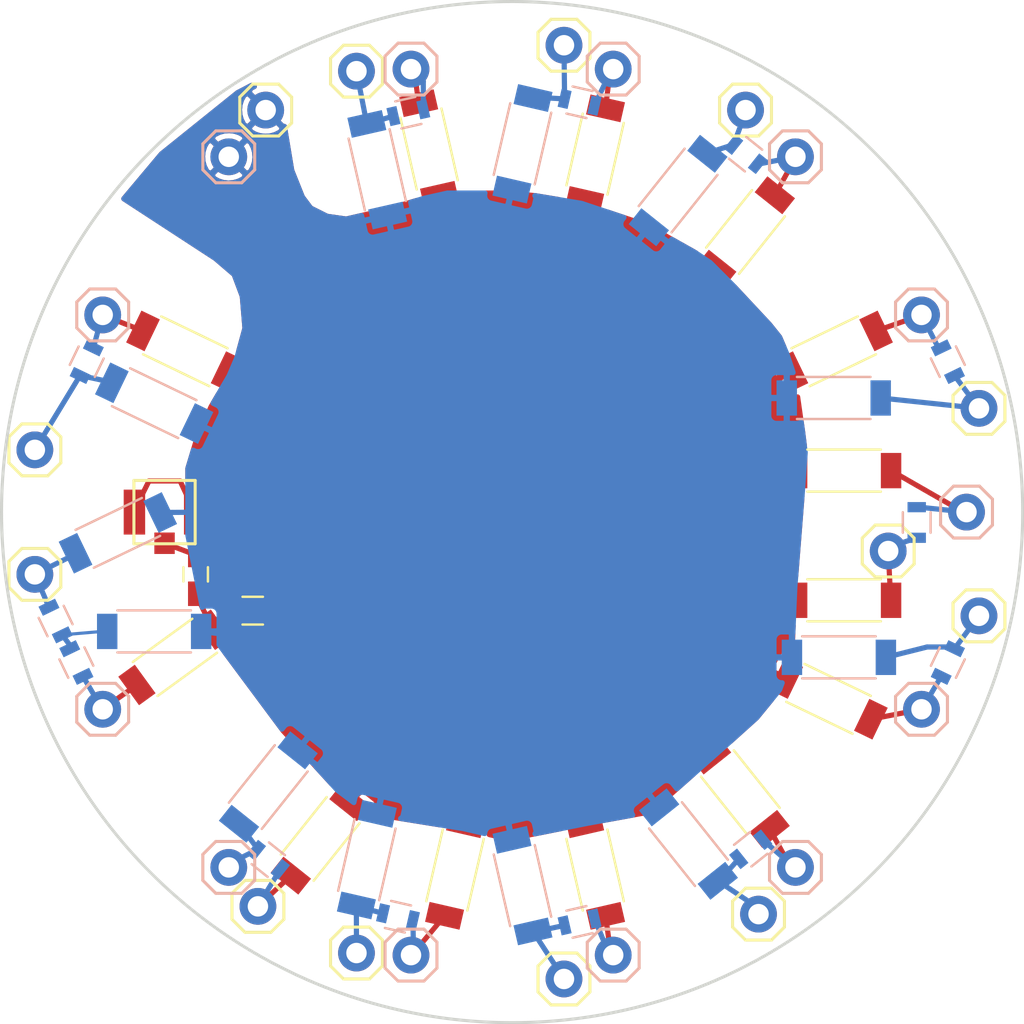
<source format=kicad_pcb>
(kicad_pcb (version 4) (host pcbnew 4.0.4-stable)

  (general
    (links 81)
    (no_connects 0)
    (area 127.301232 75.9076 177.475001 127.3924)
    (thickness 1.6)
    (drawings 3)
    (tracks 121)
    (zones 0)
    (modules 67)
    (nets 29)
  )

  (page A4)
  (layers
    (0 F.Cu signal)
    (31 B.Cu signal)
    (32 B.Adhes user)
    (33 F.Adhes user)
    (34 B.Paste user)
    (35 F.Paste user)
    (36 B.SilkS user)
    (37 F.SilkS user)
    (38 B.Mask user)
    (39 F.Mask user)
    (40 Dwgs.User user hide)
    (41 Cmts.User user hide)
    (42 Eco1.User user hide)
    (43 Eco2.User user hide)
    (44 Edge.Cuts user)
    (45 Margin user hide)
    (46 B.CrtYd user hide)
    (47 F.CrtYd user hide)
    (48 B.Fab user hide)
    (49 F.Fab user hide)
  )

  (setup
    (last_trace_width 0.1524)
    (user_trace_width 0.254)
    (user_trace_width 0.381)
    (user_trace_width 0.635)
    (user_trace_width 1.27)
    (trace_clearance 0.1524)
    (zone_clearance 0.254)
    (zone_45_only no)
    (trace_min 0.1524)
    (segment_width 0.15)
    (edge_width 0.15)
    (via_size 0.508)
    (via_drill 0.254)
    (via_min_size 0.508)
    (via_min_drill 0.254)
    (user_via 0.6858 0.3302)
    (uvia_size 0.508)
    (uvia_drill 0.254)
    (uvias_allowed no)
    (uvia_min_size 0.508)
    (uvia_min_drill 0.254)
    (pcb_text_width 0.3)
    (pcb_text_size 1.5 1.5)
    (mod_edge_width 0.15)
    (mod_text_size 1 1)
    (mod_text_width 0.15)
    (pad_size 1.8 1.8)
    (pad_drill 1)
    (pad_to_mask_clearance 0.0508)
    (aux_axis_origin 152.4 101.6)
    (grid_origin 152.4 101.6)
    (visible_elements 7FFEFF7F)
    (pcbplotparams
      (layerselection 0x010f0_80000001)
      (usegerberextensions false)
      (excludeedgelayer false)
      (linewidth 0.100000)
      (plotframeref false)
      (viasonmask false)
      (mode 1)
      (useauxorigin true)
      (hpglpennumber 1)
      (hpglpenspeed 20)
      (hpglpendiameter 15)
      (hpglpenoverlay 2)
      (psnegative false)
      (psa4output false)
      (plotreference true)
      (plotvalue false)
      (plotinvisibletext false)
      (padsonsilk false)
      (subtractmaskfromsilk true)
      (outputformat 1)
      (mirror false)
      (drillshape 0)
      (scaleselection 1)
      (outputdirectory H27293AST56-revised/))
  )

  (net 0 "")
  (net 1 P13)
  (net 2 GND)
  (net 3 P1)
  (net 4 P2)
  (net 5 P3)
  (net 6 P4)
  (net 7 P5)
  (net 8 P6)
  (net 9 P7)
  (net 10 P8)
  (net 11 P9)
  (net 12 P10)
  (net 13 "Net-(C12-Pad1)")
  (net 14 ST1)
  (net 15 ST2)
  (net 16 ST3)
  (net 17 ST4)
  (net 18 ST5)
  (net 19 ST6)
  (net 20 ST7)
  (net 21 ST8)
  (net 22 ST9)
  (net 23 ST10)
  (net 24 ST11)
  (net 25 ST12)
  (net 26 P11)
  (net 27 "Net-(C25-Pad1)")
  (net 28 "Net-(C26-Pad1)")

  (net_class Default "This is the default net class."
    (clearance 0.1524)
    (trace_width 0.1524)
    (via_dia 0.508)
    (via_drill 0.254)
    (uvia_dia 0.508)
    (uvia_drill 0.254)
    (add_net GND)
    (add_net "Net-(C12-Pad1)")
    (add_net "Net-(C25-Pad1)")
    (add_net "Net-(C26-Pad1)")
    (add_net P1)
    (add_net P10)
    (add_net P11)
    (add_net P13)
    (add_net P2)
    (add_net P3)
    (add_net P4)
    (add_net P5)
    (add_net P6)
    (add_net P7)
    (add_net P8)
    (add_net P9)
    (add_net ST1)
    (add_net ST10)
    (add_net ST11)
    (add_net ST12)
    (add_net ST2)
    (add_net ST3)
    (add_net ST4)
    (add_net ST5)
    (add_net ST6)
    (add_net ST7)
    (add_net ST8)
    (add_net ST9)
  )

  (module HVTest:C_1812_sideways (layer F.Cu) (tedit 5A15BD8E) (tstamp 5A14CB76)
    (at 136.398 93.726 334.3)
    (descr "Capacitor SMD 1812, reflow soldering, AVX (see smccp.pdf)")
    (tags "capacitor 1812")
    (path /5A1498EA)
    (attr smd)
    (fp_text reference C1 (at 0 -1.8 334.3) (layer F.SilkS) hide
      (effects (font (size 1 1) (thickness 0.15)))
    )
    (fp_text value 0.1uF (at 0 1.8 334.3) (layer F.Fab)
      (effects (font (size 1 1) (thickness 0.15)))
    )
    (fp_text user %R (at 0 -1.8 334.3) (layer F.Fab)
      (effects (font (size 1 1) (thickness 0.15)))
    )
    (fp_line (start -2.25 0.925) (end -2.25 -0.925) (layer F.Fab) (width 0.1))
    (fp_line (start 2.25 0.925) (end -2.25 0.925) (layer F.Fab) (width 0.1))
    (fp_line (start 2.25 -0.925) (end 2.25 0.925) (layer F.Fab) (width 0.1))
    (fp_line (start -2.25 -0.925) (end 2.25 -0.925) (layer F.Fab) (width 0.1))
    (fp_line (start 1.8 -1.03) (end -1.8 -1.03) (layer F.SilkS) (width 0.12))
    (fp_line (start -1.8 1.03) (end 1.8 1.03) (layer F.SilkS) (width 0.12))
    (fp_line (start -3.05 -1.35) (end 3.05 -1.35) (layer F.CrtYd) (width 0.05))
    (fp_line (start -3.05 -1.35) (end -3.05 1.35) (layer F.CrtYd) (width 0.05))
    (fp_line (start 3.05 1.35) (end 3.05 -1.35) (layer F.CrtYd) (width 0.05))
    (fp_line (start 3.05 1.35) (end -3.05 1.35) (layer F.CrtYd) (width 0.05))
    (pad 1 smd rect (at -2.3 0 334.3) (size 1 1.73) (layers F.Cu F.Paste F.Mask)
      (net 1 P13))
    (pad 2 smd rect (at 2.3 0 334.3) (size 1 1.73) (layers F.Cu F.Paste F.Mask)
      (net 2 GND))
    (model Capacitors_SMD.3dshapes/C_1812.wrl
      (at (xyz 0 0 0))
      (scale (xyz 1 1 1))
      (rotate (xyz 0 0 0))
    )
  )

  (module HVTest:C_1812_sideways (layer F.Cu) (tedit 5A15BD97) (tstamp 5A14CB87)
    (at 148.336 83.82 282.8)
    (descr "Capacitor SMD 1812, reflow soldering, AVX (see smccp.pdf)")
    (tags "capacitor 1812")
    (path /5A149901)
    (attr smd)
    (fp_text reference C2 (at 0 -1.8 282.8) (layer F.SilkS) hide
      (effects (font (size 1 1) (thickness 0.15)))
    )
    (fp_text value 0.1uF (at 0 1.8 282.8) (layer F.Fab)
      (effects (font (size 1 1) (thickness 0.15)))
    )
    (fp_text user %R (at 0 -1.8 282.8) (layer F.Fab)
      (effects (font (size 1 1) (thickness 0.15)))
    )
    (fp_line (start -2.25 0.925) (end -2.25 -0.925) (layer F.Fab) (width 0.1))
    (fp_line (start 2.25 0.925) (end -2.25 0.925) (layer F.Fab) (width 0.1))
    (fp_line (start 2.25 -0.925) (end 2.25 0.925) (layer F.Fab) (width 0.1))
    (fp_line (start -2.25 -0.925) (end 2.25 -0.925) (layer F.Fab) (width 0.1))
    (fp_line (start 1.8 -1.03) (end -1.8 -1.03) (layer F.SilkS) (width 0.12))
    (fp_line (start -1.8 1.03) (end 1.8 1.03) (layer F.SilkS) (width 0.12))
    (fp_line (start -3.05 -1.35) (end 3.05 -1.35) (layer F.CrtYd) (width 0.05))
    (fp_line (start -3.05 -1.35) (end -3.05 1.35) (layer F.CrtYd) (width 0.05))
    (fp_line (start 3.05 1.35) (end 3.05 -1.35) (layer F.CrtYd) (width 0.05))
    (fp_line (start 3.05 1.35) (end -3.05 1.35) (layer F.CrtYd) (width 0.05))
    (pad 1 smd rect (at -2.3 0 282.8) (size 1 1.73) (layers F.Cu F.Paste F.Mask)
      (net 3 P1))
    (pad 2 smd rect (at 2.3 0 282.8) (size 1 1.73) (layers F.Cu F.Paste F.Mask)
      (net 2 GND))
    (model Capacitors_SMD.3dshapes/C_1812.wrl
      (at (xyz 0 0 0))
      (scale (xyz 1 1 1))
      (rotate (xyz 0 0 0))
    )
  )

  (module HVTest:C_1812_sideways (layer F.Cu) (tedit 5A15BDA6) (tstamp 5A14CB98)
    (at 156.464 84.074 257.2)
    (descr "Capacitor SMD 1812, reflow soldering, AVX (see smccp.pdf)")
    (tags "capacitor 1812")
    (path /5A149129)
    (attr smd)
    (fp_text reference C3 (at 0 -1.8 257.2) (layer F.SilkS) hide
      (effects (font (size 1 1) (thickness 0.15)))
    )
    (fp_text value 0.1uF (at 0 1.8 257.2) (layer F.Fab)
      (effects (font (size 1 1) (thickness 0.15)))
    )
    (fp_text user %R (at 0 -1.8 257.2) (layer F.Fab)
      (effects (font (size 1 1) (thickness 0.15)))
    )
    (fp_line (start -2.25 0.925) (end -2.25 -0.925) (layer F.Fab) (width 0.1))
    (fp_line (start 2.25 0.925) (end -2.25 0.925) (layer F.Fab) (width 0.1))
    (fp_line (start 2.25 -0.925) (end 2.25 0.925) (layer F.Fab) (width 0.1))
    (fp_line (start -2.25 -0.925) (end 2.25 -0.925) (layer F.Fab) (width 0.1))
    (fp_line (start 1.8 -1.03) (end -1.8 -1.03) (layer F.SilkS) (width 0.12))
    (fp_line (start -1.8 1.03) (end 1.8 1.03) (layer F.SilkS) (width 0.12))
    (fp_line (start -3.05 -1.35) (end 3.05 -1.35) (layer F.CrtYd) (width 0.05))
    (fp_line (start -3.05 -1.35) (end -3.05 1.35) (layer F.CrtYd) (width 0.05))
    (fp_line (start 3.05 1.35) (end 3.05 -1.35) (layer F.CrtYd) (width 0.05))
    (fp_line (start 3.05 1.35) (end -3.05 1.35) (layer F.CrtYd) (width 0.05))
    (pad 1 smd rect (at -2.3 0 257.2) (size 1 1.73) (layers F.Cu F.Paste F.Mask)
      (net 4 P2))
    (pad 2 smd rect (at 2.3 0 257.2) (size 1 1.73) (layers F.Cu F.Paste F.Mask)
      (net 2 GND))
    (model Capacitors_SMD.3dshapes/C_1812.wrl
      (at (xyz 0 0 0))
      (scale (xyz 1 1 1))
      (rotate (xyz 0 0 0))
    )
  )

  (module HVTest:C_1812_sideways (layer F.Cu) (tedit 5A15BDB3) (tstamp 5A14CBA9)
    (at 163.83 87.884 231.4)
    (descr "Capacitor SMD 1812, reflow soldering, AVX (see smccp.pdf)")
    (tags "capacitor 1812")
    (path /5A1495D5)
    (attr smd)
    (fp_text reference C4 (at 0 -1.8 231.4) (layer F.SilkS) hide
      (effects (font (size 1 1) (thickness 0.15)))
    )
    (fp_text value 0.1uF (at 0 1.8 231.4) (layer F.Fab)
      (effects (font (size 1 1) (thickness 0.15)))
    )
    (fp_text user %R (at 0 -1.8 231.4) (layer F.Fab)
      (effects (font (size 1 1) (thickness 0.15)))
    )
    (fp_line (start -2.25 0.925) (end -2.25 -0.925) (layer F.Fab) (width 0.1))
    (fp_line (start 2.25 0.925) (end -2.25 0.925) (layer F.Fab) (width 0.1))
    (fp_line (start 2.25 -0.925) (end 2.25 0.925) (layer F.Fab) (width 0.1))
    (fp_line (start -2.25 -0.925) (end 2.25 -0.925) (layer F.Fab) (width 0.1))
    (fp_line (start 1.8 -1.03) (end -1.8 -1.03) (layer F.SilkS) (width 0.12))
    (fp_line (start -1.8 1.03) (end 1.8 1.03) (layer F.SilkS) (width 0.12))
    (fp_line (start -3.05 -1.35) (end 3.05 -1.35) (layer F.CrtYd) (width 0.05))
    (fp_line (start -3.05 -1.35) (end -3.05 1.35) (layer F.CrtYd) (width 0.05))
    (fp_line (start 3.05 1.35) (end 3.05 -1.35) (layer F.CrtYd) (width 0.05))
    (fp_line (start 3.05 1.35) (end -3.05 1.35) (layer F.CrtYd) (width 0.05))
    (pad 1 smd rect (at -2.3 0 231.4) (size 1 1.73) (layers F.Cu F.Paste F.Mask)
      (net 5 P3))
    (pad 2 smd rect (at 2.3 0 231.4) (size 1 1.73) (layers F.Cu F.Paste F.Mask)
      (net 2 GND))
    (model Capacitors_SMD.3dshapes/C_1812.wrl
      (at (xyz 0 0 0))
      (scale (xyz 1 1 1))
      (rotate (xyz 0 0 0))
    )
  )

  (module HVTest:C_1812_sideways (layer F.Cu) (tedit 5A15BDBA) (tstamp 5A14CBBA)
    (at 168.148 93.726 205.7)
    (descr "Capacitor SMD 1812, reflow soldering, AVX (see smccp.pdf)")
    (tags "capacitor 1812")
    (path /5A149728)
    (attr smd)
    (fp_text reference C5 (at 0 -1.8 205.7) (layer F.SilkS) hide
      (effects (font (size 1 1) (thickness 0.15)))
    )
    (fp_text value 0.1uF (at 0 1.8 205.7) (layer F.Fab)
      (effects (font (size 1 1) (thickness 0.15)))
    )
    (fp_text user %R (at 0 -1.8 205.7) (layer F.Fab)
      (effects (font (size 1 1) (thickness 0.15)))
    )
    (fp_line (start -2.25 0.925) (end -2.25 -0.925) (layer F.Fab) (width 0.1))
    (fp_line (start 2.25 0.925) (end -2.25 0.925) (layer F.Fab) (width 0.1))
    (fp_line (start 2.25 -0.925) (end 2.25 0.925) (layer F.Fab) (width 0.1))
    (fp_line (start -2.25 -0.925) (end 2.25 -0.925) (layer F.Fab) (width 0.1))
    (fp_line (start 1.8 -1.03) (end -1.8 -1.03) (layer F.SilkS) (width 0.12))
    (fp_line (start -1.8 1.03) (end 1.8 1.03) (layer F.SilkS) (width 0.12))
    (fp_line (start -3.05 -1.35) (end 3.05 -1.35) (layer F.CrtYd) (width 0.05))
    (fp_line (start -3.05 -1.35) (end -3.05 1.35) (layer F.CrtYd) (width 0.05))
    (fp_line (start 3.05 1.35) (end 3.05 -1.35) (layer F.CrtYd) (width 0.05))
    (fp_line (start 3.05 1.35) (end -3.05 1.35) (layer F.CrtYd) (width 0.05))
    (pad 1 smd rect (at -2.3 0 205.7) (size 1 1.73) (layers F.Cu F.Paste F.Mask)
      (net 6 P4))
    (pad 2 smd rect (at 2.3 0 205.7) (size 1 1.73) (layers F.Cu F.Paste F.Mask)
      (net 2 GND))
    (model Capacitors_SMD.3dshapes/C_1812.wrl
      (at (xyz 0 0 0))
      (scale (xyz 1 1 1))
      (rotate (xyz 0 0 0))
    )
  )

  (module HVTest:C_1812_sideways (layer F.Cu) (tedit 5A15BDBF) (tstamp 5A14CBCB)
    (at 168.656 99.568 180)
    (descr "Capacitor SMD 1812, reflow soldering, AVX (see smccp.pdf)")
    (tags "capacitor 1812")
    (path /5A14973F)
    (attr smd)
    (fp_text reference C6 (at 0 -1.8 180) (layer F.SilkS) hide
      (effects (font (size 1 1) (thickness 0.15)))
    )
    (fp_text value 0.1uF (at 0 1.8 180) (layer F.Fab)
      (effects (font (size 1 1) (thickness 0.15)))
    )
    (fp_text user %R (at 0 -1.8 180) (layer F.Fab)
      (effects (font (size 1 1) (thickness 0.15)))
    )
    (fp_line (start -2.25 0.925) (end -2.25 -0.925) (layer F.Fab) (width 0.1))
    (fp_line (start 2.25 0.925) (end -2.25 0.925) (layer F.Fab) (width 0.1))
    (fp_line (start 2.25 -0.925) (end 2.25 0.925) (layer F.Fab) (width 0.1))
    (fp_line (start -2.25 -0.925) (end 2.25 -0.925) (layer F.Fab) (width 0.1))
    (fp_line (start 1.8 -1.03) (end -1.8 -1.03) (layer F.SilkS) (width 0.12))
    (fp_line (start -1.8 1.03) (end 1.8 1.03) (layer F.SilkS) (width 0.12))
    (fp_line (start -3.05 -1.35) (end 3.05 -1.35) (layer F.CrtYd) (width 0.05))
    (fp_line (start -3.05 -1.35) (end -3.05 1.35) (layer F.CrtYd) (width 0.05))
    (fp_line (start 3.05 1.35) (end 3.05 -1.35) (layer F.CrtYd) (width 0.05))
    (fp_line (start 3.05 1.35) (end -3.05 1.35) (layer F.CrtYd) (width 0.05))
    (pad 1 smd rect (at -2.3 0 180) (size 1 1.73) (layers F.Cu F.Paste F.Mask)
      (net 7 P5))
    (pad 2 smd rect (at 2.3 0 180) (size 1 1.73) (layers F.Cu F.Paste F.Mask)
      (net 2 GND))
    (model Capacitors_SMD.3dshapes/C_1812.wrl
      (at (xyz 0 0 0))
      (scale (xyz 1 1 1))
      (rotate (xyz 0 0 0))
    )
  )

  (module HVTest:C_1812_sideways (layer F.Cu) (tedit 5A15BDCC) (tstamp 5A14CBDC)
    (at 167.894 110.744 154.3)
    (descr "Capacitor SMD 1812, reflow soldering, AVX (see smccp.pdf)")
    (tags "capacitor 1812")
    (path /5A149C74)
    (attr smd)
    (fp_text reference C7 (at 0 -1.8 154.3) (layer F.SilkS) hide
      (effects (font (size 1 1) (thickness 0.15)))
    )
    (fp_text value 0.1uF (at 0 1.8 154.3) (layer F.Fab)
      (effects (font (size 1 1) (thickness 0.15)))
    )
    (fp_text user %R (at 0 -1.8 154.3) (layer F.Fab)
      (effects (font (size 1 1) (thickness 0.15)))
    )
    (fp_line (start -2.25 0.925) (end -2.25 -0.925) (layer F.Fab) (width 0.1))
    (fp_line (start 2.25 0.925) (end -2.25 0.925) (layer F.Fab) (width 0.1))
    (fp_line (start 2.25 -0.925) (end 2.25 0.925) (layer F.Fab) (width 0.1))
    (fp_line (start -2.25 -0.925) (end 2.25 -0.925) (layer F.Fab) (width 0.1))
    (fp_line (start 1.8 -1.03) (end -1.8 -1.03) (layer F.SilkS) (width 0.12))
    (fp_line (start -1.8 1.03) (end 1.8 1.03) (layer F.SilkS) (width 0.12))
    (fp_line (start -3.05 -1.35) (end 3.05 -1.35) (layer F.CrtYd) (width 0.05))
    (fp_line (start -3.05 -1.35) (end -3.05 1.35) (layer F.CrtYd) (width 0.05))
    (fp_line (start 3.05 1.35) (end 3.05 -1.35) (layer F.CrtYd) (width 0.05))
    (fp_line (start 3.05 1.35) (end -3.05 1.35) (layer F.CrtYd) (width 0.05))
    (pad 1 smd rect (at -2.3 0 154.3) (size 1 1.73) (layers F.Cu F.Paste F.Mask)
      (net 8 P6))
    (pad 2 smd rect (at 2.3 0 154.3) (size 1 1.73) (layers F.Cu F.Paste F.Mask)
      (net 2 GND))
    (model Capacitors_SMD.3dshapes/C_1812.wrl
      (at (xyz 0 0 0))
      (scale (xyz 1 1 1))
      (rotate (xyz 0 0 0))
    )
  )

  (module HVTest:C_1812_sideways (layer F.Cu) (tedit 5A15BDD2) (tstamp 5A14CBED)
    (at 163.576 115.316 128.6)
    (descr "Capacitor SMD 1812, reflow soldering, AVX (see smccp.pdf)")
    (tags "capacitor 1812")
    (path /5A149C8B)
    (attr smd)
    (fp_text reference C8 (at 0 -1.8 128.6) (layer F.SilkS) hide
      (effects (font (size 1 1) (thickness 0.15)))
    )
    (fp_text value 0.1uF (at 0 1.8 128.6) (layer F.Fab)
      (effects (font (size 1 1) (thickness 0.15)))
    )
    (fp_text user %R (at 0 -1.8 128.6) (layer F.Fab)
      (effects (font (size 1 1) (thickness 0.15)))
    )
    (fp_line (start -2.25 0.925) (end -2.25 -0.925) (layer F.Fab) (width 0.1))
    (fp_line (start 2.25 0.925) (end -2.25 0.925) (layer F.Fab) (width 0.1))
    (fp_line (start 2.25 -0.925) (end 2.25 0.925) (layer F.Fab) (width 0.1))
    (fp_line (start -2.25 -0.925) (end 2.25 -0.925) (layer F.Fab) (width 0.1))
    (fp_line (start 1.8 -1.03) (end -1.8 -1.03) (layer F.SilkS) (width 0.12))
    (fp_line (start -1.8 1.03) (end 1.8 1.03) (layer F.SilkS) (width 0.12))
    (fp_line (start -3.05 -1.35) (end 3.05 -1.35) (layer F.CrtYd) (width 0.05))
    (fp_line (start -3.05 -1.35) (end -3.05 1.35) (layer F.CrtYd) (width 0.05))
    (fp_line (start 3.05 1.35) (end 3.05 -1.35) (layer F.CrtYd) (width 0.05))
    (fp_line (start 3.05 1.35) (end -3.05 1.35) (layer F.CrtYd) (width 0.05))
    (pad 1 smd rect (at -2.3 0 128.6) (size 1 1.73) (layers F.Cu F.Paste F.Mask)
      (net 9 P7))
    (pad 2 smd rect (at 2.3 0 128.6) (size 1 1.73) (layers F.Cu F.Paste F.Mask)
      (net 2 GND))
    (model Capacitors_SMD.3dshapes/C_1812.wrl
      (at (xyz 0 0 0))
      (scale (xyz 1 1 1))
      (rotate (xyz 0 0 0))
    )
  )

  (module HVTest:C_1812_sideways (layer F.Cu) (tedit 5A15BDE3) (tstamp 5A14CBFE)
    (at 156.464 119.126 102.9)
    (descr "Capacitor SMD 1812, reflow soldering, AVX (see smccp.pdf)")
    (tags "capacitor 1812")
    (path /5A149C18)
    (attr smd)
    (fp_text reference C9 (at 0 -1.8 102.9) (layer F.SilkS) hide
      (effects (font (size 1 1) (thickness 0.15)))
    )
    (fp_text value 0.1uF (at 0 1.8 102.9) (layer F.Fab)
      (effects (font (size 1 1) (thickness 0.15)))
    )
    (fp_text user %R (at 0 -1.8 102.9) (layer F.Fab)
      (effects (font (size 1 1) (thickness 0.15)))
    )
    (fp_line (start -2.25 0.925) (end -2.25 -0.925) (layer F.Fab) (width 0.1))
    (fp_line (start 2.25 0.925) (end -2.25 0.925) (layer F.Fab) (width 0.1))
    (fp_line (start 2.25 -0.925) (end 2.25 0.925) (layer F.Fab) (width 0.1))
    (fp_line (start -2.25 -0.925) (end 2.25 -0.925) (layer F.Fab) (width 0.1))
    (fp_line (start 1.8 -1.03) (end -1.8 -1.03) (layer F.SilkS) (width 0.12))
    (fp_line (start -1.8 1.03) (end 1.8 1.03) (layer F.SilkS) (width 0.12))
    (fp_line (start -3.05 -1.35) (end 3.05 -1.35) (layer F.CrtYd) (width 0.05))
    (fp_line (start -3.05 -1.35) (end -3.05 1.35) (layer F.CrtYd) (width 0.05))
    (fp_line (start 3.05 1.35) (end 3.05 -1.35) (layer F.CrtYd) (width 0.05))
    (fp_line (start 3.05 1.35) (end -3.05 1.35) (layer F.CrtYd) (width 0.05))
    (pad 1 smd rect (at -2.3 0 102.9) (size 1 1.73) (layers F.Cu F.Paste F.Mask)
      (net 10 P8))
    (pad 2 smd rect (at 2.3 0 102.9) (size 1 1.73) (layers F.Cu F.Paste F.Mask)
      (net 2 GND))
    (model Capacitors_SMD.3dshapes/C_1812.wrl
      (at (xyz 0 0 0))
      (scale (xyz 1 1 1))
      (rotate (xyz 0 0 0))
    )
  )

  (module HVTest:C_1812_sideways (layer F.Cu) (tedit 5A15BDE9) (tstamp 5A14CC0F)
    (at 149.606 119.126 77.1)
    (descr "Capacitor SMD 1812, reflow soldering, AVX (see smccp.pdf)")
    (tags "capacitor 1812")
    (path /5A149C2F)
    (attr smd)
    (fp_text reference C10 (at 0 -1.8 77.1) (layer F.SilkS) hide
      (effects (font (size 1 1) (thickness 0.15)))
    )
    (fp_text value 0.1uF (at 0 1.8 77.1) (layer F.Fab)
      (effects (font (size 1 1) (thickness 0.15)))
    )
    (fp_text user %R (at 0 -1.8 77.1) (layer F.Fab)
      (effects (font (size 1 1) (thickness 0.15)))
    )
    (fp_line (start -2.25 0.925) (end -2.25 -0.925) (layer F.Fab) (width 0.1))
    (fp_line (start 2.25 0.925) (end -2.25 0.925) (layer F.Fab) (width 0.1))
    (fp_line (start 2.25 -0.925) (end 2.25 0.925) (layer F.Fab) (width 0.1))
    (fp_line (start -2.25 -0.925) (end 2.25 -0.925) (layer F.Fab) (width 0.1))
    (fp_line (start 1.8 -1.03) (end -1.8 -1.03) (layer F.SilkS) (width 0.12))
    (fp_line (start -1.8 1.03) (end 1.8 1.03) (layer F.SilkS) (width 0.12))
    (fp_line (start -3.05 -1.35) (end 3.05 -1.35) (layer F.CrtYd) (width 0.05))
    (fp_line (start -3.05 -1.35) (end -3.05 1.35) (layer F.CrtYd) (width 0.05))
    (fp_line (start 3.05 1.35) (end 3.05 -1.35) (layer F.CrtYd) (width 0.05))
    (fp_line (start 3.05 1.35) (end -3.05 1.35) (layer F.CrtYd) (width 0.05))
    (pad 1 smd rect (at -2.3 0 77.1) (size 1 1.73) (layers F.Cu F.Paste F.Mask)
      (net 11 P9))
    (pad 2 smd rect (at 2.3 0 77.1) (size 1 1.73) (layers F.Cu F.Paste F.Mask)
      (net 2 GND))
    (model Capacitors_SMD.3dshapes/C_1812.wrl
      (at (xyz 0 0 0))
      (scale (xyz 1 1 1))
      (rotate (xyz 0 0 0))
    )
  )

  (module HVTest:C_1812_sideways (layer B.Cu) (tedit 5A15BDF7) (tstamp 5A14CC20)
    (at 140.462 115.062 51.4)
    (descr "Capacitor SMD 1812, reflow soldering, AVX (see smccp.pdf)")
    (tags "capacitor 1812")
    (path /5A149C46)
    (attr smd)
    (fp_text reference C11 (at 0 1.8 51.4) (layer B.SilkS) hide
      (effects (font (size 1 1) (thickness 0.15)) (justify mirror))
    )
    (fp_text value 0.1uF (at 0 -1.8 51.4) (layer B.Fab)
      (effects (font (size 1 1) (thickness 0.15)) (justify mirror))
    )
    (fp_text user %R (at 0 1.8 51.4) (layer B.Fab)
      (effects (font (size 1 1) (thickness 0.15)) (justify mirror))
    )
    (fp_line (start -2.25 -0.925) (end -2.25 0.925) (layer B.Fab) (width 0.1))
    (fp_line (start 2.25 -0.925) (end -2.25 -0.925) (layer B.Fab) (width 0.1))
    (fp_line (start 2.25 0.925) (end 2.25 -0.925) (layer B.Fab) (width 0.1))
    (fp_line (start -2.25 0.925) (end 2.25 0.925) (layer B.Fab) (width 0.1))
    (fp_line (start 1.8 1.03) (end -1.8 1.03) (layer B.SilkS) (width 0.12))
    (fp_line (start -1.8 -1.03) (end 1.8 -1.03) (layer B.SilkS) (width 0.12))
    (fp_line (start -3.05 1.35) (end 3.05 1.35) (layer B.CrtYd) (width 0.05))
    (fp_line (start -3.05 1.35) (end -3.05 -1.35) (layer B.CrtYd) (width 0.05))
    (fp_line (start 3.05 -1.35) (end 3.05 1.35) (layer B.CrtYd) (width 0.05))
    (fp_line (start 3.05 -1.35) (end -3.05 -1.35) (layer B.CrtYd) (width 0.05))
    (pad 1 smd rect (at -2.3 0 51.4) (size 1 1.73) (layers B.Cu B.Paste B.Mask)
      (net 12 P10))
    (pad 2 smd rect (at 2.3 0 51.4) (size 1 1.73) (layers B.Cu B.Paste B.Mask)
      (net 2 GND))
    (model Capacitors_SMD.3dshapes/C_1812.wrl
      (at (xyz 0 0 0))
      (scale (xyz 1 1 1))
      (rotate (xyz 0 0 0))
    )
  )

  (module HVTest:C_1812_sideways (layer B.Cu) (tedit 5A15BD7A) (tstamp 5A14CC31)
    (at 134.874 107.442)
    (descr "Capacitor SMD 1812, reflow soldering, AVX (see smccp.pdf)")
    (tags "capacitor 1812")
    (path /5A149C5D)
    (attr smd)
    (fp_text reference C12 (at 0 1.8) (layer B.SilkS) hide
      (effects (font (size 1 1) (thickness 0.15)) (justify mirror))
    )
    (fp_text value 0.1uF (at 0 -1.8) (layer B.Fab)
      (effects (font (size 1 1) (thickness 0.15)) (justify mirror))
    )
    (fp_text user %R (at 0 1.8) (layer B.Fab)
      (effects (font (size 1 1) (thickness 0.15)) (justify mirror))
    )
    (fp_line (start -2.25 -0.925) (end -2.25 0.925) (layer B.Fab) (width 0.1))
    (fp_line (start 2.25 -0.925) (end -2.25 -0.925) (layer B.Fab) (width 0.1))
    (fp_line (start 2.25 0.925) (end 2.25 -0.925) (layer B.Fab) (width 0.1))
    (fp_line (start -2.25 0.925) (end 2.25 0.925) (layer B.Fab) (width 0.1))
    (fp_line (start 1.8 1.03) (end -1.8 1.03) (layer B.SilkS) (width 0.12))
    (fp_line (start -1.8 -1.03) (end 1.8 -1.03) (layer B.SilkS) (width 0.12))
    (fp_line (start -3.05 1.35) (end 3.05 1.35) (layer B.CrtYd) (width 0.05))
    (fp_line (start -3.05 1.35) (end -3.05 -1.35) (layer B.CrtYd) (width 0.05))
    (fp_line (start 3.05 -1.35) (end 3.05 1.35) (layer B.CrtYd) (width 0.05))
    (fp_line (start 3.05 -1.35) (end -3.05 -1.35) (layer B.CrtYd) (width 0.05))
    (pad 1 smd rect (at -2.3 0) (size 1 1.73) (layers B.Cu B.Paste B.Mask)
      (net 13 "Net-(C12-Pad1)"))
    (pad 2 smd rect (at 2.3 0) (size 1 1.73) (layers B.Cu B.Paste B.Mask)
      (net 2 GND))
    (model Capacitors_SMD.3dshapes/C_1812.wrl
      (at (xyz 0 0 0))
      (scale (xyz 1 1 1))
      (rotate (xyz 0 0 0))
    )
  )

  (module Resistors_SMD:R_0603 (layer B.Cu) (tedit 5A15BD90) (tstamp 5A14CE64)
    (at 131.572 94.234 244.3)
    (descr "Resistor SMD 0603, reflow soldering, Vishay (see dcrcw.pdf)")
    (tags "resistor 0603")
    (path /5A1498F0)
    (attr smd)
    (fp_text reference R1 (at 0 1.45 244.3) (layer B.SilkS) hide
      (effects (font (size 1 1) (thickness 0.15)) (justify mirror))
    )
    (fp_text value 1M (at 0 -1.5 244.3) (layer B.Fab)
      (effects (font (size 1 1) (thickness 0.15)) (justify mirror))
    )
    (fp_text user %R (at 0 0 244.3) (layer B.Fab)
      (effects (font (size 0.4 0.4) (thickness 0.075)) (justify mirror))
    )
    (fp_line (start -0.8 -0.4) (end -0.8 0.4) (layer B.Fab) (width 0.1))
    (fp_line (start 0.8 -0.4) (end -0.8 -0.4) (layer B.Fab) (width 0.1))
    (fp_line (start 0.8 0.4) (end 0.8 -0.4) (layer B.Fab) (width 0.1))
    (fp_line (start -0.8 0.4) (end 0.8 0.4) (layer B.Fab) (width 0.1))
    (fp_line (start 0.5 -0.68) (end -0.5 -0.68) (layer B.SilkS) (width 0.12))
    (fp_line (start -0.5 0.68) (end 0.5 0.68) (layer B.SilkS) (width 0.12))
    (fp_line (start -1.25 0.7) (end 1.25 0.7) (layer B.CrtYd) (width 0.05))
    (fp_line (start -1.25 0.7) (end -1.25 -0.7) (layer B.CrtYd) (width 0.05))
    (fp_line (start 1.25 -0.7) (end 1.25 0.7) (layer B.CrtYd) (width 0.05))
    (fp_line (start 1.25 -0.7) (end -1.25 -0.7) (layer B.CrtYd) (width 0.05))
    (pad 1 smd rect (at -0.75 0 244.3) (size 0.5 0.9) (layers B.Cu B.Paste B.Mask)
      (net 1 P13))
    (pad 2 smd rect (at 0.75 0 244.3) (size 0.5 0.9) (layers B.Cu B.Paste B.Mask)
      (net 14 ST1))
    (model ${KISYS3DMOD}/Resistors_SMD.3dshapes/R_0603.wrl
      (at (xyz 0 0 0))
      (scale (xyz 1 1 1))
      (rotate (xyz 0 0 0))
    )
  )

  (module Resistors_SMD:R_0603 (layer B.Cu) (tedit 5A15BD9B) (tstamp 5A14CE75)
    (at 147.32 82.042 192.8)
    (descr "Resistor SMD 0603, reflow soldering, Vishay (see dcrcw.pdf)")
    (tags "resistor 0603")
    (path /5A149907)
    (attr smd)
    (fp_text reference R2 (at 0 1.45 192.8) (layer B.SilkS) hide
      (effects (font (size 1 1) (thickness 0.15)) (justify mirror))
    )
    (fp_text value 1M (at 0 -1.5 192.8) (layer B.Fab)
      (effects (font (size 1 1) (thickness 0.15)) (justify mirror))
    )
    (fp_text user %R (at 0 0 192.8) (layer B.Fab)
      (effects (font (size 0.4 0.4) (thickness 0.075)) (justify mirror))
    )
    (fp_line (start -0.8 -0.4) (end -0.8 0.4) (layer B.Fab) (width 0.1))
    (fp_line (start 0.8 -0.4) (end -0.8 -0.4) (layer B.Fab) (width 0.1))
    (fp_line (start 0.8 0.4) (end 0.8 -0.4) (layer B.Fab) (width 0.1))
    (fp_line (start -0.8 0.4) (end 0.8 0.4) (layer B.Fab) (width 0.1))
    (fp_line (start 0.5 -0.68) (end -0.5 -0.68) (layer B.SilkS) (width 0.12))
    (fp_line (start -0.5 0.68) (end 0.5 0.68) (layer B.SilkS) (width 0.12))
    (fp_line (start -1.25 0.7) (end 1.25 0.7) (layer B.CrtYd) (width 0.05))
    (fp_line (start -1.25 0.7) (end -1.25 -0.7) (layer B.CrtYd) (width 0.05))
    (fp_line (start 1.25 -0.7) (end 1.25 0.7) (layer B.CrtYd) (width 0.05))
    (fp_line (start 1.25 -0.7) (end -1.25 -0.7) (layer B.CrtYd) (width 0.05))
    (pad 1 smd rect (at -0.75 0 192.8) (size 0.5 0.9) (layers B.Cu B.Paste B.Mask)
      (net 3 P1))
    (pad 2 smd rect (at 0.75 0 192.8) (size 0.5 0.9) (layers B.Cu B.Paste B.Mask)
      (net 15 ST2))
    (model ${KISYS3DMOD}/Resistors_SMD.3dshapes/R_0603.wrl
      (at (xyz 0 0 0))
      (scale (xyz 1 1 1))
      (rotate (xyz 0 0 0))
    )
  )

  (module Resistors_SMD:R_0603 (layer B.Cu) (tedit 5A15BDA3) (tstamp 5A14CE86)
    (at 155.702 81.534 167.2)
    (descr "Resistor SMD 0603, reflow soldering, Vishay (see dcrcw.pdf)")
    (tags "resistor 0603")
    (path /5A1491BD)
    (attr smd)
    (fp_text reference R3 (at 0 1.45 167.2) (layer B.SilkS) hide
      (effects (font (size 1 1) (thickness 0.15)) (justify mirror))
    )
    (fp_text value 1M (at 0 -1.5 167.2) (layer B.Fab)
      (effects (font (size 1 1) (thickness 0.15)) (justify mirror))
    )
    (fp_text user %R (at 0 0 167.2) (layer B.Fab)
      (effects (font (size 0.4 0.4) (thickness 0.075)) (justify mirror))
    )
    (fp_line (start -0.8 -0.4) (end -0.8 0.4) (layer B.Fab) (width 0.1))
    (fp_line (start 0.8 -0.4) (end -0.8 -0.4) (layer B.Fab) (width 0.1))
    (fp_line (start 0.8 0.4) (end 0.8 -0.4) (layer B.Fab) (width 0.1))
    (fp_line (start -0.8 0.4) (end 0.8 0.4) (layer B.Fab) (width 0.1))
    (fp_line (start 0.5 -0.68) (end -0.5 -0.68) (layer B.SilkS) (width 0.12))
    (fp_line (start -0.5 0.68) (end 0.5 0.68) (layer B.SilkS) (width 0.12))
    (fp_line (start -1.25 0.7) (end 1.25 0.7) (layer B.CrtYd) (width 0.05))
    (fp_line (start -1.25 0.7) (end -1.25 -0.7) (layer B.CrtYd) (width 0.05))
    (fp_line (start 1.25 -0.7) (end 1.25 0.7) (layer B.CrtYd) (width 0.05))
    (fp_line (start 1.25 -0.7) (end -1.25 -0.7) (layer B.CrtYd) (width 0.05))
    (pad 1 smd rect (at -0.75 0 167.2) (size 0.5 0.9) (layers B.Cu B.Paste B.Mask)
      (net 4 P2))
    (pad 2 smd rect (at 0.75 0 167.2) (size 0.5 0.9) (layers B.Cu B.Paste B.Mask)
      (net 16 ST3))
    (model ${KISYS3DMOD}/Resistors_SMD.3dshapes/R_0603.wrl
      (at (xyz 0 0 0))
      (scale (xyz 1 1 1))
      (rotate (xyz 0 0 0))
    )
  )

  (module Resistors_SMD:R_0603 (layer B.Cu) (tedit 5A15BDAE) (tstamp 5A14CE97)
    (at 163.83 84.074 141.4)
    (descr "Resistor SMD 0603, reflow soldering, Vishay (see dcrcw.pdf)")
    (tags "resistor 0603")
    (path /5A1495DB)
    (attr smd)
    (fp_text reference R4 (at -0.000001 1.45 141.4) (layer B.SilkS) hide
      (effects (font (size 1 1) (thickness 0.15)) (justify mirror))
    )
    (fp_text value 1M (at 0 -1.5 141.4) (layer B.Fab)
      (effects (font (size 1 1) (thickness 0.15)) (justify mirror))
    )
    (fp_text user %R (at 0 0 141.4) (layer B.Fab)
      (effects (font (size 0.4 0.4) (thickness 0.075)) (justify mirror))
    )
    (fp_line (start -0.8 -0.4) (end -0.8 0.4) (layer B.Fab) (width 0.1))
    (fp_line (start 0.8 -0.4) (end -0.8 -0.4) (layer B.Fab) (width 0.1))
    (fp_line (start 0.8 0.4) (end 0.8 -0.4) (layer B.Fab) (width 0.1))
    (fp_line (start -0.8 0.4) (end 0.8 0.4) (layer B.Fab) (width 0.1))
    (fp_line (start 0.5 -0.68) (end -0.5 -0.68) (layer B.SilkS) (width 0.12))
    (fp_line (start -0.5 0.68) (end 0.5 0.68) (layer B.SilkS) (width 0.12))
    (fp_line (start -1.25 0.7) (end 1.25 0.7) (layer B.CrtYd) (width 0.05))
    (fp_line (start -1.25 0.7) (end -1.25 -0.7) (layer B.CrtYd) (width 0.05))
    (fp_line (start 1.25 -0.7) (end 1.25 0.7) (layer B.CrtYd) (width 0.05))
    (fp_line (start 1.25 -0.7) (end -1.25 -0.7) (layer B.CrtYd) (width 0.05))
    (pad 1 smd rect (at -0.75 0 141.4) (size 0.5 0.9) (layers B.Cu B.Paste B.Mask)
      (net 5 P3))
    (pad 2 smd rect (at 0.75 0 141.4) (size 0.5 0.9) (layers B.Cu B.Paste B.Mask)
      (net 17 ST4))
    (model ${KISYS3DMOD}/Resistors_SMD.3dshapes/R_0603.wrl
      (at (xyz 0 0 0))
      (scale (xyz 1 1 1))
      (rotate (xyz 0 0 0))
    )
  )

  (module Resistors_SMD:R_0603 (layer B.Cu) (tedit 5A15BDBD) (tstamp 5A14CEA8)
    (at 173.736 94.234 295.7)
    (descr "Resistor SMD 0603, reflow soldering, Vishay (see dcrcw.pdf)")
    (tags "resistor 0603")
    (path /5A14972E)
    (attr smd)
    (fp_text reference R5 (at 0 1.45 295.7) (layer B.SilkS) hide
      (effects (font (size 1 1) (thickness 0.15)) (justify mirror))
    )
    (fp_text value 1M (at 0 -1.5 295.7) (layer B.Fab)
      (effects (font (size 1 1) (thickness 0.15)) (justify mirror))
    )
    (fp_text user %R (at 0 0 295.7) (layer B.Fab)
      (effects (font (size 0.4 0.4) (thickness 0.075)) (justify mirror))
    )
    (fp_line (start -0.8 -0.4) (end -0.8 0.4) (layer B.Fab) (width 0.1))
    (fp_line (start 0.8 -0.4) (end -0.8 -0.4) (layer B.Fab) (width 0.1))
    (fp_line (start 0.8 0.4) (end 0.8 -0.4) (layer B.Fab) (width 0.1))
    (fp_line (start -0.8 0.4) (end 0.8 0.4) (layer B.Fab) (width 0.1))
    (fp_line (start 0.5 -0.68) (end -0.5 -0.68) (layer B.SilkS) (width 0.12))
    (fp_line (start -0.5 0.68) (end 0.5 0.68) (layer B.SilkS) (width 0.12))
    (fp_line (start -1.25 0.7) (end 1.25 0.7) (layer B.CrtYd) (width 0.05))
    (fp_line (start -1.25 0.7) (end -1.25 -0.7) (layer B.CrtYd) (width 0.05))
    (fp_line (start 1.25 -0.7) (end 1.25 0.7) (layer B.CrtYd) (width 0.05))
    (fp_line (start 1.25 -0.7) (end -1.25 -0.7) (layer B.CrtYd) (width 0.05))
    (pad 1 smd rect (at -0.75 0 295.7) (size 0.5 0.9) (layers B.Cu B.Paste B.Mask)
      (net 6 P4))
    (pad 2 smd rect (at 0.75 0 295.7) (size 0.5 0.9) (layers B.Cu B.Paste B.Mask)
      (net 18 ST5))
    (model ${KISYS3DMOD}/Resistors_SMD.3dshapes/R_0603.wrl
      (at (xyz 0 0 0))
      (scale (xyz 1 1 1))
      (rotate (xyz 0 0 0))
    )
  )

  (module Resistors_SMD:R_0603 (layer B.Cu) (tedit 5A15BDC5) (tstamp 5A14CEB9)
    (at 172.212 102.108 270)
    (descr "Resistor SMD 0603, reflow soldering, Vishay (see dcrcw.pdf)")
    (tags "resistor 0603")
    (path /5A149745)
    (attr smd)
    (fp_text reference R6 (at 0 1.45 270) (layer B.SilkS) hide
      (effects (font (size 1 1) (thickness 0.15)) (justify mirror))
    )
    (fp_text value 1M (at 0 -1.5 270) (layer B.Fab)
      (effects (font (size 1 1) (thickness 0.15)) (justify mirror))
    )
    (fp_text user %R (at 0 0 270) (layer B.Fab)
      (effects (font (size 0.4 0.4) (thickness 0.075)) (justify mirror))
    )
    (fp_line (start -0.8 -0.4) (end -0.8 0.4) (layer B.Fab) (width 0.1))
    (fp_line (start 0.8 -0.4) (end -0.8 -0.4) (layer B.Fab) (width 0.1))
    (fp_line (start 0.8 0.4) (end 0.8 -0.4) (layer B.Fab) (width 0.1))
    (fp_line (start -0.8 0.4) (end 0.8 0.4) (layer B.Fab) (width 0.1))
    (fp_line (start 0.5 -0.68) (end -0.5 -0.68) (layer B.SilkS) (width 0.12))
    (fp_line (start -0.5 0.68) (end 0.5 0.68) (layer B.SilkS) (width 0.12))
    (fp_line (start -1.25 0.7) (end 1.25 0.7) (layer B.CrtYd) (width 0.05))
    (fp_line (start -1.25 0.7) (end -1.25 -0.7) (layer B.CrtYd) (width 0.05))
    (fp_line (start 1.25 -0.7) (end 1.25 0.7) (layer B.CrtYd) (width 0.05))
    (fp_line (start 1.25 -0.7) (end -1.25 -0.7) (layer B.CrtYd) (width 0.05))
    (pad 1 smd rect (at -0.75 0 270) (size 0.5 0.9) (layers B.Cu B.Paste B.Mask)
      (net 7 P5))
    (pad 2 smd rect (at 0.75 0 270) (size 0.5 0.9) (layers B.Cu B.Paste B.Mask)
      (net 19 ST6))
    (model ${KISYS3DMOD}/Resistors_SMD.3dshapes/R_0603.wrl
      (at (xyz 0 0 0))
      (scale (xyz 1 1 1))
      (rotate (xyz 0 0 0))
    )
  )

  (module Resistors_SMD:R_0603 (layer B.Cu) (tedit 5A15BDCF) (tstamp 5A14CECA)
    (at 173.736 108.966 64.3)
    (descr "Resistor SMD 0603, reflow soldering, Vishay (see dcrcw.pdf)")
    (tags "resistor 0603")
    (path /5A149C7A)
    (attr smd)
    (fp_text reference R7 (at 0 1.45 64.3) (layer B.SilkS) hide
      (effects (font (size 1 1) (thickness 0.15)) (justify mirror))
    )
    (fp_text value 1M (at 0 -1.5 64.3) (layer B.Fab)
      (effects (font (size 1 1) (thickness 0.15)) (justify mirror))
    )
    (fp_text user %R (at 0 0 64.3) (layer B.Fab)
      (effects (font (size 0.4 0.4) (thickness 0.075)) (justify mirror))
    )
    (fp_line (start -0.8 -0.4) (end -0.8 0.4) (layer B.Fab) (width 0.1))
    (fp_line (start 0.8 -0.4) (end -0.8 -0.4) (layer B.Fab) (width 0.1))
    (fp_line (start 0.8 0.4) (end 0.8 -0.4) (layer B.Fab) (width 0.1))
    (fp_line (start -0.8 0.4) (end 0.8 0.4) (layer B.Fab) (width 0.1))
    (fp_line (start 0.5 -0.68) (end -0.5 -0.68) (layer B.SilkS) (width 0.12))
    (fp_line (start -0.5 0.68) (end 0.5 0.68) (layer B.SilkS) (width 0.12))
    (fp_line (start -1.25 0.7) (end 1.25 0.7) (layer B.CrtYd) (width 0.05))
    (fp_line (start -1.25 0.7) (end -1.25 -0.7) (layer B.CrtYd) (width 0.05))
    (fp_line (start 1.25 -0.7) (end 1.25 0.7) (layer B.CrtYd) (width 0.05))
    (fp_line (start 1.25 -0.7) (end -1.25 -0.7) (layer B.CrtYd) (width 0.05))
    (pad 1 smd rect (at -0.75 0 64.3) (size 0.5 0.9) (layers B.Cu B.Paste B.Mask)
      (net 8 P6))
    (pad 2 smd rect (at 0.75 0 64.3) (size 0.5 0.9) (layers B.Cu B.Paste B.Mask)
      (net 20 ST7))
    (model ${KISYS3DMOD}/Resistors_SMD.3dshapes/R_0603.wrl
      (at (xyz 0 0 0))
      (scale (xyz 1 1 1))
      (rotate (xyz 0 0 0))
    )
  )

  (module Resistors_SMD:R_0603 (layer B.Cu) (tedit 5A15BDDA) (tstamp 5A14CEDB)
    (at 164.084 118.11 218.6)
    (descr "Resistor SMD 0603, reflow soldering, Vishay (see dcrcw.pdf)")
    (tags "resistor 0603")
    (path /5A149C91)
    (attr smd)
    (fp_text reference R8 (at 0 1.45 218.6) (layer B.SilkS) hide
      (effects (font (size 1 1) (thickness 0.15)) (justify mirror))
    )
    (fp_text value 1M (at 0 -1.5 218.6) (layer B.Fab)
      (effects (font (size 1 1) (thickness 0.15)) (justify mirror))
    )
    (fp_text user %R (at 0 0 218.6) (layer B.Fab)
      (effects (font (size 0.4 0.4) (thickness 0.075)) (justify mirror))
    )
    (fp_line (start -0.8 -0.4) (end -0.8 0.4) (layer B.Fab) (width 0.1))
    (fp_line (start 0.8 -0.4) (end -0.8 -0.4) (layer B.Fab) (width 0.1))
    (fp_line (start 0.8 0.4) (end 0.8 -0.4) (layer B.Fab) (width 0.1))
    (fp_line (start -0.8 0.4) (end 0.8 0.4) (layer B.Fab) (width 0.1))
    (fp_line (start 0.5 -0.68) (end -0.5 -0.68) (layer B.SilkS) (width 0.12))
    (fp_line (start -0.5 0.68) (end 0.5 0.68) (layer B.SilkS) (width 0.12))
    (fp_line (start -1.25 0.7) (end 1.25 0.7) (layer B.CrtYd) (width 0.05))
    (fp_line (start -1.25 0.7) (end -1.25 -0.7) (layer B.CrtYd) (width 0.05))
    (fp_line (start 1.25 -0.7) (end 1.25 0.7) (layer B.CrtYd) (width 0.05))
    (fp_line (start 1.25 -0.7) (end -1.25 -0.7) (layer B.CrtYd) (width 0.05))
    (pad 1 smd rect (at -0.75 0 218.6) (size 0.5 0.9) (layers B.Cu B.Paste B.Mask)
      (net 9 P7))
    (pad 2 smd rect (at 0.75 0 218.6) (size 0.5 0.9) (layers B.Cu B.Paste B.Mask)
      (net 21 ST8))
    (model ${KISYS3DMOD}/Resistors_SMD.3dshapes/R_0603.wrl
      (at (xyz 0 0 0))
      (scale (xyz 1 1 1))
      (rotate (xyz 0 0 0))
    )
  )

  (module Resistors_SMD:R_0603 (layer B.Cu) (tedit 5A15BDDD) (tstamp 5A14CEEC)
    (at 155.702 121.666 192.9)
    (descr "Resistor SMD 0603, reflow soldering, Vishay (see dcrcw.pdf)")
    (tags "resistor 0603")
    (path /5A149C1E)
    (attr smd)
    (fp_text reference R9 (at 0 1.45 192.9) (layer B.SilkS) hide
      (effects (font (size 1 1) (thickness 0.15)) (justify mirror))
    )
    (fp_text value 1M (at 0 -1.5 192.9) (layer B.Fab)
      (effects (font (size 1 1) (thickness 0.15)) (justify mirror))
    )
    (fp_text user %R (at 0 0 192.9) (layer B.Fab)
      (effects (font (size 0.4 0.4) (thickness 0.075)) (justify mirror))
    )
    (fp_line (start -0.8 -0.4) (end -0.8 0.4) (layer B.Fab) (width 0.1))
    (fp_line (start 0.8 -0.4) (end -0.8 -0.4) (layer B.Fab) (width 0.1))
    (fp_line (start 0.8 0.4) (end 0.8 -0.4) (layer B.Fab) (width 0.1))
    (fp_line (start -0.8 0.4) (end 0.8 0.4) (layer B.Fab) (width 0.1))
    (fp_line (start 0.5 -0.68) (end -0.5 -0.68) (layer B.SilkS) (width 0.12))
    (fp_line (start -0.5 0.68) (end 0.5 0.68) (layer B.SilkS) (width 0.12))
    (fp_line (start -1.25 0.7) (end 1.25 0.7) (layer B.CrtYd) (width 0.05))
    (fp_line (start -1.25 0.7) (end -1.25 -0.7) (layer B.CrtYd) (width 0.05))
    (fp_line (start 1.25 -0.7) (end 1.25 0.7) (layer B.CrtYd) (width 0.05))
    (fp_line (start 1.25 -0.7) (end -1.25 -0.7) (layer B.CrtYd) (width 0.05))
    (pad 1 smd rect (at -0.75 0 192.9) (size 0.5 0.9) (layers B.Cu B.Paste B.Mask)
      (net 10 P8))
    (pad 2 smd rect (at 0.75 0 192.9) (size 0.5 0.9) (layers B.Cu B.Paste B.Mask)
      (net 22 ST9))
    (model ${KISYS3DMOD}/Resistors_SMD.3dshapes/R_0603.wrl
      (at (xyz 0 0 0))
      (scale (xyz 1 1 1))
      (rotate (xyz 0 0 0))
    )
  )

  (module Resistors_SMD:R_0603 (layer B.Cu) (tedit 5A15BDED) (tstamp 5A14CEFD)
    (at 146.812 121.412 167.1)
    (descr "Resistor SMD 0603, reflow soldering, Vishay (see dcrcw.pdf)")
    (tags "resistor 0603")
    (path /5A149C35)
    (attr smd)
    (fp_text reference R10 (at 0 1.45 167.1) (layer B.SilkS) hide
      (effects (font (size 1 1) (thickness 0.15)) (justify mirror))
    )
    (fp_text value 1M (at 0 -1.5 167.1) (layer B.Fab)
      (effects (font (size 1 1) (thickness 0.15)) (justify mirror))
    )
    (fp_text user %R (at 0 0 167.1) (layer B.Fab)
      (effects (font (size 0.4 0.4) (thickness 0.075)) (justify mirror))
    )
    (fp_line (start -0.8 -0.4) (end -0.8 0.4) (layer B.Fab) (width 0.1))
    (fp_line (start 0.8 -0.4) (end -0.8 -0.4) (layer B.Fab) (width 0.1))
    (fp_line (start 0.8 0.4) (end 0.8 -0.4) (layer B.Fab) (width 0.1))
    (fp_line (start -0.8 0.4) (end 0.8 0.4) (layer B.Fab) (width 0.1))
    (fp_line (start 0.5 -0.68) (end -0.5 -0.68) (layer B.SilkS) (width 0.12))
    (fp_line (start -0.5 0.68) (end 0.5 0.68) (layer B.SilkS) (width 0.12))
    (fp_line (start -1.25 0.7) (end 1.25 0.7) (layer B.CrtYd) (width 0.05))
    (fp_line (start -1.25 0.7) (end -1.25 -0.7) (layer B.CrtYd) (width 0.05))
    (fp_line (start 1.25 -0.7) (end 1.25 0.7) (layer B.CrtYd) (width 0.05))
    (fp_line (start 1.25 -0.7) (end -1.25 -0.7) (layer B.CrtYd) (width 0.05))
    (pad 1 smd rect (at -0.75 0 167.1) (size 0.5 0.9) (layers B.Cu B.Paste B.Mask)
      (net 11 P9))
    (pad 2 smd rect (at 0.75 0 167.1) (size 0.5 0.9) (layers B.Cu B.Paste B.Mask)
      (net 23 ST10))
    (model ${KISYS3DMOD}/Resistors_SMD.3dshapes/R_0603.wrl
      (at (xyz 0 0 0))
      (scale (xyz 1 1 1))
      (rotate (xyz 0 0 0))
    )
  )

  (module Resistors_SMD:R_0603 (layer B.Cu) (tedit 5A15BDF2) (tstamp 5A14CF0E)
    (at 140.462 118.618 321.4)
    (descr "Resistor SMD 0603, reflow soldering, Vishay (see dcrcw.pdf)")
    (tags "resistor 0603")
    (path /5A149C4C)
    (attr smd)
    (fp_text reference R11 (at 0 1.45 321.4) (layer B.SilkS) hide
      (effects (font (size 1 1) (thickness 0.15)) (justify mirror))
    )
    (fp_text value 1M (at 0 -1.5 321.4) (layer B.Fab)
      (effects (font (size 1 1) (thickness 0.15)) (justify mirror))
    )
    (fp_text user %R (at 0 0 321.4) (layer B.Fab)
      (effects (font (size 0.4 0.4) (thickness 0.075)) (justify mirror))
    )
    (fp_line (start -0.8 -0.4) (end -0.8 0.4) (layer B.Fab) (width 0.1))
    (fp_line (start 0.8 -0.4) (end -0.8 -0.4) (layer B.Fab) (width 0.1))
    (fp_line (start 0.8 0.4) (end 0.8 -0.4) (layer B.Fab) (width 0.1))
    (fp_line (start -0.8 0.4) (end 0.8 0.4) (layer B.Fab) (width 0.1))
    (fp_line (start 0.5 -0.68) (end -0.5 -0.68) (layer B.SilkS) (width 0.12))
    (fp_line (start -0.5 0.68) (end 0.5 0.68) (layer B.SilkS) (width 0.12))
    (fp_line (start -1.25 0.7) (end 1.25 0.7) (layer B.CrtYd) (width 0.05))
    (fp_line (start -1.25 0.7) (end -1.25 -0.7) (layer B.CrtYd) (width 0.05))
    (fp_line (start 1.25 -0.7) (end 1.25 0.7) (layer B.CrtYd) (width 0.05))
    (fp_line (start 1.25 -0.7) (end -1.25 -0.7) (layer B.CrtYd) (width 0.05))
    (pad 1 smd rect (at -0.75 0 321.4) (size 0.5 0.9) (layers B.Cu B.Paste B.Mask)
      (net 12 P10))
    (pad 2 smd rect (at 0.75 0 321.4) (size 0.5 0.9) (layers B.Cu B.Paste B.Mask)
      (net 24 ST11))
    (model ${KISYS3DMOD}/Resistors_SMD.3dshapes/R_0603.wrl
      (at (xyz 0 0 0))
      (scale (xyz 1 1 1))
      (rotate (xyz 0 0 0))
    )
  )

  (module Resistors_SMD:R_0603 (layer B.Cu) (tedit 5A15BD7F) (tstamp 5A14CF1F)
    (at 130.048 106.934 115.7)
    (descr "Resistor SMD 0603, reflow soldering, Vishay (see dcrcw.pdf)")
    (tags "resistor 0603")
    (path /5A149C63)
    (attr smd)
    (fp_text reference R12 (at 0 1.45 115.7) (layer B.SilkS) hide
      (effects (font (size 1 1) (thickness 0.15)) (justify mirror))
    )
    (fp_text value 1M (at 0 -1.500001 115.7) (layer B.Fab)
      (effects (font (size 1 1) (thickness 0.15)) (justify mirror))
    )
    (fp_text user %R (at 0 0 115.7) (layer B.Fab)
      (effects (font (size 0.4 0.4) (thickness 0.075)) (justify mirror))
    )
    (fp_line (start -0.8 -0.4) (end -0.8 0.4) (layer B.Fab) (width 0.1))
    (fp_line (start 0.8 -0.4) (end -0.8 -0.4) (layer B.Fab) (width 0.1))
    (fp_line (start 0.8 0.4) (end 0.8 -0.4) (layer B.Fab) (width 0.1))
    (fp_line (start -0.8 0.4) (end 0.8 0.4) (layer B.Fab) (width 0.1))
    (fp_line (start 0.5 -0.68) (end -0.5 -0.68) (layer B.SilkS) (width 0.12))
    (fp_line (start -0.5 0.68) (end 0.5 0.68) (layer B.SilkS) (width 0.12))
    (fp_line (start -1.25 0.7) (end 1.25 0.7) (layer B.CrtYd) (width 0.05))
    (fp_line (start -1.25 0.7) (end -1.25 -0.7) (layer B.CrtYd) (width 0.05))
    (fp_line (start 1.25 -0.7) (end 1.25 0.7) (layer B.CrtYd) (width 0.05))
    (fp_line (start 1.25 -0.7) (end -1.25 -0.7) (layer B.CrtYd) (width 0.05))
    (pad 1 smd rect (at -0.75 0 115.7) (size 0.5 0.9) (layers B.Cu B.Paste B.Mask)
      (net 13 "Net-(C12-Pad1)"))
    (pad 2 smd rect (at 0.75 0 115.7) (size 0.5 0.9) (layers B.Cu B.Paste B.Mask)
      (net 25 ST12))
    (model ${KISYS3DMOD}/Resistors_SMD.3dshapes/R_0603.wrl
      (at (xyz 0 0 0))
      (scale (xyz 1 1 1))
      (rotate (xyz 0 0 0))
    )
  )

  (module Resistors_SMD:R_0603 (layer B.Cu) (tedit 5A15BD7D) (tstamp 5A14CF30)
    (at 131.064 108.966 115.7)
    (descr "Resistor SMD 0603, reflow soldering, Vishay (see dcrcw.pdf)")
    (tags "resistor 0603")
    (path /5A15AA07)
    (attr smd)
    (fp_text reference R13 (at 0 1.45 115.7) (layer B.SilkS) hide
      (effects (font (size 1 1) (thickness 0.15)) (justify mirror))
    )
    (fp_text value 2M (at 0 -1.5 115.7) (layer B.Fab)
      (effects (font (size 1 1) (thickness 0.15)) (justify mirror))
    )
    (fp_text user %R (at 0 0 115.7) (layer B.Fab)
      (effects (font (size 0.4 0.4) (thickness 0.075)) (justify mirror))
    )
    (fp_line (start -0.8 -0.4) (end -0.8 0.4) (layer B.Fab) (width 0.1))
    (fp_line (start 0.8 -0.4) (end -0.8 -0.4) (layer B.Fab) (width 0.1))
    (fp_line (start 0.8 0.4) (end 0.8 -0.4) (layer B.Fab) (width 0.1))
    (fp_line (start -0.8 0.4) (end 0.8 0.4) (layer B.Fab) (width 0.1))
    (fp_line (start 0.5 -0.68) (end -0.5 -0.68) (layer B.SilkS) (width 0.12))
    (fp_line (start -0.5 0.68) (end 0.5 0.68) (layer B.SilkS) (width 0.12))
    (fp_line (start -1.25 0.7) (end 1.25 0.7) (layer B.CrtYd) (width 0.05))
    (fp_line (start -1.25 0.7) (end -1.25 -0.7) (layer B.CrtYd) (width 0.05))
    (fp_line (start 1.25 -0.7) (end 1.25 0.7) (layer B.CrtYd) (width 0.05))
    (fp_line (start 1.25 -0.7) (end -1.25 -0.7) (layer B.CrtYd) (width 0.05))
    (pad 1 smd rect (at -0.75 0 115.7) (size 0.5 0.9) (layers B.Cu B.Paste B.Mask)
      (net 26 P11))
    (pad 2 smd rect (at 0.75 0 115.7) (size 0.5 0.9) (layers B.Cu B.Paste B.Mask)
      (net 13 "Net-(C12-Pad1)"))
    (model ${KISYS3DMOD}/Resistors_SMD.3dshapes/R_0603.wrl
      (at (xyz 0 0 0))
      (scale (xyz 1 1 1))
      (rotate (xyz 0 0 0))
    )
  )

  (module HVTest:C_1812_sideways (layer B.Cu) (tedit 5A15BD8A) (tstamp 5A14ED0B)
    (at 134.874 96.266 334.3)
    (descr "Capacitor SMD 1812, reflow soldering, AVX (see smccp.pdf)")
    (tags "capacitor 1812")
    (path /5A171B5B)
    (attr smd)
    (fp_text reference C13 (at 0 1.8 334.3) (layer B.SilkS) hide
      (effects (font (size 1 1) (thickness 0.15)) (justify mirror))
    )
    (fp_text value 0.1uF (at 0 -1.8 334.3) (layer B.Fab)
      (effects (font (size 1 1) (thickness 0.15)) (justify mirror))
    )
    (fp_text user %R (at 0 1.8 334.3) (layer B.Fab)
      (effects (font (size 1 1) (thickness 0.15)) (justify mirror))
    )
    (fp_line (start -2.25 -0.925) (end -2.25 0.925) (layer B.Fab) (width 0.1))
    (fp_line (start 2.25 -0.925) (end -2.25 -0.925) (layer B.Fab) (width 0.1))
    (fp_line (start 2.25 0.925) (end 2.25 -0.925) (layer B.Fab) (width 0.1))
    (fp_line (start -2.25 0.925) (end 2.25 0.925) (layer B.Fab) (width 0.1))
    (fp_line (start 1.8 1.03) (end -1.8 1.03) (layer B.SilkS) (width 0.12))
    (fp_line (start -1.8 -1.03) (end 1.8 -1.03) (layer B.SilkS) (width 0.12))
    (fp_line (start -3.05 1.35) (end 3.05 1.35) (layer B.CrtYd) (width 0.05))
    (fp_line (start -3.05 1.35) (end -3.05 -1.35) (layer B.CrtYd) (width 0.05))
    (fp_line (start 3.05 -1.35) (end 3.05 1.35) (layer B.CrtYd) (width 0.05))
    (fp_line (start 3.05 -1.35) (end -3.05 -1.35) (layer B.CrtYd) (width 0.05))
    (pad 1 smd rect (at -2.3 0 334.3) (size 1 1.73) (layers B.Cu B.Paste B.Mask)
      (net 14 ST1))
    (pad 2 smd rect (at 2.3 0 334.3) (size 1 1.73) (layers B.Cu B.Paste B.Mask)
      (net 2 GND))
    (model Capacitors_SMD.3dshapes/C_1812.wrl
      (at (xyz 0 0 0))
      (scale (xyz 1 1 1))
      (rotate (xyz 0 0 0))
    )
  )

  (module HVTest:C_1812_sideways (layer B.Cu) (tedit 5A15BD94) (tstamp 5A14ED1C)
    (at 145.796 84.836 282.8)
    (descr "Capacitor SMD 1812, reflow soldering, AVX (see smccp.pdf)")
    (tags "capacitor 1812")
    (path /5A171C03)
    (attr smd)
    (fp_text reference C14 (at 0 1.8 282.8) (layer B.SilkS) hide
      (effects (font (size 1 1) (thickness 0.15)) (justify mirror))
    )
    (fp_text value 0.1uF (at 0 -1.8 282.8) (layer B.Fab)
      (effects (font (size 1 1) (thickness 0.15)) (justify mirror))
    )
    (fp_text user %R (at 0 1.8 282.8) (layer B.Fab)
      (effects (font (size 1 1) (thickness 0.15)) (justify mirror))
    )
    (fp_line (start -2.25 -0.925) (end -2.25 0.925) (layer B.Fab) (width 0.1))
    (fp_line (start 2.25 -0.925) (end -2.25 -0.925) (layer B.Fab) (width 0.1))
    (fp_line (start 2.25 0.925) (end 2.25 -0.925) (layer B.Fab) (width 0.1))
    (fp_line (start -2.25 0.925) (end 2.25 0.925) (layer B.Fab) (width 0.1))
    (fp_line (start 1.8 1.03) (end -1.8 1.03) (layer B.SilkS) (width 0.12))
    (fp_line (start -1.8 -1.03) (end 1.8 -1.03) (layer B.SilkS) (width 0.12))
    (fp_line (start -3.05 1.35) (end 3.05 1.35) (layer B.CrtYd) (width 0.05))
    (fp_line (start -3.05 1.35) (end -3.05 -1.35) (layer B.CrtYd) (width 0.05))
    (fp_line (start 3.05 -1.35) (end 3.05 1.35) (layer B.CrtYd) (width 0.05))
    (fp_line (start 3.05 -1.35) (end -3.05 -1.35) (layer B.CrtYd) (width 0.05))
    (pad 1 smd rect (at -2.3 0 282.8) (size 1 1.73) (layers B.Cu B.Paste B.Mask)
      (net 15 ST2))
    (pad 2 smd rect (at 2.3 0 282.8) (size 1 1.73) (layers B.Cu B.Paste B.Mask)
      (net 2 GND))
    (model Capacitors_SMD.3dshapes/C_1812.wrl
      (at (xyz 0 0 0))
      (scale (xyz 1 1 1))
      (rotate (xyz 0 0 0))
    )
  )

  (module HVTest:C_1812_sideways (layer B.Cu) (tedit 5A15BD9F) (tstamp 5A14ED2D)
    (at 152.908 83.566 257)
    (descr "Capacitor SMD 1812, reflow soldering, AVX (see smccp.pdf)")
    (tags "capacitor 1812")
    (path /5A171CAB)
    (attr smd)
    (fp_text reference C15 (at 0 1.8 257) (layer B.SilkS) hide
      (effects (font (size 1 1) (thickness 0.15)) (justify mirror))
    )
    (fp_text value 0.1uF (at 0 -1.8 257) (layer B.Fab)
      (effects (font (size 1 1) (thickness 0.15)) (justify mirror))
    )
    (fp_text user %R (at 0 1.8 257) (layer B.Fab)
      (effects (font (size 1 1) (thickness 0.15)) (justify mirror))
    )
    (fp_line (start -2.25 -0.925) (end -2.25 0.925) (layer B.Fab) (width 0.1))
    (fp_line (start 2.25 -0.925) (end -2.25 -0.925) (layer B.Fab) (width 0.1))
    (fp_line (start 2.25 0.925) (end 2.25 -0.925) (layer B.Fab) (width 0.1))
    (fp_line (start -2.25 0.925) (end 2.25 0.925) (layer B.Fab) (width 0.1))
    (fp_line (start 1.8 1.03) (end -1.8 1.03) (layer B.SilkS) (width 0.12))
    (fp_line (start -1.8 -1.03) (end 1.8 -1.03) (layer B.SilkS) (width 0.12))
    (fp_line (start -3.05 1.35) (end 3.05 1.35) (layer B.CrtYd) (width 0.05))
    (fp_line (start -3.05 1.35) (end -3.05 -1.35) (layer B.CrtYd) (width 0.05))
    (fp_line (start 3.05 -1.35) (end 3.05 1.35) (layer B.CrtYd) (width 0.05))
    (fp_line (start 3.05 -1.35) (end -3.05 -1.35) (layer B.CrtYd) (width 0.05))
    (pad 1 smd rect (at -2.3 0 257) (size 1 1.73) (layers B.Cu B.Paste B.Mask)
      (net 16 ST3))
    (pad 2 smd rect (at 2.3 0 257) (size 1 1.73) (layers B.Cu B.Paste B.Mask)
      (net 2 GND))
    (model Capacitors_SMD.3dshapes/C_1812.wrl
      (at (xyz 0 0 0))
      (scale (xyz 1 1 1))
      (rotate (xyz 0 0 0))
    )
  )

  (module HVTest:C_1812_sideways (layer B.Cu) (tedit 5A15BDAB) (tstamp 5A14ED3E)
    (at 160.528 85.852 231.4)
    (descr "Capacitor SMD 1812, reflow soldering, AVX (see smccp.pdf)")
    (tags "capacitor 1812")
    (path /5A171D4D)
    (attr smd)
    (fp_text reference C16 (at 0 1.8 231.4) (layer B.SilkS) hide
      (effects (font (size 1 1) (thickness 0.15)) (justify mirror))
    )
    (fp_text value 0.1uF (at 0 -1.8 231.4) (layer B.Fab)
      (effects (font (size 1 1) (thickness 0.15)) (justify mirror))
    )
    (fp_text user %R (at 0 1.8 231.4) (layer B.Fab)
      (effects (font (size 1 1) (thickness 0.15)) (justify mirror))
    )
    (fp_line (start -2.25 -0.925) (end -2.25 0.925) (layer B.Fab) (width 0.1))
    (fp_line (start 2.25 -0.925) (end -2.25 -0.925) (layer B.Fab) (width 0.1))
    (fp_line (start 2.25 0.925) (end 2.25 -0.925) (layer B.Fab) (width 0.1))
    (fp_line (start -2.25 0.925) (end 2.25 0.925) (layer B.Fab) (width 0.1))
    (fp_line (start 1.8 1.03) (end -1.8 1.03) (layer B.SilkS) (width 0.12))
    (fp_line (start -1.8 -1.03) (end 1.8 -1.03) (layer B.SilkS) (width 0.12))
    (fp_line (start -3.05 1.35) (end 3.05 1.35) (layer B.CrtYd) (width 0.05))
    (fp_line (start -3.05 1.35) (end -3.05 -1.35) (layer B.CrtYd) (width 0.05))
    (fp_line (start 3.05 -1.35) (end 3.05 1.35) (layer B.CrtYd) (width 0.05))
    (fp_line (start 3.05 -1.35) (end -3.05 -1.35) (layer B.CrtYd) (width 0.05))
    (pad 1 smd rect (at -2.3 0 231.4) (size 1 1.73) (layers B.Cu B.Paste B.Mask)
      (net 17 ST4))
    (pad 2 smd rect (at 2.3 0 231.4) (size 1 1.73) (layers B.Cu B.Paste B.Mask)
      (net 2 GND))
    (model Capacitors_SMD.3dshapes/C_1812.wrl
      (at (xyz 0 0 0))
      (scale (xyz 1 1 1))
      (rotate (xyz 0 0 0))
    )
  )

  (module HVTest:C_1812_sideways (layer B.Cu) (tedit 5A15BDB7) (tstamp 5A14ED4F)
    (at 168.148 96.012 180)
    (descr "Capacitor SMD 1812, reflow soldering, AVX (see smccp.pdf)")
    (tags "capacitor 1812")
    (path /5A172A29)
    (attr smd)
    (fp_text reference C17 (at 0 1.8 180) (layer B.SilkS) hide
      (effects (font (size 1 1) (thickness 0.15)) (justify mirror))
    )
    (fp_text value 0.1uF (at 0 -1.8 180) (layer B.Fab)
      (effects (font (size 1 1) (thickness 0.15)) (justify mirror))
    )
    (fp_text user %R (at 0 1.8 180) (layer B.Fab)
      (effects (font (size 1 1) (thickness 0.15)) (justify mirror))
    )
    (fp_line (start -2.25 -0.925) (end -2.25 0.925) (layer B.Fab) (width 0.1))
    (fp_line (start 2.25 -0.925) (end -2.25 -0.925) (layer B.Fab) (width 0.1))
    (fp_line (start 2.25 0.925) (end 2.25 -0.925) (layer B.Fab) (width 0.1))
    (fp_line (start -2.25 0.925) (end 2.25 0.925) (layer B.Fab) (width 0.1))
    (fp_line (start 1.8 1.03) (end -1.8 1.03) (layer B.SilkS) (width 0.12))
    (fp_line (start -1.8 -1.03) (end 1.8 -1.03) (layer B.SilkS) (width 0.12))
    (fp_line (start -3.05 1.35) (end 3.05 1.35) (layer B.CrtYd) (width 0.05))
    (fp_line (start -3.05 1.35) (end -3.05 -1.35) (layer B.CrtYd) (width 0.05))
    (fp_line (start 3.05 -1.35) (end 3.05 1.35) (layer B.CrtYd) (width 0.05))
    (fp_line (start 3.05 -1.35) (end -3.05 -1.35) (layer B.CrtYd) (width 0.05))
    (pad 1 smd rect (at -2.3 0 180) (size 1 1.73) (layers B.Cu B.Paste B.Mask)
      (net 18 ST5))
    (pad 2 smd rect (at 2.3 0 180) (size 1 1.73) (layers B.Cu B.Paste B.Mask)
      (net 2 GND))
    (model Capacitors_SMD.3dshapes/C_1812.wrl
      (at (xyz 0 0 0))
      (scale (xyz 1 1 1))
      (rotate (xyz 0 0 0))
    )
  )

  (module HVTest:C_1812_sideways (layer F.Cu) (tedit 5A15BDC2) (tstamp 5A14ED60)
    (at 168.656 105.918 180)
    (descr "Capacitor SMD 1812, reflow soldering, AVX (see smccp.pdf)")
    (tags "capacitor 1812")
    (path /5A172ADB)
    (attr smd)
    (fp_text reference C18 (at 0 -1.8 180) (layer F.SilkS) hide
      (effects (font (size 1 1) (thickness 0.15)))
    )
    (fp_text value 0.1uF (at 0 1.8 180) (layer F.Fab)
      (effects (font (size 1 1) (thickness 0.15)))
    )
    (fp_text user %R (at 0 -1.8 180) (layer F.Fab)
      (effects (font (size 1 1) (thickness 0.15)))
    )
    (fp_line (start -2.25 0.925) (end -2.25 -0.925) (layer F.Fab) (width 0.1))
    (fp_line (start 2.25 0.925) (end -2.25 0.925) (layer F.Fab) (width 0.1))
    (fp_line (start 2.25 -0.925) (end 2.25 0.925) (layer F.Fab) (width 0.1))
    (fp_line (start -2.25 -0.925) (end 2.25 -0.925) (layer F.Fab) (width 0.1))
    (fp_line (start 1.8 -1.03) (end -1.8 -1.03) (layer F.SilkS) (width 0.12))
    (fp_line (start -1.8 1.03) (end 1.8 1.03) (layer F.SilkS) (width 0.12))
    (fp_line (start -3.05 -1.35) (end 3.05 -1.35) (layer F.CrtYd) (width 0.05))
    (fp_line (start -3.05 -1.35) (end -3.05 1.35) (layer F.CrtYd) (width 0.05))
    (fp_line (start 3.05 1.35) (end 3.05 -1.35) (layer F.CrtYd) (width 0.05))
    (fp_line (start 3.05 1.35) (end -3.05 1.35) (layer F.CrtYd) (width 0.05))
    (pad 1 smd rect (at -2.3 0 180) (size 1 1.73) (layers F.Cu F.Paste F.Mask)
      (net 19 ST6))
    (pad 2 smd rect (at 2.3 0 180) (size 1 1.73) (layers F.Cu F.Paste F.Mask)
      (net 2 GND))
    (model Capacitors_SMD.3dshapes/C_1812.wrl
      (at (xyz 0 0 0))
      (scale (xyz 1 1 1))
      (rotate (xyz 0 0 0))
    )
  )

  (module HVTest:C_1812_sideways (layer B.Cu) (tedit 5A15BDC9) (tstamp 5A14ED71)
    (at 168.402 108.712 180)
    (descr "Capacitor SMD 1812, reflow soldering, AVX (see smccp.pdf)")
    (tags "capacitor 1812")
    (path /5A171A93)
    (attr smd)
    (fp_text reference C19 (at 0 1.8 180) (layer B.SilkS) hide
      (effects (font (size 1 1) (thickness 0.15)) (justify mirror))
    )
    (fp_text value 0.1uF (at 0 -1.8 180) (layer B.Fab)
      (effects (font (size 1 1) (thickness 0.15)) (justify mirror))
    )
    (fp_text user %R (at 0 1.8 180) (layer B.Fab)
      (effects (font (size 1 1) (thickness 0.15)) (justify mirror))
    )
    (fp_line (start -2.25 -0.925) (end -2.25 0.925) (layer B.Fab) (width 0.1))
    (fp_line (start 2.25 -0.925) (end -2.25 -0.925) (layer B.Fab) (width 0.1))
    (fp_line (start 2.25 0.925) (end 2.25 -0.925) (layer B.Fab) (width 0.1))
    (fp_line (start -2.25 0.925) (end 2.25 0.925) (layer B.Fab) (width 0.1))
    (fp_line (start 1.8 1.03) (end -1.8 1.03) (layer B.SilkS) (width 0.12))
    (fp_line (start -1.8 -1.03) (end 1.8 -1.03) (layer B.SilkS) (width 0.12))
    (fp_line (start -3.05 1.35) (end 3.05 1.35) (layer B.CrtYd) (width 0.05))
    (fp_line (start -3.05 1.35) (end -3.05 -1.35) (layer B.CrtYd) (width 0.05))
    (fp_line (start 3.05 -1.35) (end 3.05 1.35) (layer B.CrtYd) (width 0.05))
    (fp_line (start 3.05 -1.35) (end -3.05 -1.35) (layer B.CrtYd) (width 0.05))
    (pad 1 smd rect (at -2.3 0 180) (size 1 1.73) (layers B.Cu B.Paste B.Mask)
      (net 20 ST7))
    (pad 2 smd rect (at 2.3 0 180) (size 1 1.73) (layers B.Cu B.Paste B.Mask)
      (net 2 GND))
    (model Capacitors_SMD.3dshapes/C_1812.wrl
      (at (xyz 0 0 0))
      (scale (xyz 1 1 1))
      (rotate (xyz 0 0 0))
    )
  )

  (module HVTest:C_1812_sideways (layer B.Cu) (tedit 5A15BDD6) (tstamp 5A14ED82)
    (at 161.036 117.856 128.6)
    (descr "Capacitor SMD 1812, reflow soldering, AVX (see smccp.pdf)")
    (tags "capacitor 1812")
    (path /5A172E35)
    (attr smd)
    (fp_text reference C20 (at 0 1.8 128.6) (layer B.SilkS) hide
      (effects (font (size 1 1) (thickness 0.15)) (justify mirror))
    )
    (fp_text value 0.1uF (at 0 -1.8 128.6) (layer B.Fab)
      (effects (font (size 1 1) (thickness 0.15)) (justify mirror))
    )
    (fp_text user %R (at 0 1.8 128.6) (layer B.Fab)
      (effects (font (size 1 1) (thickness 0.15)) (justify mirror))
    )
    (fp_line (start -2.25 -0.925) (end -2.25 0.925) (layer B.Fab) (width 0.1))
    (fp_line (start 2.25 -0.925) (end -2.25 -0.925) (layer B.Fab) (width 0.1))
    (fp_line (start 2.25 0.925) (end 2.25 -0.925) (layer B.Fab) (width 0.1))
    (fp_line (start -2.25 0.925) (end 2.25 0.925) (layer B.Fab) (width 0.1))
    (fp_line (start 1.8 1.03) (end -1.8 1.03) (layer B.SilkS) (width 0.12))
    (fp_line (start -1.8 -1.03) (end 1.8 -1.03) (layer B.SilkS) (width 0.12))
    (fp_line (start -3.05 1.35) (end 3.05 1.35) (layer B.CrtYd) (width 0.05))
    (fp_line (start -3.05 1.35) (end -3.05 -1.35) (layer B.CrtYd) (width 0.05))
    (fp_line (start 3.05 -1.35) (end 3.05 1.35) (layer B.CrtYd) (width 0.05))
    (fp_line (start 3.05 -1.35) (end -3.05 -1.35) (layer B.CrtYd) (width 0.05))
    (pad 1 smd rect (at -2.3 0 128.6) (size 1 1.73) (layers B.Cu B.Paste B.Mask)
      (net 21 ST8))
    (pad 2 smd rect (at 2.3 0 128.6) (size 1 1.73) (layers B.Cu B.Paste B.Mask)
      (net 2 GND))
    (model Capacitors_SMD.3dshapes/C_1812.wrl
      (at (xyz 0 0 0))
      (scale (xyz 1 1 1))
      (rotate (xyz 0 0 0))
    )
  )

  (module HVTest:C_1812_sideways (layer B.Cu) (tedit 5A15BDE0) (tstamp 5A14ED93)
    (at 152.908 119.888 102.9)
    (descr "Capacitor SMD 1812, reflow soldering, AVX (see smccp.pdf)")
    (tags "capacitor 1812")
    (path /5A172D83)
    (attr smd)
    (fp_text reference C21 (at 0 1.8 102.9) (layer B.SilkS) hide
      (effects (font (size 1 1) (thickness 0.15)) (justify mirror))
    )
    (fp_text value 0.1uF (at 0 -1.8 102.9) (layer B.Fab)
      (effects (font (size 1 1) (thickness 0.15)) (justify mirror))
    )
    (fp_text user %R (at 0 1.8 102.9) (layer B.Fab)
      (effects (font (size 1 1) (thickness 0.15)) (justify mirror))
    )
    (fp_line (start -2.25 -0.925) (end -2.25 0.925) (layer B.Fab) (width 0.1))
    (fp_line (start 2.25 -0.925) (end -2.25 -0.925) (layer B.Fab) (width 0.1))
    (fp_line (start 2.25 0.925) (end 2.25 -0.925) (layer B.Fab) (width 0.1))
    (fp_line (start -2.25 0.925) (end 2.25 0.925) (layer B.Fab) (width 0.1))
    (fp_line (start 1.8 1.03) (end -1.8 1.03) (layer B.SilkS) (width 0.12))
    (fp_line (start -1.8 -1.03) (end 1.8 -1.03) (layer B.SilkS) (width 0.12))
    (fp_line (start -3.05 1.35) (end 3.05 1.35) (layer B.CrtYd) (width 0.05))
    (fp_line (start -3.05 1.35) (end -3.05 -1.35) (layer B.CrtYd) (width 0.05))
    (fp_line (start 3.05 -1.35) (end 3.05 1.35) (layer B.CrtYd) (width 0.05))
    (fp_line (start 3.05 -1.35) (end -3.05 -1.35) (layer B.CrtYd) (width 0.05))
    (pad 1 smd rect (at -2.3 0 102.9) (size 1 1.73) (layers B.Cu B.Paste B.Mask)
      (net 22 ST9))
    (pad 2 smd rect (at 2.3 0 102.9) (size 1 1.73) (layers B.Cu B.Paste B.Mask)
      (net 2 GND))
    (model Capacitors_SMD.3dshapes/C_1812.wrl
      (at (xyz 0 0 0))
      (scale (xyz 1 1 1))
      (rotate (xyz 0 0 0))
    )
  )

  (module HVTest:C_1812_sideways (layer B.Cu) (tedit 5A15BDE6) (tstamp 5A14EDA4)
    (at 145.288 118.618 77.1)
    (descr "Capacitor SMD 1812, reflow soldering, AVX (see smccp.pdf)")
    (tags "capacitor 1812")
    (path /5A172CCD)
    (attr smd)
    (fp_text reference C22 (at 0 1.8 77.1) (layer B.SilkS) hide
      (effects (font (size 1 1) (thickness 0.15)) (justify mirror))
    )
    (fp_text value 0.1uF (at 0 -1.8 77.1) (layer B.Fab)
      (effects (font (size 1 1) (thickness 0.15)) (justify mirror))
    )
    (fp_text user %R (at 0 1.8 77.1) (layer B.Fab)
      (effects (font (size 1 1) (thickness 0.15)) (justify mirror))
    )
    (fp_line (start -2.25 -0.925) (end -2.25 0.925) (layer B.Fab) (width 0.1))
    (fp_line (start 2.25 -0.925) (end -2.25 -0.925) (layer B.Fab) (width 0.1))
    (fp_line (start 2.25 0.925) (end 2.25 -0.925) (layer B.Fab) (width 0.1))
    (fp_line (start -2.25 0.925) (end 2.25 0.925) (layer B.Fab) (width 0.1))
    (fp_line (start 1.8 1.03) (end -1.8 1.03) (layer B.SilkS) (width 0.12))
    (fp_line (start -1.8 -1.03) (end 1.8 -1.03) (layer B.SilkS) (width 0.12))
    (fp_line (start -3.05 1.35) (end 3.05 1.35) (layer B.CrtYd) (width 0.05))
    (fp_line (start -3.05 1.35) (end -3.05 -1.35) (layer B.CrtYd) (width 0.05))
    (fp_line (start 3.05 -1.35) (end 3.05 1.35) (layer B.CrtYd) (width 0.05))
    (fp_line (start 3.05 -1.35) (end -3.05 -1.35) (layer B.CrtYd) (width 0.05))
    (pad 1 smd rect (at -2.3 0 77.1) (size 1 1.73) (layers B.Cu B.Paste B.Mask)
      (net 23 ST10))
    (pad 2 smd rect (at 2.3 0 77.1) (size 1 1.73) (layers B.Cu B.Paste B.Mask)
      (net 2 GND))
    (model Capacitors_SMD.3dshapes/C_1812.wrl
      (at (xyz 0 0 0))
      (scale (xyz 1 1 1))
      (rotate (xyz 0 0 0))
    )
  )

  (module HVTest:C_1812_sideways (layer F.Cu) (tedit 5A15BDF4) (tstamp 5A14EDB5)
    (at 143.002 117.602 51.4)
    (descr "Capacitor SMD 1812, reflow soldering, AVX (see smccp.pdf)")
    (tags "capacitor 1812")
    (path /5A172C2D)
    (attr smd)
    (fp_text reference C23 (at 0 -1.8 51.4) (layer F.SilkS) hide
      (effects (font (size 1 1) (thickness 0.15)))
    )
    (fp_text value 0.1uF (at 0 1.8 51.4) (layer F.Fab)
      (effects (font (size 1 1) (thickness 0.15)))
    )
    (fp_text user %R (at 0 -1.8 51.4) (layer F.Fab)
      (effects (font (size 1 1) (thickness 0.15)))
    )
    (fp_line (start -2.25 0.925) (end -2.25 -0.925) (layer F.Fab) (width 0.1))
    (fp_line (start 2.25 0.925) (end -2.25 0.925) (layer F.Fab) (width 0.1))
    (fp_line (start 2.25 -0.925) (end 2.25 0.925) (layer F.Fab) (width 0.1))
    (fp_line (start -2.25 -0.925) (end 2.25 -0.925) (layer F.Fab) (width 0.1))
    (fp_line (start 1.8 -1.03) (end -1.8 -1.03) (layer F.SilkS) (width 0.12))
    (fp_line (start -1.8 1.03) (end 1.8 1.03) (layer F.SilkS) (width 0.12))
    (fp_line (start -3.05 -1.35) (end 3.05 -1.35) (layer F.CrtYd) (width 0.05))
    (fp_line (start -3.05 -1.35) (end -3.05 1.35) (layer F.CrtYd) (width 0.05))
    (fp_line (start 3.05 1.35) (end 3.05 -1.35) (layer F.CrtYd) (width 0.05))
    (fp_line (start 3.05 1.35) (end -3.05 1.35) (layer F.CrtYd) (width 0.05))
    (pad 1 smd rect (at -2.3 0 51.4) (size 1 1.73) (layers F.Cu F.Paste F.Mask)
      (net 24 ST11))
    (pad 2 smd rect (at 2.3 0 51.4) (size 1 1.73) (layers F.Cu F.Paste F.Mask)
      (net 2 GND))
    (model Capacitors_SMD.3dshapes/C_1812.wrl
      (at (xyz 0 0 0))
      (scale (xyz 1 1 1))
      (rotate (xyz 0 0 0))
    )
  )

  (module HVTest:C_1812_sideways (layer B.Cu) (tedit 5A15BD82) (tstamp 5A14EDC6)
    (at 133.096 102.616 25.7)
    (descr "Capacitor SMD 1812, reflow soldering, AVX (see smccp.pdf)")
    (tags "capacitor 1812")
    (path /5A172B8D)
    (attr smd)
    (fp_text reference C24 (at 0 1.8 25.7) (layer B.SilkS) hide
      (effects (font (size 1 1) (thickness 0.15)) (justify mirror))
    )
    (fp_text value 0.1uF (at 0 -1.8 25.7) (layer B.Fab)
      (effects (font (size 1 1) (thickness 0.15)) (justify mirror))
    )
    (fp_text user %R (at 0 1.8 25.7) (layer B.Fab)
      (effects (font (size 1 1) (thickness 0.15)) (justify mirror))
    )
    (fp_line (start -2.25 -0.925) (end -2.25 0.925) (layer B.Fab) (width 0.1))
    (fp_line (start 2.25 -0.925) (end -2.25 -0.925) (layer B.Fab) (width 0.1))
    (fp_line (start 2.25 0.925) (end 2.25 -0.925) (layer B.Fab) (width 0.1))
    (fp_line (start -2.25 0.925) (end 2.25 0.925) (layer B.Fab) (width 0.1))
    (fp_line (start 1.8 1.03) (end -1.8 1.03) (layer B.SilkS) (width 0.12))
    (fp_line (start -1.8 -1.03) (end 1.8 -1.03) (layer B.SilkS) (width 0.12))
    (fp_line (start -3.05 1.35) (end 3.05 1.35) (layer B.CrtYd) (width 0.05))
    (fp_line (start -3.05 1.35) (end -3.05 -1.35) (layer B.CrtYd) (width 0.05))
    (fp_line (start 3.05 -1.35) (end 3.05 1.35) (layer B.CrtYd) (width 0.05))
    (fp_line (start 3.05 -1.35) (end -3.05 -1.35) (layer B.CrtYd) (width 0.05))
    (pad 1 smd rect (at -2.3 0 25.7) (size 1 1.73) (layers B.Cu B.Paste B.Mask)
      (net 25 ST12))
    (pad 2 smd rect (at 2.3 0 25.7) (size 1 1.73) (layers B.Cu B.Paste B.Mask)
      (net 2 GND))
    (model Capacitors_SMD.3dshapes/C_1812.wrl
      (at (xyz 0 0 0))
      (scale (xyz 1 1 1))
      (rotate (xyz 0 0 0))
    )
  )

  (module HVTest:C_1812_sideways (layer F.Cu) (tedit 5A15BD77) (tstamp 5A14F67C)
    (at 135.89 108.712 216)
    (descr "Capacitor SMD 1812, reflow soldering, AVX (see smccp.pdf)")
    (tags "capacitor 1812")
    (path /5A17626A)
    (attr smd)
    (fp_text reference C25 (at 0 -1.8 216) (layer F.SilkS) hide
      (effects (font (size 1 1) (thickness 0.15)))
    )
    (fp_text value 0.1uF (at 0 1.8 216) (layer F.Fab)
      (effects (font (size 1 1) (thickness 0.15)))
    )
    (fp_text user %R (at 0 -1.8 216) (layer F.Fab)
      (effects (font (size 1 1) (thickness 0.15)))
    )
    (fp_line (start -2.25 0.925) (end -2.25 -0.925) (layer F.Fab) (width 0.1))
    (fp_line (start 2.25 0.925) (end -2.25 0.925) (layer F.Fab) (width 0.1))
    (fp_line (start 2.25 -0.925) (end 2.25 0.925) (layer F.Fab) (width 0.1))
    (fp_line (start -2.25 -0.925) (end 2.25 -0.925) (layer F.Fab) (width 0.1))
    (fp_line (start 1.8 -1.03) (end -1.8 -1.03) (layer F.SilkS) (width 0.12))
    (fp_line (start -1.8 1.03) (end 1.8 1.03) (layer F.SilkS) (width 0.12))
    (fp_line (start -3.05 -1.35) (end 3.05 -1.35) (layer F.CrtYd) (width 0.05))
    (fp_line (start -3.05 -1.35) (end -3.05 1.35) (layer F.CrtYd) (width 0.05))
    (fp_line (start 3.05 1.35) (end 3.05 -1.35) (layer F.CrtYd) (width 0.05))
    (fp_line (start 3.05 1.35) (end -3.05 1.35) (layer F.CrtYd) (width 0.05))
    (pad 1 smd rect (at -2.3 0 216) (size 1 1.73) (layers F.Cu F.Paste F.Mask)
      (net 27 "Net-(C25-Pad1)"))
    (pad 2 smd rect (at 2.3 0 216) (size 1 1.73) (layers F.Cu F.Paste F.Mask)
      (net 26 P11))
    (model Capacitors_SMD.3dshapes/C_1812.wrl
      (at (xyz 0 0 0))
      (scale (xyz 1 1 1))
      (rotate (xyz 0 0 0))
    )
  )

  (module Resistors_SMD:R_0603 (layer F.Cu) (tedit 5A15BD74) (tstamp 5A14F68D)
    (at 139.7 106.426 180)
    (descr "Resistor SMD 0603, reflow soldering, Vishay (see dcrcw.pdf)")
    (tags "resistor 0603")
    (path /5A17640C)
    (attr smd)
    (fp_text reference R14 (at 0 -1.45 180) (layer F.SilkS) hide
      (effects (font (size 1 1) (thickness 0.15)))
    )
    (fp_text value 1M (at 0 1.5 180) (layer F.Fab)
      (effects (font (size 1 1) (thickness 0.15)))
    )
    (fp_text user %R (at 0 0 180) (layer F.Fab)
      (effects (font (size 0.4 0.4) (thickness 0.075)))
    )
    (fp_line (start -0.8 0.4) (end -0.8 -0.4) (layer F.Fab) (width 0.1))
    (fp_line (start 0.8 0.4) (end -0.8 0.4) (layer F.Fab) (width 0.1))
    (fp_line (start 0.8 -0.4) (end 0.8 0.4) (layer F.Fab) (width 0.1))
    (fp_line (start -0.8 -0.4) (end 0.8 -0.4) (layer F.Fab) (width 0.1))
    (fp_line (start 0.5 0.68) (end -0.5 0.68) (layer F.SilkS) (width 0.12))
    (fp_line (start -0.5 -0.68) (end 0.5 -0.68) (layer F.SilkS) (width 0.12))
    (fp_line (start -1.25 -0.7) (end 1.25 -0.7) (layer F.CrtYd) (width 0.05))
    (fp_line (start -1.25 -0.7) (end -1.25 0.7) (layer F.CrtYd) (width 0.05))
    (fp_line (start 1.25 0.7) (end 1.25 -0.7) (layer F.CrtYd) (width 0.05))
    (fp_line (start 1.25 0.7) (end -1.25 0.7) (layer F.CrtYd) (width 0.05))
    (pad 1 smd rect (at -0.75 0 180) (size 0.5 0.9) (layers F.Cu F.Paste F.Mask)
      (net 2 GND))
    (pad 2 smd rect (at 0.75 0 180) (size 0.5 0.9) (layers F.Cu F.Paste F.Mask)
      (net 27 "Net-(C25-Pad1)"))
    (model ${KISYS3DMOD}/Resistors_SMD.3dshapes/R_0603.wrl
      (at (xyz 0 0 0))
      (scale (xyz 1 1 1))
      (rotate (xyz 0 0 0))
    )
  )

  (module HVTest:U.FL-R-SMT (layer F.Cu) (tedit 5A15BD85) (tstamp 5A14FC90)
    (at 135.382 101.6)
    (path /5A176CEB)
    (fp_text reference J1 (at 3.81 2.54) (layer F.SilkS) hide
      (effects (font (size 1 1) (thickness 0.15)))
    )
    (fp_text value UFL-CONN (at 0 -2.54) (layer F.Fab) hide
      (effects (font (size 1 1) (thickness 0.15)))
    )
    (fp_line (start -1.5 -1.55) (end -1.5 1.55) (layer F.SilkS) (width 0.15))
    (fp_line (start -1.5 1.55) (end 1.5 1.55) (layer F.SilkS) (width 0.15))
    (fp_line (start 1.5 1.55) (end 1.5 -1.55) (layer F.SilkS) (width 0.15))
    (fp_line (start 1.5 -1.55) (end -1.5 -1.55) (layer F.SilkS) (width 0.15))
    (pad 2 smd rect (at -1.475 0) (size 1.05 2.2) (layers F.Cu F.Paste F.Mask)
      (net 2 GND))
    (pad 3 smd rect (at 1.475 0) (size 1.05 2.2) (layers F.Cu F.Paste F.Mask)
      (net 2 GND))
    (pad 1 smd rect (at 0 1.525) (size 1 1.05) (layers F.Cu F.Paste F.Mask)
      (net 28 "Net-(C26-Pad1)"))
  )

  (module HVTest:Pin_Header_Straight_1x01 placed (layer B.Cu) (tedit 5A1599FF) (tstamp 5A15C89E)
    (at 172.44568 111.25454)
    (descr "Through hole pin header")
    (tags "pin header")
    (path /5A154BE8)
    (fp_text reference P18 (at 0 1.905) (layer B.SilkS) hide
      (effects (font (size 1 1) (thickness 0.15)) (justify mirror))
    )
    (fp_text value 1 (at 0 -1.905) (layer B.Fab) hide
      (effects (font (size 1 1) (thickness 0.15)) (justify mirror))
    )
    (fp_line (start -1.27 0.635) (end -0.635 1.27) (layer B.SilkS) (width 0.15))
    (fp_line (start -0.635 1.27) (end 0.635 1.27) (layer B.SilkS) (width 0.15))
    (fp_line (start 0.635 1.27) (end 1.27 0.635) (layer B.SilkS) (width 0.15))
    (fp_line (start 1.27 0.635) (end 1.27 -0.635) (layer B.SilkS) (width 0.15))
    (fp_line (start 1.27 -0.635) (end 0.635 -1.27) (layer B.SilkS) (width 0.15))
    (fp_line (start 0.635 -1.27) (end -0.635 -1.27) (layer B.SilkS) (width 0.15))
    (fp_line (start -0.635 -1.27) (end -1.27 -0.635) (layer B.SilkS) (width 0.15))
    (fp_line (start -1.27 -0.635) (end -1.27 0.635) (layer B.SilkS) (width 0.15))
    (pad 1 thru_hole circle (at 0 0) (size 1.8 1.8) (drill 1) (layers *.Cu *.Mask)
      (net 8 P6))
    (model Pin_Headers.3dshapes/Pin_Header_Straight_1x01.wrl
      (at (xyz 0 0 0))
      (scale (xyz 1 1 1))
      (rotate (xyz 0 0 90))
    )
  )

  (module HVTest:Pin_Header_Straight_1x01 placed (layer B.Cu) (tedit 5A1599FF) (tstamp 5A15C8AA)
    (at 166.27348 118.99646)
    (descr "Through hole pin header")
    (tags "pin header")
    (path /5A154BEE)
    (fp_text reference P19 (at 0 1.905) (layer B.SilkS) hide
      (effects (font (size 1 1) (thickness 0.15)) (justify mirror))
    )
    (fp_text value 1 (at 0 -1.905) (layer B.Fab) hide
      (effects (font (size 1 1) (thickness 0.15)) (justify mirror))
    )
    (fp_line (start -1.27 0.635) (end -0.635 1.27) (layer B.SilkS) (width 0.15))
    (fp_line (start -0.635 1.27) (end 0.635 1.27) (layer B.SilkS) (width 0.15))
    (fp_line (start 0.635 1.27) (end 1.27 0.635) (layer B.SilkS) (width 0.15))
    (fp_line (start 1.27 0.635) (end 1.27 -0.635) (layer B.SilkS) (width 0.15))
    (fp_line (start 1.27 -0.635) (end 0.635 -1.27) (layer B.SilkS) (width 0.15))
    (fp_line (start 0.635 -1.27) (end -0.635 -1.27) (layer B.SilkS) (width 0.15))
    (fp_line (start -0.635 -1.27) (end -1.27 -0.635) (layer B.SilkS) (width 0.15))
    (fp_line (start -1.27 -0.635) (end -1.27 0.635) (layer B.SilkS) (width 0.15))
    (pad 1 thru_hole circle (at 0 0) (size 1.8 1.8) (drill 1) (layers *.Cu *.Mask)
      (net 9 P7))
    (model Pin_Headers.3dshapes/Pin_Header_Straight_1x01.wrl
      (at (xyz 0 0 0))
      (scale (xyz 1 1 1))
      (rotate (xyz 0 0 90))
    )
  )

  (module HVTest:Pin_Header_Straight_1x01 placed (layer B.Cu) (tedit 5A1599FF) (tstamp 5A15C8B6)
    (at 157.35046 123.2916)
    (descr "Through hole pin header")
    (tags "pin header")
    (path /5A154BF4)
    (fp_text reference P20 (at 0 1.905) (layer B.SilkS) hide
      (effects (font (size 1 1) (thickness 0.15)) (justify mirror))
    )
    (fp_text value 1 (at 0 -1.905) (layer B.Fab) hide
      (effects (font (size 1 1) (thickness 0.15)) (justify mirror))
    )
    (fp_line (start -1.27 0.635) (end -0.635 1.27) (layer B.SilkS) (width 0.15))
    (fp_line (start -0.635 1.27) (end 0.635 1.27) (layer B.SilkS) (width 0.15))
    (fp_line (start 0.635 1.27) (end 1.27 0.635) (layer B.SilkS) (width 0.15))
    (fp_line (start 1.27 0.635) (end 1.27 -0.635) (layer B.SilkS) (width 0.15))
    (fp_line (start 1.27 -0.635) (end 0.635 -1.27) (layer B.SilkS) (width 0.15))
    (fp_line (start 0.635 -1.27) (end -0.635 -1.27) (layer B.SilkS) (width 0.15))
    (fp_line (start -0.635 -1.27) (end -1.27 -0.635) (layer B.SilkS) (width 0.15))
    (fp_line (start -1.27 -0.635) (end -1.27 0.635) (layer B.SilkS) (width 0.15))
    (pad 1 thru_hole circle (at 0 0) (size 1.8 1.8) (drill 1) (layers *.Cu *.Mask)
      (net 10 P8))
    (model Pin_Headers.3dshapes/Pin_Header_Straight_1x01.wrl
      (at (xyz 0 0 0))
      (scale (xyz 1 1 1))
      (rotate (xyz 0 0 90))
    )
  )

  (module HVTest:Pin_Header_Straight_1x01 placed (layer B.Cu) (tedit 5A1599FF) (tstamp 5A15C8C2)
    (at 147.44954 123.2916)
    (descr "Through hole pin header")
    (tags "pin header")
    (path /5A154BFA)
    (fp_text reference P21 (at 0 1.905) (layer B.SilkS) hide
      (effects (font (size 1 1) (thickness 0.15)) (justify mirror))
    )
    (fp_text value 1 (at 0 -1.905) (layer B.Fab) hide
      (effects (font (size 1 1) (thickness 0.15)) (justify mirror))
    )
    (fp_line (start -1.27 0.635) (end -0.635 1.27) (layer B.SilkS) (width 0.15))
    (fp_line (start -0.635 1.27) (end 0.635 1.27) (layer B.SilkS) (width 0.15))
    (fp_line (start 0.635 1.27) (end 1.27 0.635) (layer B.SilkS) (width 0.15))
    (fp_line (start 1.27 0.635) (end 1.27 -0.635) (layer B.SilkS) (width 0.15))
    (fp_line (start 1.27 -0.635) (end 0.635 -1.27) (layer B.SilkS) (width 0.15))
    (fp_line (start 0.635 -1.27) (end -0.635 -1.27) (layer B.SilkS) (width 0.15))
    (fp_line (start -0.635 -1.27) (end -1.27 -0.635) (layer B.SilkS) (width 0.15))
    (fp_line (start -1.27 -0.635) (end -1.27 0.635) (layer B.SilkS) (width 0.15))
    (pad 1 thru_hole circle (at 0 0) (size 1.8 1.8) (drill 1) (layers *.Cu *.Mask)
      (net 11 P9))
    (model Pin_Headers.3dshapes/Pin_Header_Straight_1x01.wrl
      (at (xyz 0 0 0))
      (scale (xyz 1 1 1))
      (rotate (xyz 0 0 90))
    )
  )

  (module HVTest:Pin_Header_Straight_1x01 placed (layer B.Cu) (tedit 5A1599FF) (tstamp 5A15C8CE)
    (at 138.52652 118.99646)
    (descr "Through hole pin header")
    (tags "pin header")
    (path /5A154C00)
    (fp_text reference P22 (at 0 1.905) (layer B.SilkS) hide
      (effects (font (size 1 1) (thickness 0.15)) (justify mirror))
    )
    (fp_text value 1 (at 0 -1.905) (layer B.Fab) hide
      (effects (font (size 1 1) (thickness 0.15)) (justify mirror))
    )
    (fp_line (start -1.27 0.635) (end -0.635 1.27) (layer B.SilkS) (width 0.15))
    (fp_line (start -0.635 1.27) (end 0.635 1.27) (layer B.SilkS) (width 0.15))
    (fp_line (start 0.635 1.27) (end 1.27 0.635) (layer B.SilkS) (width 0.15))
    (fp_line (start 1.27 0.635) (end 1.27 -0.635) (layer B.SilkS) (width 0.15))
    (fp_line (start 1.27 -0.635) (end 0.635 -1.27) (layer B.SilkS) (width 0.15))
    (fp_line (start 0.635 -1.27) (end -0.635 -1.27) (layer B.SilkS) (width 0.15))
    (fp_line (start -0.635 -1.27) (end -1.27 -0.635) (layer B.SilkS) (width 0.15))
    (fp_line (start -1.27 -0.635) (end -1.27 0.635) (layer B.SilkS) (width 0.15))
    (pad 1 thru_hole circle (at 0 0) (size 1.8 1.8) (drill 1) (layers *.Cu *.Mask)
      (net 12 P10))
    (model Pin_Headers.3dshapes/Pin_Header_Straight_1x01.wrl
      (at (xyz 0 0 0))
      (scale (xyz 1 1 1))
      (rotate (xyz 0 0 90))
    )
  )

  (module HVTest:Pin_Header_Straight_1x01 placed (layer B.Cu) (tedit 5A1599FF) (tstamp 5A15C8DA)
    (at 132.35432 111.25454)
    (descr "Through hole pin header")
    (tags "pin header")
    (path /5A154C06)
    (fp_text reference P23 (at 0 1.905) (layer B.SilkS) hide
      (effects (font (size 1 1) (thickness 0.15)) (justify mirror))
    )
    (fp_text value 1 (at 0 -1.905) (layer B.Fab) hide
      (effects (font (size 1 1) (thickness 0.15)) (justify mirror))
    )
    (fp_line (start -1.27 0.635) (end -0.635 1.27) (layer B.SilkS) (width 0.15))
    (fp_line (start -0.635 1.27) (end 0.635 1.27) (layer B.SilkS) (width 0.15))
    (fp_line (start 0.635 1.27) (end 1.27 0.635) (layer B.SilkS) (width 0.15))
    (fp_line (start 1.27 0.635) (end 1.27 -0.635) (layer B.SilkS) (width 0.15))
    (fp_line (start 1.27 -0.635) (end 0.635 -1.27) (layer B.SilkS) (width 0.15))
    (fp_line (start 0.635 -1.27) (end -0.635 -1.27) (layer B.SilkS) (width 0.15))
    (fp_line (start -0.635 -1.27) (end -1.27 -0.635) (layer B.SilkS) (width 0.15))
    (fp_line (start -1.27 -0.635) (end -1.27 0.635) (layer B.SilkS) (width 0.15))
    (pad 1 thru_hole circle (at 0 0) (size 1.8 1.8) (drill 1) (layers *.Cu *.Mask)
      (net 26 P11))
    (model Pin_Headers.3dshapes/Pin_Header_Straight_1x01.wrl
      (at (xyz 0 0 0))
      (scale (xyz 1 1 1))
      (rotate (xyz 0 0 90))
    )
  )

  (module HVTest:Pin_Header_Straight_1x01 placed (layer B.Cu) (tedit 5A1599FF) (tstamp 5A15C8E6)
    (at 132.35432 91.94546)
    (descr "Through hole pin header")
    (tags "pin header")
    (path /5A154C12)
    (fp_text reference P25 (at 0 1.905) (layer B.SilkS) hide
      (effects (font (size 1 1) (thickness 0.15)) (justify mirror))
    )
    (fp_text value 1 (at 0 -1.905) (layer B.Fab) hide
      (effects (font (size 1 1) (thickness 0.15)) (justify mirror))
    )
    (fp_line (start -1.27 0.635) (end -0.635 1.27) (layer B.SilkS) (width 0.15))
    (fp_line (start -0.635 1.27) (end 0.635 1.27) (layer B.SilkS) (width 0.15))
    (fp_line (start 0.635 1.27) (end 1.27 0.635) (layer B.SilkS) (width 0.15))
    (fp_line (start 1.27 0.635) (end 1.27 -0.635) (layer B.SilkS) (width 0.15))
    (fp_line (start 1.27 -0.635) (end 0.635 -1.27) (layer B.SilkS) (width 0.15))
    (fp_line (start 0.635 -1.27) (end -0.635 -1.27) (layer B.SilkS) (width 0.15))
    (fp_line (start -0.635 -1.27) (end -1.27 -0.635) (layer B.SilkS) (width 0.15))
    (fp_line (start -1.27 -0.635) (end -1.27 0.635) (layer B.SilkS) (width 0.15))
    (pad 1 thru_hole circle (at 0 0) (size 1.8 1.8) (drill 1) (layers *.Cu *.Mask)
      (net 1 P13))
    (model Pin_Headers.3dshapes/Pin_Header_Straight_1x01.wrl
      (at (xyz 0 0 0))
      (scale (xyz 1 1 1))
      (rotate (xyz 0 0 90))
    )
  )

  (module HVTest:Pin_Header_Straight_1x01 placed (layer B.Cu) (tedit 5A1599FF) (tstamp 5A15C8F2)
    (at 138.52652 84.20354)
    (descr "Through hole pin header")
    (tags "pin header")
    (path /5A154C18)
    (fp_text reference P26 (at 0 1.905) (layer B.SilkS) hide
      (effects (font (size 1 1) (thickness 0.15)) (justify mirror))
    )
    (fp_text value 1 (at 0 -1.905) (layer B.Fab) hide
      (effects (font (size 1 1) (thickness 0.15)) (justify mirror))
    )
    (fp_line (start -1.27 0.635) (end -0.635 1.27) (layer B.SilkS) (width 0.15))
    (fp_line (start -0.635 1.27) (end 0.635 1.27) (layer B.SilkS) (width 0.15))
    (fp_line (start 0.635 1.27) (end 1.27 0.635) (layer B.SilkS) (width 0.15))
    (fp_line (start 1.27 0.635) (end 1.27 -0.635) (layer B.SilkS) (width 0.15))
    (fp_line (start 1.27 -0.635) (end 0.635 -1.27) (layer B.SilkS) (width 0.15))
    (fp_line (start 0.635 -1.27) (end -0.635 -1.27) (layer B.SilkS) (width 0.15))
    (fp_line (start -0.635 -1.27) (end -1.27 -0.635) (layer B.SilkS) (width 0.15))
    (fp_line (start -1.27 -0.635) (end -1.27 0.635) (layer B.SilkS) (width 0.15))
    (pad 1 thru_hole circle (at 0 0) (size 1.8 1.8) (drill 1) (layers *.Cu *.Mask)
      (net 2 GND))
    (model Pin_Headers.3dshapes/Pin_Header_Straight_1x01.wrl
      (at (xyz 0 0 0))
      (scale (xyz 1 1 1))
      (rotate (xyz 0 0 90))
    )
  )

  (module HVTest:Pin_Header_Straight_1x01 placed (layer B.Cu) (tedit 5A1599FF) (tstamp 5A15DFD9)
    (at 147.44954 79.9084)
    (descr "Through hole pin header")
    (tags "pin header")
    (path /5A1575BE)
    (fp_text reference P13 (at 0 1.905) (layer B.SilkS) hide
      (effects (font (size 1 1) (thickness 0.15)) (justify mirror))
    )
    (fp_text value 1 (at 0 -1.905) (layer B.Fab) hide
      (effects (font (size 1 1) (thickness 0.15)) (justify mirror))
    )
    (fp_line (start -1.27 0.635) (end -0.635 1.27) (layer B.SilkS) (width 0.15))
    (fp_line (start -0.635 1.27) (end 0.635 1.27) (layer B.SilkS) (width 0.15))
    (fp_line (start 0.635 1.27) (end 1.27 0.635) (layer B.SilkS) (width 0.15))
    (fp_line (start 1.27 0.635) (end 1.27 -0.635) (layer B.SilkS) (width 0.15))
    (fp_line (start 1.27 -0.635) (end 0.635 -1.27) (layer B.SilkS) (width 0.15))
    (fp_line (start 0.635 -1.27) (end -0.635 -1.27) (layer B.SilkS) (width 0.15))
    (fp_line (start -0.635 -1.27) (end -1.27 -0.635) (layer B.SilkS) (width 0.15))
    (fp_line (start -1.27 -0.635) (end -1.27 0.635) (layer B.SilkS) (width 0.15))
    (pad 1 thru_hole circle (at 0 0) (size 1.8 1.8) (drill 1) (layers *.Cu *.Mask)
      (net 3 P1))
    (model Pin_Headers.3dshapes/Pin_Header_Straight_1x01.wrl
      (at (xyz 0 0 0))
      (scale (xyz 1 1 1))
      (rotate (xyz 0 0 90))
    )
  )

  (module HVTest:Pin_Header_Straight_1x01 placed (layer B.Cu) (tedit 5A1599FF) (tstamp 5A15DFE5)
    (at 157.35046 79.9084)
    (descr "Through hole pin header")
    (tags "pin header")
    (path /5A157517)
    (fp_text reference P14 (at 0 1.905) (layer B.SilkS) hide
      (effects (font (size 1 1) (thickness 0.15)) (justify mirror))
    )
    (fp_text value 1 (at 0 -1.905) (layer B.Fab) hide
      (effects (font (size 1 1) (thickness 0.15)) (justify mirror))
    )
    (fp_line (start -1.27 0.635) (end -0.635 1.27) (layer B.SilkS) (width 0.15))
    (fp_line (start -0.635 1.27) (end 0.635 1.27) (layer B.SilkS) (width 0.15))
    (fp_line (start 0.635 1.27) (end 1.27 0.635) (layer B.SilkS) (width 0.15))
    (fp_line (start 1.27 0.635) (end 1.27 -0.635) (layer B.SilkS) (width 0.15))
    (fp_line (start 1.27 -0.635) (end 0.635 -1.27) (layer B.SilkS) (width 0.15))
    (fp_line (start 0.635 -1.27) (end -0.635 -1.27) (layer B.SilkS) (width 0.15))
    (fp_line (start -0.635 -1.27) (end -1.27 -0.635) (layer B.SilkS) (width 0.15))
    (fp_line (start -1.27 -0.635) (end -1.27 0.635) (layer B.SilkS) (width 0.15))
    (pad 1 thru_hole circle (at 0 0) (size 1.8 1.8) (drill 1) (layers *.Cu *.Mask)
      (net 4 P2))
    (model Pin_Headers.3dshapes/Pin_Header_Straight_1x01.wrl
      (at (xyz 0 0 0))
      (scale (xyz 1 1 1))
      (rotate (xyz 0 0 90))
    )
  )

  (module HVTest:Pin_Header_Straight_1x01 placed (layer B.Cu) (tedit 5A1599FF) (tstamp 5A15DFF1)
    (at 166.27348 84.20354)
    (descr "Through hole pin header")
    (tags "pin header")
    (path /5A154BD6)
    (fp_text reference P15 (at 0 1.905) (layer B.SilkS) hide
      (effects (font (size 1 1) (thickness 0.15)) (justify mirror))
    )
    (fp_text value 1 (at 0 -1.905) (layer B.Fab) hide
      (effects (font (size 1 1) (thickness 0.15)) (justify mirror))
    )
    (fp_line (start -1.27 0.635) (end -0.635 1.27) (layer B.SilkS) (width 0.15))
    (fp_line (start -0.635 1.27) (end 0.635 1.27) (layer B.SilkS) (width 0.15))
    (fp_line (start 0.635 1.27) (end 1.27 0.635) (layer B.SilkS) (width 0.15))
    (fp_line (start 1.27 0.635) (end 1.27 -0.635) (layer B.SilkS) (width 0.15))
    (fp_line (start 1.27 -0.635) (end 0.635 -1.27) (layer B.SilkS) (width 0.15))
    (fp_line (start 0.635 -1.27) (end -0.635 -1.27) (layer B.SilkS) (width 0.15))
    (fp_line (start -0.635 -1.27) (end -1.27 -0.635) (layer B.SilkS) (width 0.15))
    (fp_line (start -1.27 -0.635) (end -1.27 0.635) (layer B.SilkS) (width 0.15))
    (pad 1 thru_hole circle (at 0 0) (size 1.8 1.8) (drill 1) (layers *.Cu *.Mask)
      (net 5 P3))
    (model Pin_Headers.3dshapes/Pin_Header_Straight_1x01.wrl
      (at (xyz 0 0 0))
      (scale (xyz 1 1 1))
      (rotate (xyz 0 0 90))
    )
  )

  (module HVTest:Pin_Header_Straight_1x01 placed (layer B.Cu) (tedit 5A1599FF) (tstamp 5A15DFFD)
    (at 172.44568 91.94546)
    (descr "Through hole pin header")
    (tags "pin header")
    (path /5A154BDC)
    (fp_text reference P16 (at 0 1.905) (layer B.SilkS) hide
      (effects (font (size 1 1) (thickness 0.15)) (justify mirror))
    )
    (fp_text value 1 (at 0 -1.905) (layer B.Fab) hide
      (effects (font (size 1 1) (thickness 0.15)) (justify mirror))
    )
    (fp_line (start -1.27 0.635) (end -0.635 1.27) (layer B.SilkS) (width 0.15))
    (fp_line (start -0.635 1.27) (end 0.635 1.27) (layer B.SilkS) (width 0.15))
    (fp_line (start 0.635 1.27) (end 1.27 0.635) (layer B.SilkS) (width 0.15))
    (fp_line (start 1.27 0.635) (end 1.27 -0.635) (layer B.SilkS) (width 0.15))
    (fp_line (start 1.27 -0.635) (end 0.635 -1.27) (layer B.SilkS) (width 0.15))
    (fp_line (start 0.635 -1.27) (end -0.635 -1.27) (layer B.SilkS) (width 0.15))
    (fp_line (start -0.635 -1.27) (end -1.27 -0.635) (layer B.SilkS) (width 0.15))
    (fp_line (start -1.27 -0.635) (end -1.27 0.635) (layer B.SilkS) (width 0.15))
    (pad 1 thru_hole circle (at 0 0) (size 1.8 1.8) (drill 1) (layers *.Cu *.Mask)
      (net 6 P4))
    (model Pin_Headers.3dshapes/Pin_Header_Straight_1x01.wrl
      (at (xyz 0 0 0))
      (scale (xyz 1 1 1))
      (rotate (xyz 0 0 90))
    )
  )

  (module HVTest:Pin_Header_Straight_1x01 placed (layer B.Cu) (tedit 5A1599FF) (tstamp 5A15E009)
    (at 174.6504 101.6)
    (descr "Through hole pin header")
    (tags "pin header")
    (path /5A154BE2)
    (fp_text reference P17 (at 0 1.905) (layer B.SilkS) hide
      (effects (font (size 1 1) (thickness 0.15)) (justify mirror))
    )
    (fp_text value 1 (at 0 -1.905) (layer B.Fab) hide
      (effects (font (size 1 1) (thickness 0.15)) (justify mirror))
    )
    (fp_line (start -1.27 0.635) (end -0.635 1.27) (layer B.SilkS) (width 0.15))
    (fp_line (start -0.635 1.27) (end 0.635 1.27) (layer B.SilkS) (width 0.15))
    (fp_line (start 0.635 1.27) (end 1.27 0.635) (layer B.SilkS) (width 0.15))
    (fp_line (start 1.27 0.635) (end 1.27 -0.635) (layer B.SilkS) (width 0.15))
    (fp_line (start 1.27 -0.635) (end 0.635 -1.27) (layer B.SilkS) (width 0.15))
    (fp_line (start 0.635 -1.27) (end -0.635 -1.27) (layer B.SilkS) (width 0.15))
    (fp_line (start -0.635 -1.27) (end -1.27 -0.635) (layer B.SilkS) (width 0.15))
    (fp_line (start -1.27 -0.635) (end -1.27 0.635) (layer B.SilkS) (width 0.15))
    (pad 1 thru_hole circle (at 0 0) (size 1.8 1.8) (drill 1) (layers *.Cu *.Mask)
      (net 7 P5))
    (model Pin_Headers.3dshapes/Pin_Header_Straight_1x01.wrl
      (at (xyz 0 0 0))
      (scale (xyz 1 1 1))
      (rotate (xyz 0 0 90))
    )
  )

  (module HVTest:Pin_Header_Straight_1x01 placed (layer F.Cu) (tedit 5A1599FF) (tstamp 5A15E2A9)
    (at 129.032 98.552)
    (descr "Through hole pin header")
    (tags "pin header")
    (path /5A16368B)
    (fp_text reference P1 (at 0 -1.905) (layer F.SilkS) hide
      (effects (font (size 1 1) (thickness 0.15)))
    )
    (fp_text value 1 (at 0 1.905) (layer F.Fab) hide
      (effects (font (size 1 1) (thickness 0.15)))
    )
    (fp_line (start -1.27 -0.635) (end -0.635 -1.27) (layer F.SilkS) (width 0.15))
    (fp_line (start -0.635 -1.27) (end 0.635 -1.27) (layer F.SilkS) (width 0.15))
    (fp_line (start 0.635 -1.27) (end 1.27 -0.635) (layer F.SilkS) (width 0.15))
    (fp_line (start 1.27 -0.635) (end 1.27 0.635) (layer F.SilkS) (width 0.15))
    (fp_line (start 1.27 0.635) (end 0.635 1.27) (layer F.SilkS) (width 0.15))
    (fp_line (start 0.635 1.27) (end -0.635 1.27) (layer F.SilkS) (width 0.15))
    (fp_line (start -0.635 1.27) (end -1.27 0.635) (layer F.SilkS) (width 0.15))
    (fp_line (start -1.27 0.635) (end -1.27 -0.635) (layer F.SilkS) (width 0.15))
    (pad 1 thru_hole circle (at 0 0) (size 1.8 1.8) (drill 1) (layers *.Cu *.Mask)
      (net 14 ST1))
    (model Pin_Headers.3dshapes/Pin_Header_Straight_1x01.wrl
      (at (xyz 0 0 0))
      (scale (xyz 1 1 1))
      (rotate (xyz 0 0 90))
    )
  )

  (module HVTest:Pin_Header_Straight_1x01 placed (layer F.Cu) (tedit 5A1599FF) (tstamp 5A15E2B6)
    (at 144.78 80.01)
    (descr "Through hole pin header")
    (tags "pin header")
    (path /5A163BFD)
    (fp_text reference P2 (at 0 -1.905) (layer F.SilkS) hide
      (effects (font (size 1 1) (thickness 0.15)))
    )
    (fp_text value 1 (at 0 1.905) (layer F.Fab) hide
      (effects (font (size 1 1) (thickness 0.15)))
    )
    (fp_line (start -1.27 -0.635) (end -0.635 -1.27) (layer F.SilkS) (width 0.15))
    (fp_line (start -0.635 -1.27) (end 0.635 -1.27) (layer F.SilkS) (width 0.15))
    (fp_line (start 0.635 -1.27) (end 1.27 -0.635) (layer F.SilkS) (width 0.15))
    (fp_line (start 1.27 -0.635) (end 1.27 0.635) (layer F.SilkS) (width 0.15))
    (fp_line (start 1.27 0.635) (end 0.635 1.27) (layer F.SilkS) (width 0.15))
    (fp_line (start 0.635 1.27) (end -0.635 1.27) (layer F.SilkS) (width 0.15))
    (fp_line (start -0.635 1.27) (end -1.27 0.635) (layer F.SilkS) (width 0.15))
    (fp_line (start -1.27 0.635) (end -1.27 -0.635) (layer F.SilkS) (width 0.15))
    (pad 1 thru_hole circle (at 0 0) (size 1.8 1.8) (drill 1) (layers *.Cu *.Mask)
      (net 15 ST2))
    (model Pin_Headers.3dshapes/Pin_Header_Straight_1x01.wrl
      (at (xyz 0 0 0))
      (scale (xyz 1 1 1))
      (rotate (xyz 0 0 90))
    )
  )

  (module HVTest:Pin_Header_Straight_1x01 placed (layer F.Cu) (tedit 5A1599FF) (tstamp 5A15E2C3)
    (at 154.94 78.74)
    (descr "Through hole pin header")
    (tags "pin header")
    (path /5A163CBA)
    (fp_text reference P3 (at 0 -1.905) (layer F.SilkS) hide
      (effects (font (size 1 1) (thickness 0.15)))
    )
    (fp_text value 1 (at 0 1.905) (layer F.Fab) hide
      (effects (font (size 1 1) (thickness 0.15)))
    )
    (fp_line (start -1.27 -0.635) (end -0.635 -1.27) (layer F.SilkS) (width 0.15))
    (fp_line (start -0.635 -1.27) (end 0.635 -1.27) (layer F.SilkS) (width 0.15))
    (fp_line (start 0.635 -1.27) (end 1.27 -0.635) (layer F.SilkS) (width 0.15))
    (fp_line (start 1.27 -0.635) (end 1.27 0.635) (layer F.SilkS) (width 0.15))
    (fp_line (start 1.27 0.635) (end 0.635 1.27) (layer F.SilkS) (width 0.15))
    (fp_line (start 0.635 1.27) (end -0.635 1.27) (layer F.SilkS) (width 0.15))
    (fp_line (start -0.635 1.27) (end -1.27 0.635) (layer F.SilkS) (width 0.15))
    (fp_line (start -1.27 0.635) (end -1.27 -0.635) (layer F.SilkS) (width 0.15))
    (pad 1 thru_hole circle (at 0 0) (size 1.8 1.8) (drill 1) (layers *.Cu *.Mask)
      (net 16 ST3))
    (model Pin_Headers.3dshapes/Pin_Header_Straight_1x01.wrl
      (at (xyz 0 0 0))
      (scale (xyz 1 1 1))
      (rotate (xyz 0 0 90))
    )
  )

  (module HVTest:Pin_Header_Straight_1x01 placed (layer F.Cu) (tedit 5A1599FF) (tstamp 5A15E2D0)
    (at 163.83 81.915)
    (descr "Through hole pin header")
    (tags "pin header")
    (path /5A163D76)
    (fp_text reference P4 (at 0 -1.905) (layer F.SilkS) hide
      (effects (font (size 1 1) (thickness 0.15)))
    )
    (fp_text value 1 (at 0 1.905) (layer F.Fab) hide
      (effects (font (size 1 1) (thickness 0.15)))
    )
    (fp_line (start -1.27 -0.635) (end -0.635 -1.27) (layer F.SilkS) (width 0.15))
    (fp_line (start -0.635 -1.27) (end 0.635 -1.27) (layer F.SilkS) (width 0.15))
    (fp_line (start 0.635 -1.27) (end 1.27 -0.635) (layer F.SilkS) (width 0.15))
    (fp_line (start 1.27 -0.635) (end 1.27 0.635) (layer F.SilkS) (width 0.15))
    (fp_line (start 1.27 0.635) (end 0.635 1.27) (layer F.SilkS) (width 0.15))
    (fp_line (start 0.635 1.27) (end -0.635 1.27) (layer F.SilkS) (width 0.15))
    (fp_line (start -0.635 1.27) (end -1.27 0.635) (layer F.SilkS) (width 0.15))
    (fp_line (start -1.27 0.635) (end -1.27 -0.635) (layer F.SilkS) (width 0.15))
    (pad 1 thru_hole circle (at 0 0) (size 1.8 1.8) (drill 1) (layers *.Cu *.Mask)
      (net 17 ST4))
    (model Pin_Headers.3dshapes/Pin_Header_Straight_1x01.wrl
      (at (xyz 0 0 0))
      (scale (xyz 1 1 1))
      (rotate (xyz 0 0 90))
    )
  )

  (module HVTest:Pin_Header_Straight_1x01 placed (layer F.Cu) (tedit 5A1599FF) (tstamp 5A15E2DD)
    (at 175.26 96.52)
    (descr "Through hole pin header")
    (tags "pin header")
    (path /5A163E35)
    (fp_text reference P5 (at 0 -1.905) (layer F.SilkS) hide
      (effects (font (size 1 1) (thickness 0.15)))
    )
    (fp_text value 1 (at 0 1.905) (layer F.Fab) hide
      (effects (font (size 1 1) (thickness 0.15)))
    )
    (fp_line (start -1.27 -0.635) (end -0.635 -1.27) (layer F.SilkS) (width 0.15))
    (fp_line (start -0.635 -1.27) (end 0.635 -1.27) (layer F.SilkS) (width 0.15))
    (fp_line (start 0.635 -1.27) (end 1.27 -0.635) (layer F.SilkS) (width 0.15))
    (fp_line (start 1.27 -0.635) (end 1.27 0.635) (layer F.SilkS) (width 0.15))
    (fp_line (start 1.27 0.635) (end 0.635 1.27) (layer F.SilkS) (width 0.15))
    (fp_line (start 0.635 1.27) (end -0.635 1.27) (layer F.SilkS) (width 0.15))
    (fp_line (start -0.635 1.27) (end -1.27 0.635) (layer F.SilkS) (width 0.15))
    (fp_line (start -1.27 0.635) (end -1.27 -0.635) (layer F.SilkS) (width 0.15))
    (pad 1 thru_hole circle (at 0 0) (size 1.8 1.8) (drill 1) (layers *.Cu *.Mask)
      (net 18 ST5))
    (model Pin_Headers.3dshapes/Pin_Header_Straight_1x01.wrl
      (at (xyz 0 0 0))
      (scale (xyz 1 1 1))
      (rotate (xyz 0 0 90))
    )
  )

  (module HVTest:Pin_Header_Straight_1x01 placed (layer F.Cu) (tedit 5A1599FF) (tstamp 5A15E2EA)
    (at 170.815 103.505)
    (descr "Through hole pin header")
    (tags "pin header")
    (path /5A164B6D)
    (fp_text reference P6 (at 0 -1.905) (layer F.SilkS) hide
      (effects (font (size 1 1) (thickness 0.15)))
    )
    (fp_text value 1 (at 0 1.905) (layer F.Fab) hide
      (effects (font (size 1 1) (thickness 0.15)))
    )
    (fp_line (start -1.27 -0.635) (end -0.635 -1.27) (layer F.SilkS) (width 0.15))
    (fp_line (start -0.635 -1.27) (end 0.635 -1.27) (layer F.SilkS) (width 0.15))
    (fp_line (start 0.635 -1.27) (end 1.27 -0.635) (layer F.SilkS) (width 0.15))
    (fp_line (start 1.27 -0.635) (end 1.27 0.635) (layer F.SilkS) (width 0.15))
    (fp_line (start 1.27 0.635) (end 0.635 1.27) (layer F.SilkS) (width 0.15))
    (fp_line (start 0.635 1.27) (end -0.635 1.27) (layer F.SilkS) (width 0.15))
    (fp_line (start -0.635 1.27) (end -1.27 0.635) (layer F.SilkS) (width 0.15))
    (fp_line (start -1.27 0.635) (end -1.27 -0.635) (layer F.SilkS) (width 0.15))
    (pad 1 thru_hole circle (at 0 0) (size 1.8 1.8) (drill 1) (layers *.Cu *.Mask)
      (net 19 ST6))
    (model Pin_Headers.3dshapes/Pin_Header_Straight_1x01.wrl
      (at (xyz 0 0 0))
      (scale (xyz 1 1 1))
      (rotate (xyz 0 0 90))
    )
  )

  (module HVTest:Pin_Header_Straight_1x01 placed (layer F.Cu) (tedit 5A1599FF) (tstamp 5A15E2F7)
    (at 175.26 106.68)
    (descr "Through hole pin header")
    (tags "pin header")
    (path /5A164C3A)
    (fp_text reference P7 (at 0 -1.905) (layer F.SilkS) hide
      (effects (font (size 1 1) (thickness 0.15)))
    )
    (fp_text value 1 (at 0 1.905) (layer F.Fab) hide
      (effects (font (size 1 1) (thickness 0.15)))
    )
    (fp_line (start -1.27 -0.635) (end -0.635 -1.27) (layer F.SilkS) (width 0.15))
    (fp_line (start -0.635 -1.27) (end 0.635 -1.27) (layer F.SilkS) (width 0.15))
    (fp_line (start 0.635 -1.27) (end 1.27 -0.635) (layer F.SilkS) (width 0.15))
    (fp_line (start 1.27 -0.635) (end 1.27 0.635) (layer F.SilkS) (width 0.15))
    (fp_line (start 1.27 0.635) (end 0.635 1.27) (layer F.SilkS) (width 0.15))
    (fp_line (start 0.635 1.27) (end -0.635 1.27) (layer F.SilkS) (width 0.15))
    (fp_line (start -0.635 1.27) (end -1.27 0.635) (layer F.SilkS) (width 0.15))
    (fp_line (start -1.27 0.635) (end -1.27 -0.635) (layer F.SilkS) (width 0.15))
    (pad 1 thru_hole circle (at 0 0) (size 1.8 1.8) (drill 1) (layers *.Cu *.Mask)
      (net 20 ST7))
    (model Pin_Headers.3dshapes/Pin_Header_Straight_1x01.wrl
      (at (xyz 0 0 0))
      (scale (xyz 1 1 1))
      (rotate (xyz 0 0 90))
    )
  )

  (module HVTest:Pin_Header_Straight_1x01 placed (layer F.Cu) (tedit 5A1599FF) (tstamp 5A15E304)
    (at 164.465 121.285)
    (descr "Through hole pin header")
    (tags "pin header")
    (path /5A164D06)
    (fp_text reference P8 (at 0 -1.905) (layer F.SilkS) hide
      (effects (font (size 1 1) (thickness 0.15)))
    )
    (fp_text value 1 (at 0 1.905) (layer F.Fab) hide
      (effects (font (size 1 1) (thickness 0.15)))
    )
    (fp_line (start -1.27 -0.635) (end -0.635 -1.27) (layer F.SilkS) (width 0.15))
    (fp_line (start -0.635 -1.27) (end 0.635 -1.27) (layer F.SilkS) (width 0.15))
    (fp_line (start 0.635 -1.27) (end 1.27 -0.635) (layer F.SilkS) (width 0.15))
    (fp_line (start 1.27 -0.635) (end 1.27 0.635) (layer F.SilkS) (width 0.15))
    (fp_line (start 1.27 0.635) (end 0.635 1.27) (layer F.SilkS) (width 0.15))
    (fp_line (start 0.635 1.27) (end -0.635 1.27) (layer F.SilkS) (width 0.15))
    (fp_line (start -0.635 1.27) (end -1.27 0.635) (layer F.SilkS) (width 0.15))
    (fp_line (start -1.27 0.635) (end -1.27 -0.635) (layer F.SilkS) (width 0.15))
    (pad 1 thru_hole circle (at 0 0) (size 1.8 1.8) (drill 1) (layers *.Cu *.Mask)
      (net 21 ST8))
    (model Pin_Headers.3dshapes/Pin_Header_Straight_1x01.wrl
      (at (xyz 0 0 0))
      (scale (xyz 1 1 1))
      (rotate (xyz 0 0 90))
    )
  )

  (module HVTest:Pin_Header_Straight_1x01 placed (layer F.Cu) (tedit 5A1599FF) (tstamp 5A15E311)
    (at 154.94 124.46)
    (descr "Through hole pin header")
    (tags "pin header")
    (path /5A164DD5)
    (fp_text reference P9 (at 0 -1.905) (layer F.SilkS) hide
      (effects (font (size 1 1) (thickness 0.15)))
    )
    (fp_text value 1 (at 0 1.905) (layer F.Fab) hide
      (effects (font (size 1 1) (thickness 0.15)))
    )
    (fp_line (start -1.27 -0.635) (end -0.635 -1.27) (layer F.SilkS) (width 0.15))
    (fp_line (start -0.635 -1.27) (end 0.635 -1.27) (layer F.SilkS) (width 0.15))
    (fp_line (start 0.635 -1.27) (end 1.27 -0.635) (layer F.SilkS) (width 0.15))
    (fp_line (start 1.27 -0.635) (end 1.27 0.635) (layer F.SilkS) (width 0.15))
    (fp_line (start 1.27 0.635) (end 0.635 1.27) (layer F.SilkS) (width 0.15))
    (fp_line (start 0.635 1.27) (end -0.635 1.27) (layer F.SilkS) (width 0.15))
    (fp_line (start -0.635 1.27) (end -1.27 0.635) (layer F.SilkS) (width 0.15))
    (fp_line (start -1.27 0.635) (end -1.27 -0.635) (layer F.SilkS) (width 0.15))
    (pad 1 thru_hole circle (at 0 0) (size 1.8 1.8) (drill 1) (layers *.Cu *.Mask)
      (net 22 ST9))
    (model Pin_Headers.3dshapes/Pin_Header_Straight_1x01.wrl
      (at (xyz 0 0 0))
      (scale (xyz 1 1 1))
      (rotate (xyz 0 0 90))
    )
  )

  (module HVTest:Pin_Header_Straight_1x01 placed (layer F.Cu) (tedit 5A1599FF) (tstamp 5A15E31E)
    (at 144.78 123.19)
    (descr "Through hole pin header")
    (tags "pin header")
    (path /5A164EA3)
    (fp_text reference P10 (at 0 -1.905) (layer F.SilkS) hide
      (effects (font (size 1 1) (thickness 0.15)))
    )
    (fp_text value 1 (at 0 1.905) (layer F.Fab) hide
      (effects (font (size 1 1) (thickness 0.15)))
    )
    (fp_line (start -1.27 -0.635) (end -0.635 -1.27) (layer F.SilkS) (width 0.15))
    (fp_line (start -0.635 -1.27) (end 0.635 -1.27) (layer F.SilkS) (width 0.15))
    (fp_line (start 0.635 -1.27) (end 1.27 -0.635) (layer F.SilkS) (width 0.15))
    (fp_line (start 1.27 -0.635) (end 1.27 0.635) (layer F.SilkS) (width 0.15))
    (fp_line (start 1.27 0.635) (end 0.635 1.27) (layer F.SilkS) (width 0.15))
    (fp_line (start 0.635 1.27) (end -0.635 1.27) (layer F.SilkS) (width 0.15))
    (fp_line (start -0.635 1.27) (end -1.27 0.635) (layer F.SilkS) (width 0.15))
    (fp_line (start -1.27 0.635) (end -1.27 -0.635) (layer F.SilkS) (width 0.15))
    (pad 1 thru_hole circle (at 0 0) (size 1.8 1.8) (drill 1) (layers *.Cu *.Mask)
      (net 23 ST10))
    (model Pin_Headers.3dshapes/Pin_Header_Straight_1x01.wrl
      (at (xyz 0 0 0))
      (scale (xyz 1 1 1))
      (rotate (xyz 0 0 90))
    )
  )

  (module HVTest:Pin_Header_Straight_1x01 placed (layer F.Cu) (tedit 5A1599FF) (tstamp 5A15E32B)
    (at 139.954 120.904)
    (descr "Through hole pin header")
    (tags "pin header")
    (path /5A164F78)
    (fp_text reference P11 (at 0 -1.905) (layer F.SilkS) hide
      (effects (font (size 1 1) (thickness 0.15)))
    )
    (fp_text value 1 (at 0 1.905) (layer F.Fab) hide
      (effects (font (size 1 1) (thickness 0.15)))
    )
    (fp_line (start -1.27 -0.635) (end -0.635 -1.27) (layer F.SilkS) (width 0.15))
    (fp_line (start -0.635 -1.27) (end 0.635 -1.27) (layer F.SilkS) (width 0.15))
    (fp_line (start 0.635 -1.27) (end 1.27 -0.635) (layer F.SilkS) (width 0.15))
    (fp_line (start 1.27 -0.635) (end 1.27 0.635) (layer F.SilkS) (width 0.15))
    (fp_line (start 1.27 0.635) (end 0.635 1.27) (layer F.SilkS) (width 0.15))
    (fp_line (start 0.635 1.27) (end -0.635 1.27) (layer F.SilkS) (width 0.15))
    (fp_line (start -0.635 1.27) (end -1.27 0.635) (layer F.SilkS) (width 0.15))
    (fp_line (start -1.27 0.635) (end -1.27 -0.635) (layer F.SilkS) (width 0.15))
    (pad 1 thru_hole circle (at 0 0) (size 1.8 1.8) (drill 1) (layers *.Cu *.Mask)
      (net 24 ST11))
    (model Pin_Headers.3dshapes/Pin_Header_Straight_1x01.wrl
      (at (xyz 0 0 0))
      (scale (xyz 1 1 1))
      (rotate (xyz 0 0 90))
    )
  )

  (module HVTest:Pin_Header_Straight_1x01 placed (layer F.Cu) (tedit 5A1599FF) (tstamp 5A15E338)
    (at 129.032 104.648)
    (descr "Through hole pin header")
    (tags "pin header")
    (path /5A16504C)
    (fp_text reference P12 (at 0 -1.905) (layer F.SilkS) hide
      (effects (font (size 1 1) (thickness 0.15)))
    )
    (fp_text value 1 (at 0 1.905) (layer F.Fab) hide
      (effects (font (size 1 1) (thickness 0.15)))
    )
    (fp_line (start -1.27 -0.635) (end -0.635 -1.27) (layer F.SilkS) (width 0.15))
    (fp_line (start -0.635 -1.27) (end 0.635 -1.27) (layer F.SilkS) (width 0.15))
    (fp_line (start 0.635 -1.27) (end 1.27 -0.635) (layer F.SilkS) (width 0.15))
    (fp_line (start 1.27 -0.635) (end 1.27 0.635) (layer F.SilkS) (width 0.15))
    (fp_line (start 1.27 0.635) (end 0.635 1.27) (layer F.SilkS) (width 0.15))
    (fp_line (start 0.635 1.27) (end -0.635 1.27) (layer F.SilkS) (width 0.15))
    (fp_line (start -0.635 1.27) (end -1.27 0.635) (layer F.SilkS) (width 0.15))
    (fp_line (start -1.27 0.635) (end -1.27 -0.635) (layer F.SilkS) (width 0.15))
    (pad 1 thru_hole circle (at 0 0) (size 1.8 1.8) (drill 1) (layers *.Cu *.Mask)
      (net 25 ST12))
    (model Pin_Headers.3dshapes/Pin_Header_Straight_1x01.wrl
      (at (xyz 0 0 0))
      (scale (xyz 1 1 1))
      (rotate (xyz 0 0 90))
    )
  )

  (module HVTest:Pin_Header_Straight_1x01 placed (layer F.Cu) (tedit 5A1599FF) (tstamp 5A15E345)
    (at 140.335 81.915)
    (descr "Through hole pin header")
    (tags "pin header")
    (path /5A165B0A)
    (fp_text reference P24 (at 0 -1.905) (layer F.SilkS) hide
      (effects (font (size 1 1) (thickness 0.15)))
    )
    (fp_text value 1 (at 0 1.905) (layer F.Fab) hide
      (effects (font (size 1 1) (thickness 0.15)))
    )
    (fp_line (start -1.27 -0.635) (end -0.635 -1.27) (layer F.SilkS) (width 0.15))
    (fp_line (start -0.635 -1.27) (end 0.635 -1.27) (layer F.SilkS) (width 0.15))
    (fp_line (start 0.635 -1.27) (end 1.27 -0.635) (layer F.SilkS) (width 0.15))
    (fp_line (start 1.27 -0.635) (end 1.27 0.635) (layer F.SilkS) (width 0.15))
    (fp_line (start 1.27 0.635) (end 0.635 1.27) (layer F.SilkS) (width 0.15))
    (fp_line (start 0.635 1.27) (end -0.635 1.27) (layer F.SilkS) (width 0.15))
    (fp_line (start -0.635 1.27) (end -1.27 0.635) (layer F.SilkS) (width 0.15))
    (fp_line (start -1.27 0.635) (end -1.27 -0.635) (layer F.SilkS) (width 0.15))
    (pad 1 thru_hole circle (at 0 0) (size 1.8 1.8) (drill 1) (layers *.Cu *.Mask)
      (net 2 GND))
    (model Pin_Headers.3dshapes/Pin_Header_Straight_1x01.wrl
      (at (xyz 0 0 0))
      (scale (xyz 1 1 1))
      (rotate (xyz 0 0 90))
    )
  )

  (module Capacitors_SMD:C_0603_HandSoldering (layer F.Cu) (tedit 5A15BD6E) (tstamp 5A15C633)
    (at 136.906 104.648 270)
    (descr "Capacitor SMD 0603, hand soldering")
    (tags "capacitor 0603")
    (path /5A15C84A)
    (attr smd)
    (fp_text reference C26 (at 0 -1.25 270) (layer F.SilkS) hide
      (effects (font (size 1 1) (thickness 0.15)))
    )
    (fp_text value 0.1uF (at 0 1.5 270) (layer F.Fab)
      (effects (font (size 1 1) (thickness 0.15)))
    )
    (fp_text user %R (at 0 -1.25 270) (layer F.Fab)
      (effects (font (size 1 1) (thickness 0.15)))
    )
    (fp_line (start -0.8 0.4) (end -0.8 -0.4) (layer F.Fab) (width 0.1))
    (fp_line (start 0.8 0.4) (end -0.8 0.4) (layer F.Fab) (width 0.1))
    (fp_line (start 0.8 -0.4) (end 0.8 0.4) (layer F.Fab) (width 0.1))
    (fp_line (start -0.8 -0.4) (end 0.8 -0.4) (layer F.Fab) (width 0.1))
    (fp_line (start -0.35 -0.6) (end 0.35 -0.6) (layer F.SilkS) (width 0.12))
    (fp_line (start 0.35 0.6) (end -0.35 0.6) (layer F.SilkS) (width 0.12))
    (fp_line (start -1.8 -0.65) (end 1.8 -0.65) (layer F.CrtYd) (width 0.05))
    (fp_line (start -1.8 -0.65) (end -1.8 0.65) (layer F.CrtYd) (width 0.05))
    (fp_line (start 1.8 0.65) (end 1.8 -0.65) (layer F.CrtYd) (width 0.05))
    (fp_line (start 1.8 0.65) (end -1.8 0.65) (layer F.CrtYd) (width 0.05))
    (pad 1 smd rect (at -0.95 0 270) (size 1.2 0.75) (layers F.Cu F.Paste F.Mask)
      (net 28 "Net-(C26-Pad1)"))
    (pad 2 smd rect (at 0.95 0 270) (size 1.2 0.75) (layers F.Cu F.Paste F.Mask)
      (net 27 "Net-(C25-Pad1)"))
    (model Capacitors_SMD.3dshapes/C_0603.wrl
      (at (xyz 0 0 0))
      (scale (xyz 1 1 1))
      (rotate (xyz 0 0 0))
    )
  )

  (gr_circle (center 152.4 101.6) (end 176.55 101.6) (layer Cmts.User) (width 0.15))
  (gr_circle (center 152.4 101.6) (end 130.175 101.6) (layer Cmts.User) (width 0.15))
  (gr_circle (center 152.4 101.6) (end 127.4 101.6) (layer Edge.Cuts) (width 0.15))

  (segment (start 131.897244 93.558192) (end 132.334 91.948) (width 0.254) (layer B.Cu) (net 1) (tstamp 5A15CC89))
  (segment (start 132.334 91.948) (end 132.35432 91.94546) (width 0.254) (layer B.Cu) (net 1) (tstamp 5A15CC8B))
  (segment (start 134.325523 92.728584) (end 132.334 91.948) (width 0.254) (layer F.Cu) (net 1) (tstamp 5A15CC86))
  (segment (start 132.334 91.948) (end 132.35432 91.94546) (width 0.254) (layer F.Cu) (net 1) (tstamp 5A15CC88))
  (segment (start 155.950525 116.884049) (end 155.702 115.824) (width 0.254) (layer F.Cu) (net 2) (tstamp 5A162CCD))
  (segment (start 145.801475 116.376049) (end 146.177 114.681) (width 0.254) (layer B.Cu) (net 2) (tstamp 5A162CBD))
  (segment (start 148.845562 86.062844) (end 149.098 87.249) (width 0.254) (layer F.Cu) (net 2) (tstamp 5A162CA2))
  (segment (start 159.601077 116.058503) (end 158.75 114.935) (width 0.254) (layer B.Cu) (net 2) (tstamp 5A162C8E))
  (segment (start 152.398438 85.808844) (end 152.146 86.868) (width 0.254) (layer B.Cu) (net 2) (tstamp 5A15CDF0))
  (segment (start 165.821523 109.746584) (end 164.592 109.22) (width 0.254) (layer F.Cu) (net 2) (tstamp 5A15CE36))
  (segment (start 166.102 108.712) (end 163.83 108.712) (width 0.254) (layer B.Cu) (net 2) (tstamp 5A15CE33))
  (segment (start 141.896923 113.264503) (end 143.256 111.506) (width 0.254) (layer B.Cu) (net 2) (tstamp 5A15CE30))
  (segment (start 155.954438 86.316844) (end 155.702 87.884) (width 0.254) (layer F.Cu) (net 2) (tstamp 5A15CDED))
  (segment (start 166.075523 94.723416) (end 164.338 95.758) (width 0.254) (layer F.Cu) (net 2) (tstamp 5A15CDD8))
  (segment (start 166.356 105.918) (end 164.592 105.918) (width 0.254) (layer F.Cu) (net 2) (tstamp 5A15CDA5))
  (segment (start 166.102 108.712) (end 164.338 108.712) (width 0.254) (layer B.Cu) (net 2) (tstamp 5A15CDA2))
  (segment (start 152.394525 117.646049) (end 152.146 116.332) (width 0.254) (layer B.Cu) (net 2) (tstamp 5A15CD9F))
  (segment (start 150.119475 116.884049) (end 150.622 115.316) (width 0.254) (layer F.Cu) (net 2) (tstamp 5A15CD9C))
  (segment (start 144.436923 115.804503) (end 145.796 114.554) (width 0.254) (layer F.Cu) (net 2) (tstamp 5A15CD99))
  (segment (start 137.174 107.442) (end 139.192 107.696) (width 0.254) (layer B.Cu) (net 2) (tstamp 5A15CC95))
  (segment (start 138.470477 94.723416) (end 139.446 95.504) (width 0.254) (layer F.Cu) (net 2) (tstamp 5A15CC82))
  (segment (start 139.446 95.504) (end 139.7 95.25) (width 0.254) (layer F.Cu) (net 2) (tstamp 5A15CC83))
  (segment (start 136.946477 97.263416) (end 138.176 97.79) (width 0.254) (layer B.Cu) (net 2) (tstamp 5A15CC7F))
  (segment (start 135.168477 101.618584) (end 137.922 101.6) (width 0.254) (layer B.Cu) (net 2) (tstamp 5A15CC7C))
  (segment (start 136.857 101.6) (end 136.144 100.076) (width 0.254) (layer F.Cu) (net 2) (tstamp 5A15CC75))
  (segment (start 134.62 100.076) (end 133.858 101.6) (width 0.254) (layer F.Cu) (net 2) (tstamp 5A15CC78))
  (segment (start 136.144 100.076) (end 134.62 100.076) (width 0.254) (layer F.Cu) (net 2) (tstamp 5A15CC76))
  (segment (start 133.858 101.6) (end 133.907 101.6) (width 0.254) (layer F.Cu) (net 2) (tstamp 5A15CC7B))
  (segment (start 147.32 80.01) (end 147.44954 79.9084) (width 0.254) (layer B.Cu) (net 3) (tstamp 5A15CE05))
  (segment (start 148.051362 81.875839) (end 148.051362 80.510222) (width 0.254) (layer B.Cu) (net 3))
  (segment (start 148.051362 80.510222) (end 147.44954 79.9084) (width 0.254) (layer B.Cu) (net 3) (tstamp 5A16155B))
  (segment (start 147.826438 81.577156) (end 147.574 79.756) (width 0.254) (layer F.Cu) (net 3) (tstamp 5A15CE00))
  (segment (start 147.574 79.756) (end 147.44954 79.9084) (width 0.254) (layer F.Cu) (net 3) (tstamp 5A15CE02))
  (segment (start 156.973562 81.831156) (end 157.226 79.756) (width 0.254) (layer F.Cu) (net 4) (tstamp 5A15CDFD))
  (segment (start 157.226 79.756) (end 157.35046 79.9084) (width 0.254) (layer F.Cu) (net 4) (tstamp 5A15CDFF))
  (segment (start 156.433362 81.700161) (end 157.226 80.01) (width 0.254) (layer B.Cu) (net 4) (tstamp 5A15CDF9))
  (segment (start 157.226 80.01) (end 157.35046 79.9084) (width 0.254) (layer B.Cu) (net 4) (tstamp 5A15CDFB))
  (segment (start 166.27348 84.20354) (end 164.338 84.582) (width 0.254) (layer B.Cu) (net 5) (tstamp 5A15CDE4))
  (segment (start 164.338 84.582) (end 164.41614 84.54191) (width 0.254) (layer B.Cu) (net 5) (tstamp 5A15CDE6))
  (segment (start 165.264923 86.086503) (end 166.37 84.074) (width 0.254) (layer F.Cu) (net 5) (tstamp 5A15CDE1))
  (segment (start 166.37 84.074) (end 166.27348 84.20354) (width 0.254) (layer F.Cu) (net 5) (tstamp 5A15CDE3))
  (segment (start 172.44568 91.94546) (end 173.228 93.472) (width 0.254) (layer B.Cu) (net 6) (tstamp 5A15CDDE))
  (segment (start 173.228 93.472) (end 173.410756 93.558192) (width 0.254) (layer B.Cu) (net 6) (tstamp 5A15CDE0))
  (segment (start 170.220477 92.728584) (end 172.466 91.948) (width 0.254) (layer F.Cu) (net 6) (tstamp 5A15CDDB))
  (segment (start 172.466 91.948) (end 172.44568 91.94546) (width 0.254) (layer F.Cu) (net 6) (tstamp 5A15CDDD))
  (segment (start 170.956 99.568) (end 174.498 101.6) (width 0.254) (layer F.Cu) (net 7) (tstamp 5A15CDCA))
  (segment (start 174.498 101.6) (end 174.6504 101.6) (width 0.254) (layer F.Cu) (net 7) (tstamp 5A15CDCE))
  (segment (start 174.6504 101.6) (end 172.212 101.346) (width 0.254) (layer B.Cu) (net 7) (tstamp 5A15CDBB))
  (segment (start 172.212 101.346) (end 172.212 101.358) (width 0.254) (layer B.Cu) (net 7) (tstamp 5A15CDBD))
  (segment (start 173.410756 109.641808) (end 172.466 111.252) (width 0.254) (layer B.Cu) (net 8) (tstamp 5A15CDB3))
  (segment (start 172.466 111.252) (end 172.44568 111.25454) (width 0.254) (layer B.Cu) (net 8) (tstamp 5A15CDB5))
  (segment (start 169.966477 111.741416) (end 172.466 111.252) (width 0.254) (layer F.Cu) (net 8) (tstamp 5A15CDA8))
  (segment (start 172.466 111.252) (end 172.44568 111.25454) (width 0.254) (layer F.Cu) (net 8) (tstamp 5A15CDAA))
  (segment (start 164.67014 117.64209) (end 166.37 119.126) (width 0.254) (layer B.Cu) (net 9) (tstamp 5A15CE0F))
  (segment (start 166.37 119.126) (end 166.27348 118.99646) (width 0.254) (layer B.Cu) (net 9) (tstamp 5A15CE11))
  (segment (start 165.010923 117.113497) (end 166.116 119.126) (width 0.254) (layer F.Cu) (net 9) (tstamp 5A15CE0C))
  (segment (start 166.116 119.126) (end 166.27348 118.99646) (width 0.254) (layer F.Cu) (net 9) (tstamp 5A15CE0E))
  (segment (start 156.433071 121.498562) (end 157.226 123.444) (width 0.254) (layer B.Cu) (net 10) (tstamp 5A15CE21))
  (segment (start 157.226 123.444) (end 157.35046 123.2916) (width 0.254) (layer B.Cu) (net 10) (tstamp 5A15CE23))
  (segment (start 156.977475 121.367951) (end 157.226 123.19) (width 0.254) (layer F.Cu) (net 10) (tstamp 5A15CE1E))
  (segment (start 157.226 123.19) (end 157.35046 123.2916) (width 0.254) (layer F.Cu) (net 10) (tstamp 5A15CE20))
  (segment (start 149.092525 121.367951) (end 147.574 123.19) (width 0.254) (layer F.Cu) (net 11) (tstamp 5A15CE2D))
  (segment (start 147.574 123.19) (end 147.44954 123.2916) (width 0.254) (layer F.Cu) (net 11) (tstamp 5A15CE2F))
  (segment (start 147.543071 121.579438) (end 147.574 123.19) (width 0.254) (layer B.Cu) (net 11) (tstamp 5A15CE2A))
  (segment (start 147.574 123.19) (end 147.44954 123.2916) (width 0.254) (layer B.Cu) (net 11) (tstamp 5A15CE2C))
  (segment (start 139.87586 118.15009) (end 138.43 118.872) (width 0.254) (layer B.Cu) (net 12) (tstamp 5A15CD90))
  (segment (start 138.43 118.872) (end 138.52652 118.99646) (width 0.254) (layer B.Cu) (net 12) (tstamp 5A15CD92))
  (segment (start 139.027077 116.859497) (end 139.954 118.11) (width 0.254) (layer B.Cu) (net 12) (tstamp 5A15CD8D))
  (segment (start 139.954 118.11) (end 139.87586 118.15009) (width 0.254) (layer B.Cu) (net 12) (tstamp 5A15CD8F))
  (segment (start 130.373244 107.609808) (end 132.334 107.442) (width 0.1524) (layer B.Cu) (net 13) (tstamp 5A15CC33))
  (segment (start 132.334 107.442) (end 132.574 107.442) (width 0.1524) (layer B.Cu) (net 13) (tstamp 5A15CC35))
  (segment (start 130.373244 107.609808) (end 130.81 108.204) (width 0.254) (layer B.Cu) (net 13) (tstamp 5A15CC30))
  (segment (start 130.81 108.204) (end 130.738756 108.290192) (width 0.1524) (layer B.Cu) (net 13) (tstamp 5A15CC32))
  (segment (start 131.246756 94.909808) (end 129.032 98.552) (width 0.254) (layer B.Cu) (net 14) (tstamp 5A15CC8F))
  (segment (start 131.246756 94.909808) (end 132.842 95.25) (width 0.254) (layer B.Cu) (net 14) (tstamp 5A15CC8C))
  (segment (start 132.842 95.25) (end 132.801523 95.268584) (width 0.254) (layer B.Cu) (net 14) (tstamp 5A15CC8E))
  (segment (start 146.588638 82.208161) (end 145.286438 82.593156) (width 0.254) (layer B.Cu) (net 15) (tstamp 5A161564))
  (segment (start 145.286438 82.593156) (end 144.78 80.01) (width 0.254) (layer B.Cu) (net 15) (tstamp 5A15CE09) (status 10))
  (segment (start 145.288 82.55) (end 145.286438 82.593156) (width 0.254) (layer B.Cu) (net 15) (tstamp 5A15CE08) (status 30))
  (segment (start 154.970638 81.367839) (end 153.416 81.28) (width 0.254) (layer B.Cu) (net 16) (tstamp 5A15CDF6))
  (segment (start 153.416 81.28) (end 153.417562 81.323156) (width 0.254) (layer B.Cu) (net 16) (tstamp 5A15CDF8))
  (segment (start 154.970638 81.367839) (end 154.94 78.74) (width 0.254) (layer B.Cu) (net 16) (tstamp 5A15CDF3))
  (segment (start 163.24386 83.60609) (end 161.798 84.074) (width 0.254) (layer B.Cu) (net 17) (tstamp 5A15CDEA))
  (segment (start 161.798 84.074) (end 161.962923 84.054503) (width 0.254) (layer B.Cu) (net 17) (tstamp 5A15CDEC))
  (segment (start 163.24386 83.60609) (end 163.83 82.042) (width 0.254) (layer B.Cu) (net 17) (tstamp 5A15CDE7))
  (segment (start 163.83 82.042) (end 163.83 81.915) (width 0.254) (layer B.Cu) (net 17) (tstamp 5A15CDE9))
  (segment (start 175.26 96.52) (end 170.448 96.012) (width 0.254) (layer B.Cu) (net 18) (tstamp 5A161960) (status 20))
  (segment (start 174.061244 94.909808) (end 175.26 96.52) (width 0.254) (layer B.Cu) (net 18) (tstamp 5A15CDD2))
  (segment (start 170.815 103.505) (end 170.942 105.918) (width 0.254) (layer F.Cu) (net 19) (tstamp 5A15CDC7))
  (segment (start 170.942 105.918) (end 170.956 105.918) (width 0.254) (layer F.Cu) (net 19) (tstamp 5A15CDC9))
  (segment (start 172.212 102.858) (end 170.688 103.378) (width 0.254) (layer B.Cu) (net 19) (tstamp 5A15CDC4))
  (segment (start 170.688 103.378) (end 170.815 103.505) (width 0.254) (layer B.Cu) (net 19) (tstamp 5A15CDC6))
  (segment (start 174.061244 108.290192) (end 175.26 106.68) (width 0.254) (layer B.Cu) (net 20) (tstamp 5A15CDB0))
  (segment (start 170.702 108.712) (end 172.72 108.204) (width 0.254) (layer B.Cu) (net 20) (tstamp 5A15CDAB))
  (segment (start 172.72 108.204) (end 173.99 108.204) (width 0.254) (layer B.Cu) (net 20) (tstamp 5A15CDAC))
  (segment (start 173.99 108.204) (end 174.061244 108.290192) (width 0.254) (layer B.Cu) (net 20) (tstamp 5A15CDAF))
  (segment (start 162.470923 119.653497) (end 164.338 120.904) (width 0.254) (layer B.Cu) (net 21) (tstamp 5A15CE15))
  (segment (start 164.338 120.904) (end 164.465 121.285) (width 0.254) (layer B.Cu) (net 21) (tstamp 5A15CE17))
  (segment (start 163.49786 118.57791) (end 162.56 119.634) (width 0.254) (layer B.Cu) (net 21) (tstamp 5A15CE12))
  (segment (start 162.56 119.634) (end 162.470923 119.653497) (width 0.254) (layer B.Cu) (net 21) (tstamp 5A15CE14))
  (segment (start 153.421475 122.129951) (end 154.94 124.46) (width 0.254) (layer B.Cu) (net 22) (tstamp 5A15CE1B))
  (segment (start 154.970929 121.833438) (end 153.416 122.174) (width 0.254) (layer B.Cu) (net 22) (tstamp 5A15CE18))
  (segment (start 153.416 122.174) (end 153.421475 122.129951) (width 0.254) (layer B.Cu) (net 22) (tstamp 5A15CE1A))
  (segment (start 144.774525 120.859951) (end 144.78 123.19) (width 0.254) (layer B.Cu) (net 23) (tstamp 5A15CE27))
  (segment (start 146.080929 121.244562) (end 144.78 120.904) (width 0.254) (layer B.Cu) (net 23) (tstamp 5A15CE24))
  (segment (start 144.78 120.904) (end 144.774525 120.859951) (width 0.254) (layer B.Cu) (net 23) (tstamp 5A15CE26))
  (segment (start 141.567077 119.399497) (end 139.954 120.904) (width 0.254) (layer F.Cu) (net 24) (tstamp 5A15CD96))
  (segment (start 141.04814 119.08591) (end 139.954 120.904) (width 0.254) (layer B.Cu) (net 24) (tstamp 5A15CD93))
  (segment (start 129.722756 106.258192) (end 129.032 104.648) (width 0.254) (layer B.Cu) (net 25) (tstamp 5A15CC2D))
  (segment (start 129.032 104.648) (end 131.064 103.632) (width 0.254) (layer B.Cu) (net 25) (tstamp 5A15CC2A))
  (segment (start 131.064 103.632) (end 131.023523 103.613416) (width 0.1524) (layer B.Cu) (net 25) (tstamp 5A15CC2C))
  (segment (start 134.029261 110.063906) (end 132.334 111.252) (width 0.254) (layer F.Cu) (net 26) (tstamp 5A15CC5C))
  (segment (start 132.334 111.252) (end 132.35432 111.25454) (width 0.1524) (layer F.Cu) (net 26) (tstamp 5A15CC5E))
  (segment (start 131.389244 109.641808) (end 132.334 111.252) (width 0.254) (layer B.Cu) (net 26) (tstamp 5A15CC36))
  (segment (start 132.334 111.252) (end 132.35432 111.25454) (width 0.1524) (layer B.Cu) (net 26) (tstamp 5A15CC38))
  (segment (start 136.906 105.598) (end 137.668 107.188) (width 0.254) (layer F.Cu) (net 27) (tstamp 5A15CC6F))
  (segment (start 137.668 107.188) (end 137.750739 107.360094) (width 0.254) (layer F.Cu) (net 27) (tstamp 5A15CC71))
  (segment (start 137.750739 107.360094) (end 138.938 106.426) (width 0.254) (layer F.Cu) (net 27) (tstamp 5A15CC5F))
  (segment (start 138.938 106.426) (end 138.95 106.426) (width 0.1524) (layer F.Cu) (net 27) (tstamp 5A15CC61))
  (segment (start 136.906 103.698) (end 135.382 103.124) (width 0.254) (layer F.Cu) (net 28) (tstamp 5A15CC72))
  (segment (start 135.382 103.124) (end 135.382 103.125) (width 0.254) (layer F.Cu) (net 28) (tstamp 5A15CC74))

  (zone (net 2) (net_name GND) (layer B.Cu) (tstamp 5A162B42) (hatch edge 0.508)
    (connect_pads (clearance 0.254))
    (min_thickness 0.254)
    (fill yes (arc_segments 32) (thermal_gap 0.254) (thermal_bridge_width 0.3048))
    (polygon
      (pts
        (xy 141.097 81.153) (xy 141.224 82.042) (xy 141.351 82.55) (xy 141.732 84.836) (xy 142.24 86.106)
        (xy 142.621 86.614) (xy 143.383 86.995) (xy 144.272 87.122) (xy 145.923 86.741) (xy 148.082 86.106)
        (xy 149.225 85.852) (xy 152.146 85.852) (xy 153.543 85.979) (xy 155.829 86.36) (xy 158.496 87.249)
        (xy 159.385 87.63) (xy 161.417 88.773) (xy 162.179 89.281) (xy 163.322 90.424) (xy 165.1 92.329)
        (xy 165.608 92.964) (xy 165.989 93.853) (xy 166.37 94.996) (xy 166.751 97.663) (xy 166.878 98.679)
        (xy 166.751 100.457) (xy 166.37 105.283) (xy 166.243 108.204) (xy 165.989 109.347) (xy 165.608 110.363)
        (xy 164.465 111.76) (xy 163.195 112.903) (xy 159.893 115.824) (xy 158.877 116.459) (xy 156.083 116.967)
        (xy 152.908 117.602) (xy 151.638 117.602) (xy 149.987 117.221) (xy 146.05 116.586) (xy 144.78 116.078)
        (xy 143.764 115.316) (xy 141.097 112.395) (xy 137.414 107.442) (xy 137.16 106.553) (xy 136.398 102.743)
        (xy 136.398 99.441) (xy 136.779 98.171) (xy 137.541 96.393) (xy 138.43 94.869) (xy 138.811 93.98)
        (xy 139.192 92.583) (xy 139.065 91.059) (xy 138.684 90.043) (xy 137.795 89.281) (xy 131.953 85.471)
        (xy 136.017 82.042) (xy 139.192 80.391)
      )
    )
    (filled_polygon
      (pts
        (xy 139.776814 80.761709) (xy 139.640916 80.830969) (xy 139.599101 80.858908) (xy 139.510318 81.054397) (xy 140.335 81.879079)
        (xy 140.349143 81.864937) (xy 140.385064 81.900858) (xy 140.370921 81.915) (xy 141.195603 82.739682) (xy 141.249762 82.715085)
        (xy 141.606728 84.856879) (xy 141.614083 84.883167) (xy 142.122083 86.153167) (xy 142.1384 86.1822) (xy 142.5194 86.6902)
        (xy 142.544651 86.715488) (xy 142.564204 86.727592) (xy 143.326204 87.108592) (xy 143.365039 87.120724) (xy 144.254039 87.247724)
        (xy 144.300557 87.245748) (xy 145.02761 87.077967) (xy 145.063796 87.237242) (xy 145.177782 87.309022) (xy 146.106666 87.097985)
        (xy 146.335958 87.097985) (xy 146.504413 87.83944) (xy 146.618398 87.911221) (xy 147.307658 87.754625) (xy 147.380843 87.737998)
        (xy 147.449379 87.707411) (xy 147.51063 87.664044) (xy 147.562244 87.609559) (xy 147.602236 87.546051) (xy 147.629071 87.475962)
        (xy 147.641716 87.401984) (xy 147.639686 87.326962) (xy 147.547328 86.920446) (xy 147.433342 86.848666) (xy 146.335958 87.097985)
        (xy 146.106666 87.097985) (xy 146.275166 87.059703) (xy 146.270735 87.0402) (xy 146.320272 87.028944) (xy 146.324703 87.048448)
        (xy 147.422088 86.799128) (xy 147.493868 86.685143) (xy 147.435562 86.428507) (xy 148.113719 86.229049) (xy 149.238942 85.979)
        (xy 151.07214 85.979) (xy 151.055631 86.05051) (xy 151.05334 86.125525) (xy 151.065726 86.199547) (xy 151.092316 86.269729)
        (xy 151.132086 86.333376) (xy 151.18351 86.388041) (xy 151.244609 86.431622) (xy 151.313038 86.462447) (xy 151.386164 86.47933)
        (xy 152.074873 86.638331) (xy 152.189109 86.566949) (xy 152.321052 85.995437) (xy 152.372117 86.000079) (xy 152.238607 86.578376)
        (xy 152.309989 86.692611) (xy 152.998698 86.851612) (xy 153.071824 86.868495) (xy 153.146841 86.870787) (xy 153.220861 86.8584)
        (xy 153.291044 86.83181) (xy 153.35469 86.792039) (xy 153.409355 86.740616) (xy 153.452936 86.679516) (xy 153.483761 86.611088)
        (xy 153.577538 86.204898) (xy 153.514445 86.103927) (xy 153.526783 86.105049) (xy 155.798291 86.483634) (xy 157.876453 87.176355)
        (xy 157.783952 87.29223) (xy 157.749472 87.358891) (xy 157.728659 87.430998) (xy 157.722314 87.505779) (xy 157.730679 87.580362)
        (xy 157.753435 87.65188) (xy 157.789705 87.717583) (xy 157.838097 87.77495) (xy 157.89675 87.821772) (xy 158.449149 88.262745)
        (xy 158.583013 88.24773) (xy 159.05738 87.653501) (xy 159.041749 87.641023) (xy 159.053621 87.626152) (xy 159.163577 87.673276)
        (xy 160.008258 88.347576) (xy 160.142123 88.332561) (xy 160.214273 88.242179) (xy 161.350551 88.881336) (xy 162.098086 89.379692)
        (xy 163.230668 90.512274) (xy 165.003855 92.412117) (xy 165.49806 93.029873) (xy 165.870186 93.898166) (xy 166.159463 94.766)
        (xy 165.96865 94.766) (xy 165.8734 94.86125) (xy 165.8734 95.9866) (xy 165.8934 95.9866) (xy 165.8934 96.0374)
        (xy 165.8734 96.0374) (xy 165.8734 97.16275) (xy 165.96865 97.258) (xy 166.385525 97.258) (xy 166.459133 97.243358)
        (xy 166.528471 97.214638) (xy 166.556028 97.196225) (xy 166.625125 97.679904) (xy 166.750435 98.682384) (xy 166.624359 100.447452)
        (xy 166.243394 105.273005) (xy 166.24312 105.277483) (xy 166.144573 107.544077) (xy 166.1274 107.56125) (xy 166.1274 107.939051)
        (xy 166.116605 108.187337) (xy 166.0766 108.367359) (xy 166.0766 107.56125) (xy 165.98135 107.466) (xy 165.564475 107.466)
        (xy 165.490867 107.480642) (xy 165.421529 107.509362) (xy 165.359127 107.551058) (xy 165.306058 107.604126) (xy 165.264362 107.666529)
        (xy 165.235642 107.735866) (xy 165.221 107.809475) (xy 165.221 108.59135) (xy 165.31625 108.6866) (xy 166.005657 108.6866)
        (xy 165.994368 108.7374) (xy 165.31625 108.7374) (xy 165.221 108.83265) (xy 165.221 109.614525) (xy 165.235642 109.688134)
        (xy 165.264362 109.757471) (xy 165.306058 109.819874) (xy 165.359127 109.872942) (xy 165.421529 109.914638) (xy 165.490867 109.943358)
        (xy 165.564475 109.958) (xy 165.624238 109.958) (xy 165.496441 110.298792) (xy 164.372841 111.672082) (xy 163.110476 112.808211)
        (xy 160.467292 115.146412) (xy 160.239501 114.861062) (xy 160.182135 114.812671) (xy 160.116431 114.7764) (xy 160.044914 114.753645)
        (xy 159.970331 114.745278) (xy 159.895549 114.751624) (xy 159.823443 114.772436) (xy 159.756781 114.806917) (xy 159.698128 114.853739)
        (xy 159.14573 115.294712) (xy 159.130714 115.428577) (xy 159.515278 115.910312) (xy 159.471913 115.937415) (xy 159.091013 115.46027)
        (xy 158.957149 115.445255) (xy 158.40475 115.886228) (xy 158.346097 115.93305) (xy 158.297705 115.990417) (xy 158.261435 116.05612)
        (xy 158.238679 116.127638) (xy 158.230314 116.202221) (xy 158.236659 116.277002) (xy 158.257472 116.349109) (xy 158.291952 116.41577)
        (xy 158.306257 116.43369) (xy 156.060282 116.842049) (xy 156.058093 116.842466) (xy 153.519464 117.350192) (xy 153.582142 117.250274)
        (xy 153.489075 116.843921) (xy 153.458369 116.775439) (xy 153.414895 116.714263) (xy 153.36032 116.662745) (xy 153.296743 116.622863)
        (xy 153.226607 116.59615) (xy 153.152608 116.583635) (xy 153.077588 116.585796) (xy 153.004432 116.60255) (xy 152.315447 116.760349)
        (xy 152.243865 116.87446) (xy 152.381407 117.475) (xy 152.329292 117.475) (xy 152.194347 116.885801) (xy 152.080237 116.81422)
        (xy 151.391251 116.972018) (xy 151.318095 116.988773) (xy 151.249613 117.019479) (xy 151.188438 117.062954) (xy 151.136918 117.117529)
        (xy 151.097037 117.181106) (xy 151.070325 117.251241) (xy 151.057809 117.325241) (xy 151.058172 117.337856) (xy 150.015557 117.097252)
        (xy 150.007223 117.09562) (xy 146.940374 116.600967) (xy 147.042963 116.536614) (xy 147.13603 116.13026) (xy 147.138191 116.055241)
        (xy 147.125675 115.981241) (xy 147.098963 115.911106) (xy 147.059082 115.847529) (xy 147.007562 115.792954) (xy 146.946387 115.749479)
        (xy 146.877905 115.718773) (xy 146.804749 115.702018) (xy 146.115763 115.54422) (xy 146.001653 115.615801) (xy 145.831904 116.356961)
        (xy 145.8514 116.361426) (xy 145.849648 116.369076) (xy 145.783111 116.342461) (xy 145.952135 115.60446) (xy 145.880553 115.490349)
        (xy 145.191568 115.33255) (xy 145.118412 115.315796) (xy 145.043392 115.313635) (xy 144.969393 115.32615) (xy 144.899257 115.352863)
        (xy 144.83568 115.392745) (xy 144.781105 115.444263) (xy 144.737631 115.505439) (xy 144.706925 115.573921) (xy 144.650141 115.821855)
        (xy 143.849744 115.221558) (xy 142.786562 114.05712) (xy 142.780411 114.002283) (xy 142.618428 113.872974) (xy 142.399531 113.633229)
        (xy 142.812104 113.962582) (xy 142.945969 113.947567) (xy 143.206048 113.62177) (xy 143.240528 113.555109) (xy 143.261341 113.483002)
        (xy 143.267686 113.408221) (xy 143.259321 113.333638) (xy 143.236565 113.26212) (xy 143.200295 113.196417) (xy 143.151903 113.13905)
        (xy 143.09325 113.092228) (xy 142.540851 112.651255) (xy 142.406987 112.66627) (xy 141.991672 113.186526) (xy 141.956992 113.148543)
        (xy 142.367286 112.634577) (xy 142.35227 112.500712) (xy 141.799872 112.059739) (xy 141.741219 112.012917) (xy 141.674557 111.978436)
        (xy 141.602451 111.957624) (xy 141.527669 111.951278) (xy 141.453086 111.959645) (xy 141.381569 111.9824) (xy 141.315865 112.018671)
        (xy 141.258499 112.067062) (xy 141.130573 112.227313) (xy 138.055 108.091198) (xy 138.055 107.56265) (xy 137.95975 107.4674)
        (xy 137.59115 107.4674) (xy 137.553376 107.4166) (xy 137.95975 107.4166) (xy 138.055 107.32135) (xy 138.055 106.539475)
        (xy 138.040358 106.465866) (xy 138.011638 106.396529) (xy 137.969942 106.334126) (xy 137.916873 106.281058) (xy 137.854471 106.239362)
        (xy 137.785133 106.210642) (xy 137.711525 106.196) (xy 137.29465 106.196) (xy 137.230871 106.259779) (xy 136.525 102.730423)
        (xy 136.525 99.45964) (xy 136.791418 98.571581) (xy 136.890489 98.619261) (xy 136.963165 98.637988) (xy 137.038099 98.642178)
        (xy 137.11241 98.631668) (xy 137.183242 98.606863) (xy 137.247875 98.568715) (xy 137.303823 98.518692) (xy 137.348938 98.458714)
        (xy 137.381484 98.391088) (xy 137.688005 97.754185) (xy 137.643483 97.627051) (xy 137.234623 97.43028) (xy 137.254653 97.383543)
        (xy 137.665513 97.581276) (xy 137.792647 97.536755) (xy 138.099168 96.899851) (xy 138.131714 96.832225) (xy 138.150442 96.759548)
        (xy 138.154631 96.684615) (xy 138.144122 96.610304) (xy 138.119316 96.539471) (xy 138.081169 96.474839) (xy 138.031144 96.418891)
        (xy 137.971168 96.373777) (xy 137.758848 96.271594) (xy 137.839898 96.13265) (xy 164.967 96.13265) (xy 164.967 96.914525)
        (xy 164.981642 96.988134) (xy 165.010362 97.057471) (xy 165.052058 97.119874) (xy 165.105127 97.172942) (xy 165.167529 97.214638)
        (xy 165.236867 97.243358) (xy 165.310475 97.258) (xy 165.72735 97.258) (xy 165.8226 97.16275) (xy 165.8226 96.0374)
        (xy 165.06225 96.0374) (xy 164.967 96.13265) (xy 137.839898 96.13265) (xy 138.436751 95.109475) (xy 164.967 95.109475)
        (xy 164.967 95.89135) (xy 165.06225 95.9866) (xy 165.8226 95.9866) (xy 165.8226 94.86125) (xy 165.72735 94.766)
        (xy 165.310475 94.766) (xy 165.236867 94.780642) (xy 165.167529 94.809362) (xy 165.105127 94.851058) (xy 165.052058 94.904126)
        (xy 165.010362 94.966529) (xy 164.981642 95.035866) (xy 164.967 95.109475) (xy 138.436751 95.109475) (xy 138.5397 94.932992)
        (xy 138.546731 94.919028) (xy 138.927731 94.030028) (xy 138.933525 94.013416) (xy 139.314525 92.616416) (xy 139.318561 92.572453)
        (xy 139.191561 91.048453) (xy 139.183914 91.014407) (xy 138.802914 89.998407) (xy 138.785783 89.967044) (xy 138.766651 89.946574)
        (xy 137.877651 89.184574) (xy 137.864376 89.174623) (xy 136.491736 88.279423) (xy 158.622714 88.279423) (xy 158.63773 88.413288)
        (xy 159.190128 88.854261) (xy 159.248781 88.901083) (xy 159.315443 88.935564) (xy 159.387549 88.956376) (xy 159.462331 88.962722)
        (xy 159.536914 88.954355) (xy 159.608431 88.9316) (xy 159.674135 88.895329) (xy 159.731501 88.846938) (xy 159.99158 88.521141)
        (xy 159.976565 88.387277) (xy 159.097081 87.685194) (xy 158.622714 88.279423) (xy 136.491736 88.279423) (xy 135.254523 87.472545)
        (xy 145.117256 87.472545) (xy 145.209614 87.879061) (xy 145.2402 87.947595) (xy 145.283568 88.008847) (xy 145.338053 88.060461)
        (xy 145.401559 88.100454) (xy 145.471649 88.127289) (xy 145.545626 88.139933) (xy 145.62065 88.137904) (xy 145.693835 88.121276)
        (xy 146.383094 87.96468) (xy 146.454875 87.850695) (xy 146.286421 87.10924) (xy 145.189036 87.35856) (xy 145.117256 87.472545)
        (xy 135.254523 87.472545) (xy 133.3885 86.255574) (xy 134.388228 85.064143) (xy 137.701838 85.064143) (xy 137.790621 85.259632)
        (xy 138.010794 85.382906) (xy 138.250787 85.460858) (xy 138.501375 85.490491) (xy 138.75293 85.470668) (xy 138.995784 85.40215)
        (xy 139.220604 85.287571) (xy 139.262419 85.259632) (xy 139.351202 85.064143) (xy 138.52652 84.239461) (xy 137.701838 85.064143)
        (xy 134.388228 85.064143) (xy 135.131459 84.178395) (xy 137.239569 84.178395) (xy 137.259392 84.42995) (xy 137.32791 84.672804)
        (xy 137.442489 84.897624) (xy 137.470428 84.939439) (xy 137.665917 85.028222) (xy 138.490599 84.20354) (xy 138.562441 84.20354)
        (xy 139.387123 85.028222) (xy 139.582612 84.939439) (xy 139.705886 84.719266) (xy 139.783838 84.479273) (xy 139.813471 84.228685)
        (xy 139.793648 83.97713) (xy 139.72513 83.734276) (xy 139.610551 83.509456) (xy 139.582612 83.467641) (xy 139.387123 83.378858)
        (xy 138.562441 84.20354) (xy 138.490599 84.20354) (xy 137.665917 83.378858) (xy 137.470428 83.467641) (xy 137.347154 83.687814)
        (xy 137.269202 83.927807) (xy 137.239569 84.178395) (xy 135.131459 84.178395) (xy 135.227463 84.063983) (xy 136.124263 83.342937)
        (xy 137.701838 83.342937) (xy 138.52652 84.167619) (xy 139.351202 83.342937) (xy 139.262419 83.147448) (xy 139.042246 83.024174)
        (xy 138.802253 82.946222) (xy 138.551665 82.916589) (xy 138.30011 82.936412) (xy 138.057256 83.00493) (xy 137.832436 83.119509)
        (xy 137.790621 83.147448) (xy 137.701838 83.342937) (xy 136.124263 83.342937) (xy 136.829883 82.775603) (xy 139.510318 82.775603)
        (xy 139.599101 82.971092) (xy 139.819274 83.094366) (xy 140.059267 83.172318) (xy 140.309855 83.201951) (xy 140.56141 83.182128)
        (xy 140.804264 83.11361) (xy 141.029084 82.999031) (xy 141.070899 82.971092) (xy 141.159682 82.775603) (xy 140.335 81.950921)
        (xy 139.510318 82.775603) (xy 136.829883 82.775603) (xy 137.931532 81.889855) (xy 139.048049 81.889855) (xy 139.067872 82.14141)
        (xy 139.13639 82.384264) (xy 139.250969 82.609084) (xy 139.278908 82.650899) (xy 139.474397 82.739682) (xy 140.299079 81.915)
        (xy 139.474397 81.090318) (xy 139.278908 81.179101) (xy 139.155634 81.399274) (xy 139.077682 81.639267) (xy 139.048049 81.889855)
        (xy 137.931532 81.889855) (xy 138.960608 81.062457) (xy 139.640321 80.707112)
      )
    )
  )
  (zone (net 2) (net_name GND) (layer F.Cu) (tstamp 5A162B42) (hatch edge 0.508)
    (connect_pads (clearance 0.254))
    (min_thickness 0.254)
    (fill yes (arc_segments 32) (thermal_gap 0.254) (thermal_bridge_width 0.3048))
    (polygon
      (pts
        (xy 141.097 81.153) (xy 141.224 82.042) (xy 141.351 82.55) (xy 141.732 84.836) (xy 142.24 86.106)
        (xy 142.621 86.614) (xy 143.383 86.995) (xy 144.272 87.122) (xy 145.923 86.741) (xy 148.082 86.106)
        (xy 149.225 85.852) (xy 152.146 85.852) (xy 153.543 85.979) (xy 155.829 86.36) (xy 158.496 87.249)
        (xy 159.385 87.63) (xy 161.417 88.773) (xy 162.179 89.281) (xy 163.322 90.424) (xy 165.1 92.329)
        (xy 165.608 92.964) (xy 165.989 93.853) (xy 166.37 94.996) (xy 166.751 97.663) (xy 166.878 98.679)
        (xy 166.751 100.457) (xy 166.37 105.283) (xy 166.243 108.204) (xy 165.989 109.347) (xy 165.608 110.363)
        (xy 164.465 111.76) (xy 163.195 112.903) (xy 159.893 115.824) (xy 158.877 116.459) (xy 156.083 116.967)
        (xy 152.908 117.602) (xy 151.638 117.602) (xy 149.987 117.221) (xy 146.05 116.586) (xy 144.78 116.078)
        (xy 143.764 115.316) (xy 141.097 112.395) (xy 137.414 107.442) (xy 137.16 106.553) (xy 136.398 102.743)
        (xy 136.398 99.441) (xy 136.779 98.171) (xy 137.541 96.393) (xy 138.43 94.869) (xy 138.811 93.98)
        (xy 139.192 92.583) (xy 139.065 91.059) (xy 138.684 90.043) (xy 137.795 89.281) (xy 131.953 85.471)
        (xy 136.017 82.042) (xy 139.192 80.391)
      )
    )
    (filled_polygon
      (pts
        (xy 139.776814 80.761709) (xy 139.640916 80.830969) (xy 139.599101 80.858908) (xy 139.510318 81.054397) (xy 140.335 81.879079)
        (xy 140.349143 81.864937) (xy 140.385064 81.900858) (xy 140.370921 81.915) (xy 141.195603 82.739682) (xy 141.249762 82.715085)
        (xy 141.606728 84.856879) (xy 141.614083 84.883167) (xy 142.122083 86.153167) (xy 142.1384 86.1822) (xy 142.5194 86.6902)
        (xy 142.544651 86.715488) (xy 142.564204 86.727592) (xy 143.326204 87.108592) (xy 143.365039 87.120724) (xy 144.254039 87.247724)
        (xy 144.300557 87.245748) (xy 145.951557 86.864748) (xy 145.958835 86.862839) (xy 147.723499 86.34382) (xy 147.729035 86.342562)
        (xy 147.657256 86.456545) (xy 147.749614 86.863061) (xy 147.7802 86.931595) (xy 147.823568 86.992847) (xy 147.878053 87.044461)
        (xy 147.941559 87.084454) (xy 148.011649 87.111289) (xy 148.085626 87.123933) (xy 148.16065 87.121904) (xy 148.233835 87.105276)
        (xy 148.923094 86.94868) (xy 148.994875 86.834695) (xy 148.826421 86.09324) (xy 148.806918 86.097671) (xy 148.802015 86.076095)
        (xy 148.890655 86.056397) (xy 148.895462 86.077554) (xy 148.875958 86.081985) (xy 149.044413 86.82344) (xy 149.158398 86.895221)
        (xy 149.847658 86.738625) (xy 149.920843 86.721998) (xy 149.989379 86.691411) (xy 150.05063 86.648044) (xy 150.102244 86.593559)
        (xy 150.142236 86.530051) (xy 150.169071 86.459962) (xy 150.181716 86.385984) (xy 150.179686 86.310962) (xy 150.104266 85.979)
        (xy 152.140244 85.979) (xy 153.526783 86.105049) (xy 154.681095 86.297434) (xy 154.620314 86.564962) (xy 154.618284 86.639984)
        (xy 154.630929 86.713962) (xy 154.657764 86.784051) (xy 154.697756 86.847559) (xy 154.74937 86.902044) (xy 154.810621 86.945411)
        (xy 154.879157 86.975998) (xy 154.952342 86.992625) (xy 155.641602 87.149221) (xy 155.755587 87.07744) (xy 155.884006 86.512206)
        (xy 155.932432 86.528348) (xy 155.805125 87.088695) (xy 155.876906 87.20268) (xy 156.566165 87.359276) (xy 156.63935 87.375904)
        (xy 156.714374 87.377933) (xy 156.788351 87.365289) (xy 156.858441 87.338454) (xy 156.921947 87.298461) (xy 156.976432 87.246847)
        (xy 157.0198 87.185595) (xy 157.050386 87.117061) (xy 157.096018 86.91621) (xy 158.450834 87.367815) (xy 159.328691 87.744039)
        (xy 161.350551 88.881336) (xy 161.40861 88.920042) (xy 161.405455 88.923995) (xy 161.479893 88.983418) (xy 161.346031 88.998433)
        (xy 161.085952 89.32423) (xy 161.051472 89.390891) (xy 161.030659 89.462998) (xy 161.024314 89.537779) (xy 161.032679 89.612362)
        (xy 161.055435 89.68388) (xy 161.091705 89.749583) (xy 161.140097 89.80695) (xy 161.19875 89.853772) (xy 161.751149 90.294745)
        (xy 161.885013 90.27973) (xy 162.35938 89.685501) (xy 162.343749 89.673023) (xy 162.36491 89.646516) (xy 162.429518 89.711124)
        (xy 162.414711 89.729671) (xy 162.399081 89.717194) (xy 161.924714 90.311423) (xy 161.93973 90.445288) (xy 162.492128 90.886261)
        (xy 162.550781 90.933083) (xy 162.617443 90.967564) (xy 162.689549 90.988376) (xy 162.764331 90.994722) (xy 162.838914 90.986355)
        (xy 162.910431 90.9636) (xy 162.976135 90.927329) (xy 163.033501 90.878938) (xy 163.282161 90.567445) (xy 165.003855 92.412117)
        (xy 165.49806 93.029873) (xy 165.707208 93.517884) (xy 165.643899 93.548353) (xy 165.599377 93.675487) (xy 166.087395 94.689514)
        (xy 166.105417 94.680841) (xy 166.127447 94.726615) (xy 166.109425 94.735288) (xy 166.118098 94.75331) (xy 166.072324 94.77534)
        (xy 166.063651 94.757318) (xy 165.378517 95.087051) (xy 165.333995 95.214185) (xy 165.640516 95.851088) (xy 165.673062 95.918714)
        (xy 165.718177 95.978692) (xy 165.774125 96.028715) (xy 165.838758 96.066863) (xy 165.90959 96.091668) (xy 165.983901 96.102178)
        (xy 166.058835 96.097988) (xy 166.131511 96.079261) (xy 166.379417 95.959951) (xy 166.625125 97.679904) (xy 166.705387 98.322)
        (xy 166.47665 98.322) (xy 166.3814 98.41725) (xy 166.3814 99.5426) (xy 166.4014 99.5426) (xy 166.4014 99.5934)
        (xy 166.3814 99.5934) (xy 166.3814 100.71875) (xy 166.47665 100.814) (xy 166.595421 100.814) (xy 166.286781 104.723431)
        (xy 166.23535 104.672) (xy 165.818475 104.672) (xy 165.744867 104.686642) (xy 165.675529 104.715362) (xy 165.613127 104.757058)
        (xy 165.560058 104.810126) (xy 165.518362 104.872529) (xy 165.489642 104.941866) (xy 165.475 105.015475) (xy 165.475 105.79735)
        (xy 165.57025 105.8926) (xy 166.216376 105.8926) (xy 166.214167 105.9434) (xy 165.57025 105.9434) (xy 165.475 106.03865)
        (xy 165.475 106.820525) (xy 165.489642 106.894134) (xy 165.518362 106.963471) (xy 165.560058 107.025874) (xy 165.613127 107.078942)
        (xy 165.675529 107.120638) (xy 165.744867 107.149358) (xy 165.818475 107.164) (xy 166.161098 107.164) (xy 166.116605 108.187337)
        (xy 166.052671 108.475038) (xy 165.877511 108.390739) (xy 165.804835 108.372012) (xy 165.729901 108.367822) (xy 165.65559 108.378332)
        (xy 165.584758 108.403137) (xy 165.520125 108.441285) (xy 165.464177 108.491308) (xy 165.419062 108.551286) (xy 165.386516 108.618912)
        (xy 165.079995 109.255815) (xy 165.124517 109.382949) (xy 165.730515 109.674596) (xy 165.712606 109.722354) (xy 165.102487 109.428724)
        (xy 164.975353 109.473245) (xy 164.668832 110.110149) (xy 164.636286 110.177775) (xy 164.617558 110.250452) (xy 164.613369 110.325385)
        (xy 164.623878 110.399696) (xy 164.648684 110.470529) (xy 164.686831 110.535161) (xy 164.736856 110.591109) (xy 164.796832 110.636223)
        (xy 165.100706 110.782468) (xy 164.372841 111.672082) (xy 163.110476 112.808211) (xy 163.092123 112.824447) (xy 163.056258 112.820424)
        (xy 162.176774 113.522507) (xy 162.189251 113.538137) (xy 162.149551 113.569831) (xy 162.137073 113.5542) (xy 161.257589 114.256283)
        (xy 161.242574 114.390147) (xy 161.275531 114.431431) (xy 159.816749 115.721892) (xy 158.83033 116.338404) (xy 157.084235 116.655876)
        (xy 157.077902 116.651903) (xy 156.969365 116.676761) (xy 156.060282 116.842049) (xy 156.058093 116.842466) (xy 155.901594 116.873766)
        (xy 155.9006 116.869426) (xy 155.920096 116.864961) (xy 155.750347 116.123801) (xy 155.732268 116.11246) (xy 155.799865 116.11246)
        (xy 155.969613 116.85362) (xy 157.066561 116.602385) (xy 157.138142 116.488274) (xy 157.045075 116.081921) (xy 157.014369 116.013439)
        (xy 156.970895 115.952263) (xy 156.91632 115.900745) (xy 156.852743 115.860863) (xy 156.782607 115.83415) (xy 156.708608 115.821635)
        (xy 156.633588 115.823796) (xy 156.560432 115.84055) (xy 155.871447 115.998349) (xy 155.799865 116.11246) (xy 155.732268 116.11246)
        (xy 155.636237 116.05222) (xy 154.947251 116.210018) (xy 154.874095 116.226773) (xy 154.805613 116.257479) (xy 154.744438 116.300954)
        (xy 154.692918 116.355529) (xy 154.653037 116.419106) (xy 154.626325 116.489241) (xy 154.613809 116.563241) (xy 154.61597 116.63826)
        (xy 154.709037 117.044614) (xy 154.790826 117.095919) (xy 152.895423 117.475) (xy 151.652465 117.475) (xy 151.281973 117.389502)
        (xy 151.307092 117.279824) (xy 151.235511 117.165713) (xy 150.138563 116.914478) (xy 150.134098 116.933974) (xy 150.084581 116.922632)
        (xy 150.089046 116.903137) (xy 149.922361 116.864961) (xy 150.149904 116.864961) (xy 151.246852 117.116195) (xy 151.360963 117.044614)
        (xy 151.45403 116.63826) (xy 151.456191 116.563241) (xy 151.443675 116.489241) (xy 151.416963 116.419106) (xy 151.377082 116.355529)
        (xy 151.325562 116.300954) (xy 151.264387 116.257479) (xy 151.195905 116.226773) (xy 151.122749 116.210018) (xy 150.433763 116.05222)
        (xy 150.319653 116.123801) (xy 150.149904 116.864961) (xy 149.922361 116.864961) (xy 148.992098 116.651903) (xy 148.877987 116.723484)
        (xy 148.836021 116.906717) (xy 146.241675 116.488274) (xy 148.931858 116.488274) (xy 149.003439 116.602385) (xy 150.100387 116.85362)
        (xy 150.270135 116.11246) (xy 150.198553 115.998349) (xy 149.509568 115.84055) (xy 149.436412 115.823796) (xy 149.361392 115.821635)
        (xy 149.287393 115.83415) (xy 149.217257 115.860863) (xy 149.15368 115.900745) (xy 149.099105 115.952263) (xy 149.055631 116.013439)
        (xy 149.024925 116.081921) (xy 148.931858 116.488274) (xy 146.241675 116.488274) (xy 146.084108 116.46286) (xy 145.645687 116.287491)
        (xy 145.746048 116.16177) (xy 145.780528 116.095109) (xy 145.801341 116.023002) (xy 145.807686 115.948221) (xy 145.799321 115.873638)
        (xy 145.776565 115.80212) (xy 145.740295 115.736417) (xy 145.691903 115.67905) (xy 145.63325 115.632228) (xy 145.080851 115.191255)
        (xy 144.946987 115.20627) (xy 144.528438 115.730578) (xy 144.487779 115.700084) (xy 144.907286 115.174577) (xy 144.89227 115.040712)
        (xy 144.339872 114.599739) (xy 144.281219 114.552917) (xy 144.214557 114.518436) (xy 144.142451 114.497624) (xy 144.067669 114.491278)
        (xy 143.993086 114.499645) (xy 143.921569 114.5224) (xy 143.855865 114.558671) (xy 143.798499 114.607062) (xy 143.560684 114.904969)
        (xy 142.426002 113.662221) (xy 160.770314 113.662221) (xy 160.776659 113.737002) (xy 160.797472 113.809109) (xy 160.831952 113.87577)
        (xy 161.092031 114.201567) (xy 161.225896 114.216582) (xy 162.10538 113.514499) (xy 161.631013 112.92027) (xy 161.497149 112.905255)
        (xy 160.94475 113.346228) (xy 160.886097 113.39305) (xy 160.837705 113.450417) (xy 160.801435 113.51612) (xy 160.778679 113.587638)
        (xy 160.770314 113.662221) (xy 142.426002 113.662221) (xy 141.719632 112.888577) (xy 161.670714 112.888577) (xy 162.145081 113.482806)
        (xy 163.024565 112.780723) (xy 163.03958 112.646859) (xy 162.779501 112.321062) (xy 162.722135 112.272671) (xy 162.656431 112.2364)
        (xy 162.584914 112.213645) (xy 162.510331 112.205278) (xy 162.435549 112.211624) (xy 162.363443 112.232436) (xy 162.296781 112.266917)
        (xy 162.238128 112.313739) (xy 161.68573 112.754712) (xy 161.670714 112.888577) (xy 141.719632 112.888577) (xy 141.195098 112.314088)
        (xy 138.339959 108.474419) (xy 138.888711 108.075728) (xy 138.934953 108.036151) (xy 138.999475 107.949881) (xy 139.037408 107.849051)
        (xy 139.045749 107.741645) (xy 139.023838 107.636168) (xy 138.973408 107.540971) (xy 138.76843 107.258843) (xy 139.2 107.258843)
        (xy 139.260673 107.254005) (xy 139.36358 107.222136) (xy 139.453535 107.16286) (xy 139.523415 107.08087) (xy 139.567686 106.982658)
        (xy 139.582843 106.876) (xy 139.582843 106.54665) (xy 139.819 106.54665) (xy 139.819 106.913525) (xy 139.833642 106.987134)
        (xy 139.862362 107.056471) (xy 139.904058 107.118874) (xy 139.957127 107.171942) (xy 140.019529 107.213638) (xy 140.088867 107.242358)
        (xy 140.162475 107.257) (xy 140.32935 107.257) (xy 140.4246 107.16175) (xy 140.4246 106.4514) (xy 140.4754 106.4514)
        (xy 140.4754 107.16175) (xy 140.57065 107.257) (xy 140.737525 107.257) (xy 140.811133 107.242358) (xy 140.880471 107.213638)
        (xy 140.942873 107.171942) (xy 140.995942 107.118874) (xy 141.037638 107.056471) (xy 141.066358 106.987134) (xy 141.081 106.913525)
        (xy 141.081 106.54665) (xy 140.98575 106.4514) (xy 140.4754 106.4514) (xy 140.4246 106.4514) (xy 139.91425 106.4514)
        (xy 139.819 106.54665) (xy 139.582843 106.54665) (xy 139.582843 105.976) (xy 139.579851 105.938475) (xy 139.819 105.938475)
        (xy 139.819 106.30535) (xy 139.91425 106.4006) (xy 140.4246 106.4006) (xy 140.4246 105.69025) (xy 140.4754 105.69025)
        (xy 140.4754 106.4006) (xy 140.98575 106.4006) (xy 141.081 106.30535) (xy 141.081 105.938475) (xy 141.066358 105.864866)
        (xy 141.037638 105.795529) (xy 140.995942 105.733126) (xy 140.942873 105.680058) (xy 140.880471 105.638362) (xy 140.811133 105.609642)
        (xy 140.737525 105.595) (xy 140.57065 105.595) (xy 140.4754 105.69025) (xy 140.4246 105.69025) (xy 140.32935 105.595)
        (xy 140.162475 105.595) (xy 140.088867 105.609642) (xy 140.019529 105.638362) (xy 139.957127 105.680058) (xy 139.904058 105.733126)
        (xy 139.862362 105.795529) (xy 139.833642 105.864866) (xy 139.819 105.938475) (xy 139.579851 105.938475) (xy 139.578005 105.915327)
        (xy 139.546136 105.81242) (xy 139.48686 105.722465) (xy 139.40487 105.652585) (xy 139.306658 105.608314) (xy 139.2 105.593157)
        (xy 138.7 105.593157) (xy 138.639327 105.597995) (xy 138.53642 105.629864) (xy 138.446465 105.68914) (xy 138.376585 105.77113)
        (xy 138.332314 105.869342) (xy 138.317157 105.976) (xy 138.317157 106.268079) (xy 138.146276 106.402522) (xy 137.956539 106.141372)
        (xy 137.916963 106.095131) (xy 137.830693 106.030609) (xy 137.729863 105.992676) (xy 137.663843 105.987548) (xy 137.663843 104.998)
        (xy 137.659005 104.937327) (xy 137.627136 104.83442) (xy 137.56786 104.744465) (xy 137.48587 104.674585) (xy 137.429015 104.648956)
        (xy 137.44458 104.644136) (xy 137.534535 104.58486) (xy 137.604415 104.50287) (xy 137.648686 104.404658) (xy 137.663843 104.298)
        (xy 137.663843 103.098) (xy 137.659005 103.037327) (xy 137.641148 102.979667) (xy 137.677942 102.942874) (xy 137.719638 102.880471)
        (xy 137.748358 102.811134) (xy 137.763 102.737525) (xy 137.763 101.72065) (xy 137.66775 101.6254) (xy 136.8824 101.6254)
        (xy 136.8824 101.6454) (xy 136.8316 101.6454) (xy 136.8316 101.6254) (xy 136.8116 101.6254) (xy 136.8116 101.5746)
        (xy 136.8316 101.5746) (xy 136.8316 100.21425) (xy 136.8824 100.21425) (xy 136.8824 101.5746) (xy 137.66775 101.5746)
        (xy 137.763 101.47935) (xy 137.763 100.462475) (xy 137.748358 100.388866) (xy 137.719638 100.319529) (xy 137.677942 100.257126)
        (xy 137.624873 100.204058) (xy 137.562471 100.162362) (xy 137.493133 100.133642) (xy 137.419525 100.119) (xy 136.97765 100.119)
        (xy 136.8824 100.21425) (xy 136.8316 100.21425) (xy 136.73635 100.119) (xy 136.525 100.119) (xy 136.525 99.68865)
        (xy 165.475 99.68865) (xy 165.475 100.470525) (xy 165.489642 100.544134) (xy 165.518362 100.613471) (xy 165.560058 100.675874)
        (xy 165.613127 100.728942) (xy 165.675529 100.770638) (xy 165.744867 100.799358) (xy 165.818475 100.814) (xy 166.23535 100.814)
        (xy 166.3306 100.71875) (xy 166.3306 99.5934) (xy 165.57025 99.5934) (xy 165.475 99.68865) (xy 136.525 99.68865)
        (xy 136.525 99.45964) (xy 136.763249 98.665475) (xy 165.475 98.665475) (xy 165.475 99.44735) (xy 165.57025 99.5426)
        (xy 166.3306 99.5426) (xy 166.3306 98.41725) (xy 166.23535 98.322) (xy 165.818475 98.322) (xy 165.744867 98.336642)
        (xy 165.675529 98.365362) (xy 165.613127 98.407058) (xy 165.560058 98.460126) (xy 165.518362 98.522529) (xy 165.489642 98.591866)
        (xy 165.475 98.665475) (xy 136.763249 98.665475) (xy 136.898573 98.214397) (xy 137.654644 96.45023) (xy 138.015462 95.831685)
        (xy 138.038853 95.898479) (xy 138.414489 96.079261) (xy 138.487165 96.097988) (xy 138.562099 96.102178) (xy 138.63641 96.091668)
        (xy 138.707242 96.066863) (xy 138.771875 96.028715) (xy 138.827823 95.978692) (xy 138.872938 95.918714) (xy 138.905484 95.851088)
        (xy 139.212005 95.214185) (xy 139.167483 95.087051) (xy 138.593176 94.810656) (xy 138.613206 94.763919) (xy 139.189513 95.041276)
        (xy 139.316647 94.996755) (xy 139.623168 94.359851) (xy 139.655714 94.292225) (xy 139.674442 94.219548) (xy 139.678631 94.144615)
        (xy 164.867369 94.144615) (xy 164.871558 94.219548) (xy 164.890286 94.292225) (xy 164.922832 94.359851) (xy 165.229353 94.996755)
        (xy 165.356487 95.041276) (xy 166.041621 94.711544) (xy 165.553602 93.697517) (xy 165.426469 93.652995) (xy 165.050832 93.833777)
        (xy 164.990856 93.878891) (xy 164.940831 93.934839) (xy 164.902684 93.999471) (xy 164.877878 94.070304) (xy 164.867369 94.144615)
        (xy 139.678631 94.144615) (xy 139.668122 94.070304) (xy 139.643316 93.999471) (xy 139.605169 93.934839) (xy 139.555144 93.878891)
        (xy 139.495168 93.833777) (xy 139.119531 93.652995) (xy 139.02256 93.686954) (xy 139.314525 92.616416) (xy 139.318561 92.572453)
        (xy 139.191561 91.048453) (xy 139.183914 91.014407) (xy 138.802914 89.998407) (xy 138.785783 89.967044) (xy 138.766651 89.946574)
        (xy 137.877651 89.184574) (xy 137.864376 89.174623) (xy 133.3885 86.255574) (xy 134.388228 85.064143) (xy 137.701838 85.064143)
        (xy 137.790621 85.259632) (xy 138.010794 85.382906) (xy 138.250787 85.460858) (xy 138.501375 85.490491) (xy 138.75293 85.470668)
        (xy 138.995784 85.40215) (xy 139.220604 85.287571) (xy 139.262419 85.259632) (xy 139.351202 85.064143) (xy 138.52652 84.239461)
        (xy 137.701838 85.064143) (xy 134.388228 85.064143) (xy 135.131459 84.178395) (xy 137.239569 84.178395) (xy 137.259392 84.42995)
        (xy 137.32791 84.672804) (xy 137.442489 84.897624) (xy 137.470428 84.939439) (xy 137.665917 85.028222) (xy 138.490599 84.20354)
        (xy 138.562441 84.20354) (xy 139.387123 85.028222) (xy 139.582612 84.939439) (xy 139.705886 84.719266) (xy 139.783838 84.479273)
        (xy 139.813471 84.228685) (xy 139.793648 83.97713) (xy 139.72513 83.734276) (xy 139.610551 83.509456) (xy 139.582612 83.467641)
        (xy 139.387123 83.378858) (xy 138.562441 84.20354) (xy 138.490599 84.20354) (xy 137.665917 83.378858) (xy 137.470428 83.467641)
        (xy 137.347154 83.687814) (xy 137.269202 83.927807) (xy 137.239569 84.178395) (xy 135.131459 84.178395) (xy 135.227463 84.063983)
        (xy 136.124263 83.342937) (xy 137.701838 83.342937) (xy 138.52652 84.167619) (xy 139.351202 83.342937) (xy 139.262419 83.147448)
        (xy 139.042246 83.024174) (xy 138.802253 82.946222) (xy 138.551665 82.916589) (xy 138.30011 82.936412) (xy 138.057256 83.00493)
        (xy 137.832436 83.119509) (xy 137.790621 83.147448) (xy 137.701838 83.342937) (xy 136.124263 83.342937) (xy 136.829883 82.775603)
        (xy 139.510318 82.775603) (xy 139.599101 82.971092) (xy 139.819274 83.094366) (xy 140.059267 83.172318) (xy 140.309855 83.201951)
        (xy 140.56141 83.182128) (xy 140.804264 83.11361) (xy 141.029084 82.999031) (xy 141.070899 82.971092) (xy 141.159682 82.775603)
        (xy 140.335 81.950921) (xy 139.510318 82.775603) (xy 136.829883 82.775603) (xy 137.931532 81.889855) (xy 139.048049 81.889855)
        (xy 139.067872 82.14141) (xy 139.13639 82.384264) (xy 139.250969 82.609084) (xy 139.278908 82.650899) (xy 139.474397 82.739682)
        (xy 140.299079 81.915) (xy 139.474397 81.090318) (xy 139.278908 81.179101) (xy 139.155634 81.399274) (xy 139.077682 81.639267)
        (xy 139.048049 81.889855) (xy 137.931532 81.889855) (xy 138.960608 81.062457) (xy 139.640321 80.707112)
      )
    )
  )
)

</source>
